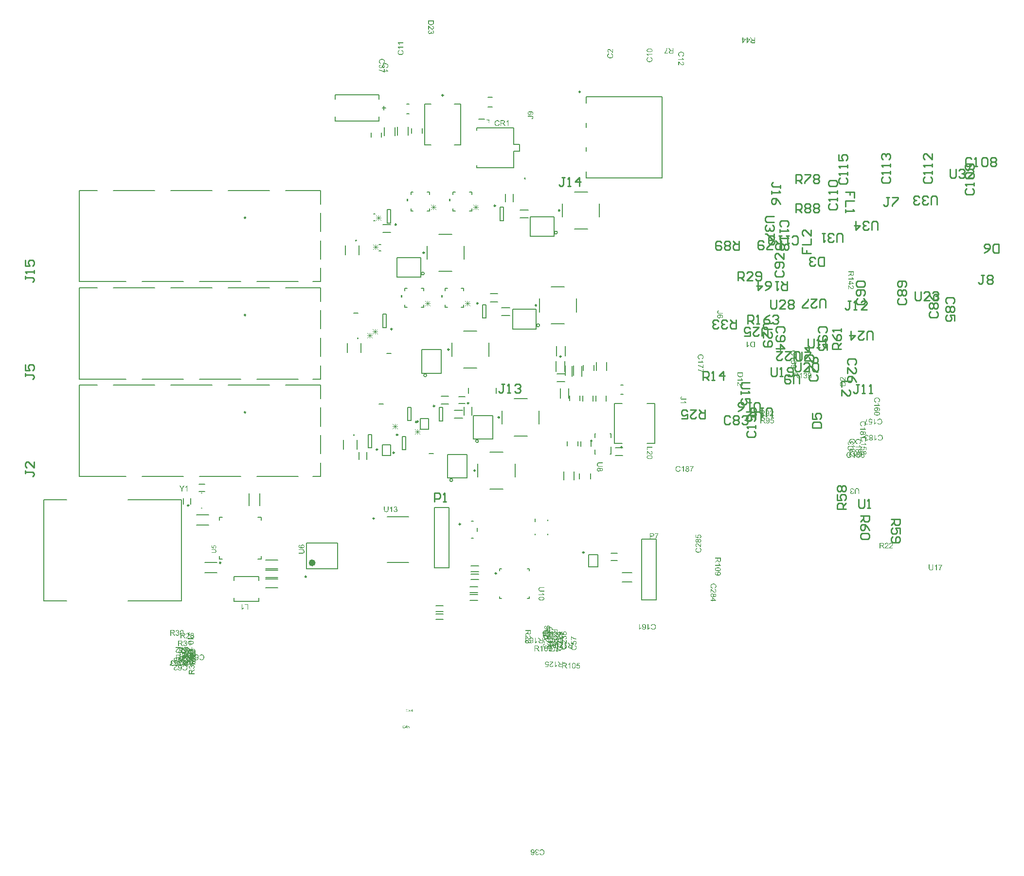
<source format=gbr>
G04*
G04 #@! TF.GenerationSoftware,Altium Limited,Altium Designer,24.2.2 (26)*
G04*
G04 Layer_Color=65535*
%FSLAX25Y25*%
%MOIN*%
G70*
G04*
G04 #@! TF.SameCoordinates,83FD6BF8-7FB9-4712-9294-79CC625926FD*
G04*
G04*
G04 #@! TF.FilePolarity,Positive*
G04*
G01*
G75*
%ADD10C,0.00984*%
%ADD11C,0.00600*%
%ADD12C,0.00787*%
%ADD13C,0.02362*%
%ADD14C,0.01000*%
%ADD15C,0.00300*%
G36*
X219271Y-149804D02*
X218271D01*
Y-148304D01*
X219271D01*
Y-149804D01*
D02*
G37*
G36*
X246702Y-149881D02*
X245702D01*
Y-148381D01*
X246702D01*
Y-149881D01*
D02*
G37*
G36*
X223361Y-83920D02*
X222361D01*
Y-82420D01*
X223361D01*
Y-83920D01*
D02*
G37*
G36*
X252288Y-83880D02*
X251288D01*
Y-82380D01*
X252288D01*
Y-83880D01*
D02*
G37*
G36*
X522893Y-207069D02*
X522888D01*
X522865D01*
X522832D01*
X522788Y-207063D01*
X522738Y-207058D01*
X522682Y-207047D01*
X522627Y-207036D01*
X522566Y-207013D01*
X522560D01*
X522554Y-207008D01*
X522521Y-206997D01*
X522471Y-206975D01*
X522405Y-206941D01*
X522327Y-206897D01*
X522238Y-206841D01*
X522149Y-206780D01*
X522055Y-206703D01*
X522050D01*
X522044Y-206692D01*
X522011Y-206664D01*
X521961Y-206614D01*
X521888Y-206542D01*
X521805Y-206458D01*
X521705Y-206353D01*
X521594Y-206225D01*
X521478Y-206087D01*
X521472Y-206081D01*
X521456Y-206059D01*
X521428Y-206026D01*
X521395Y-205987D01*
X521350Y-205937D01*
X521300Y-205876D01*
X521245Y-205815D01*
X521184Y-205743D01*
X521051Y-205604D01*
X520917Y-205465D01*
X520851Y-205398D01*
X520784Y-205337D01*
X520723Y-205282D01*
X520662Y-205237D01*
X520656D01*
X520651Y-205226D01*
X520634Y-205215D01*
X520612Y-205204D01*
X520551Y-205165D01*
X520479Y-205121D01*
X520390Y-205082D01*
X520296Y-205043D01*
X520190Y-205021D01*
X520090Y-205010D01*
X520085D01*
X520079D01*
X520046Y-205015D01*
X519990Y-205021D01*
X519929Y-205038D01*
X519852Y-205060D01*
X519774Y-205099D01*
X519696Y-205149D01*
X519619Y-205215D01*
X519607Y-205226D01*
X519585Y-205254D01*
X519558Y-205293D01*
X519519Y-205354D01*
X519485Y-205432D01*
X519452Y-205521D01*
X519430Y-205626D01*
X519424Y-205743D01*
Y-205776D01*
X519430Y-205798D01*
X519435Y-205865D01*
X519452Y-205942D01*
X519474Y-206026D01*
X519513Y-206120D01*
X519563Y-206209D01*
X519630Y-206292D01*
X519641Y-206303D01*
X519668Y-206325D01*
X519713Y-206359D01*
X519779Y-206392D01*
X519857Y-206431D01*
X519957Y-206464D01*
X520068Y-206486D01*
X520196Y-206497D01*
X520146Y-206980D01*
X520140D01*
X520124Y-206975D01*
X520096D01*
X520057Y-206969D01*
X520013Y-206958D01*
X519963Y-206947D01*
X519902Y-206930D01*
X519841Y-206913D01*
X519707Y-206869D01*
X519574Y-206803D01*
X519508Y-206764D01*
X519441Y-206714D01*
X519380Y-206664D01*
X519324Y-206608D01*
X519319Y-206603D01*
X519313Y-206592D01*
X519297Y-206575D01*
X519280Y-206547D01*
X519258Y-206514D01*
X519236Y-206475D01*
X519208Y-206431D01*
X519180Y-206375D01*
X519152Y-206314D01*
X519125Y-206247D01*
X519102Y-206175D01*
X519080Y-206098D01*
X519064Y-206014D01*
X519047Y-205926D01*
X519041Y-205831D01*
X519036Y-205731D01*
Y-205676D01*
X519041Y-205637D01*
X519047Y-205593D01*
X519053Y-205537D01*
X519064Y-205476D01*
X519075Y-205415D01*
X519113Y-205271D01*
X519169Y-205126D01*
X519202Y-205054D01*
X519241Y-204982D01*
X519291Y-204915D01*
X519347Y-204854D01*
X519352Y-204849D01*
X519358Y-204838D01*
X519380Y-204827D01*
X519402Y-204804D01*
X519430Y-204777D01*
X519469Y-204749D01*
X519508Y-204721D01*
X519558Y-204688D01*
X519663Y-204632D01*
X519796Y-204577D01*
X519863Y-204555D01*
X519941Y-204544D01*
X520018Y-204533D01*
X520101Y-204527D01*
X520113D01*
X520140D01*
X520185Y-204533D01*
X520246Y-204538D01*
X520312Y-204549D01*
X520390Y-204571D01*
X520473Y-204594D01*
X520556Y-204627D01*
X520568Y-204632D01*
X520595Y-204644D01*
X520640Y-204666D01*
X520701Y-204699D01*
X520767Y-204744D01*
X520851Y-204799D01*
X520934Y-204866D01*
X521028Y-204943D01*
X521039Y-204954D01*
X521073Y-204982D01*
X521100Y-205010D01*
X521128Y-205038D01*
X521162Y-205071D01*
X521206Y-205115D01*
X521250Y-205160D01*
X521300Y-205215D01*
X521356Y-205271D01*
X521417Y-205337D01*
X521478Y-205410D01*
X521550Y-205487D01*
X521622Y-205576D01*
X521700Y-205665D01*
X521705Y-205670D01*
X521716Y-205681D01*
X521733Y-205704D01*
X521755Y-205731D01*
X521789Y-205765D01*
X521822Y-205803D01*
X521894Y-205892D01*
X521977Y-205987D01*
X522061Y-206076D01*
X522133Y-206153D01*
X522160Y-206187D01*
X522188Y-206214D01*
X522194Y-206220D01*
X522210Y-206236D01*
X522233Y-206259D01*
X522266Y-206286D01*
X522305Y-206314D01*
X522344Y-206347D01*
X522438Y-206414D01*
Y-204521D01*
X522893D01*
Y-207069D01*
D02*
G37*
G36*
X521067Y-207513D02*
X521111D01*
X521217Y-207519D01*
X521339Y-207535D01*
X521467Y-207552D01*
X521600Y-207579D01*
X521733Y-207613D01*
X521739D01*
X521750Y-207618D01*
X521766Y-207624D01*
X521789Y-207629D01*
X521850Y-207652D01*
X521927Y-207685D01*
X522016Y-207718D01*
X522105Y-207763D01*
X522199Y-207818D01*
X522288Y-207874D01*
X522299Y-207879D01*
X522327Y-207901D01*
X522366Y-207935D01*
X522416Y-207979D01*
X522471Y-208029D01*
X522527Y-208090D01*
X522588Y-208151D01*
X522638Y-208223D01*
X522643Y-208234D01*
X522660Y-208257D01*
X522682Y-208295D01*
X522710Y-208351D01*
X522743Y-208418D01*
X522771Y-208495D01*
X522804Y-208584D01*
X522832Y-208684D01*
Y-208695D01*
X522838Y-208712D01*
X522843Y-208728D01*
X522849Y-208784D01*
X522860Y-208862D01*
X522871Y-208950D01*
X522882Y-209056D01*
X522888Y-209172D01*
X522893Y-209300D01*
Y-210682D01*
X519053D01*
Y-209206D01*
X519058Y-209106D01*
X519064Y-208995D01*
X519075Y-208884D01*
X519091Y-208773D01*
X519108Y-208678D01*
Y-208673D01*
X519113Y-208662D01*
Y-208645D01*
X519125Y-208623D01*
X519141Y-208562D01*
X519169Y-208484D01*
X519208Y-208395D01*
X519258Y-208301D01*
X519313Y-208207D01*
X519385Y-208118D01*
X519391Y-208112D01*
X519397Y-208107D01*
X519413Y-208090D01*
X519430Y-208068D01*
X519485Y-208012D01*
X519563Y-207946D01*
X519657Y-207874D01*
X519768Y-207796D01*
X519896Y-207724D01*
X520040Y-207663D01*
X520046D01*
X520057Y-207657D01*
X520079Y-207646D01*
X520113Y-207641D01*
X520151Y-207624D01*
X520196Y-207613D01*
X520246Y-207602D01*
X520307Y-207585D01*
X520368Y-207568D01*
X520440Y-207557D01*
X520595Y-207530D01*
X520767Y-207513D01*
X520956Y-207507D01*
X520962D01*
X520973D01*
X521000D01*
X521028D01*
X521067Y-207513D01*
D02*
G37*
G36*
X436201Y-159344D02*
X436196D01*
X436184D01*
X436162D01*
X436129Y-159350D01*
X436096Y-159355D01*
X436057D01*
X435962Y-159372D01*
X435862Y-159389D01*
X435763Y-159422D01*
X435674Y-159455D01*
X435635Y-159477D01*
X435602Y-159505D01*
X435596Y-159511D01*
X435579Y-159533D01*
X435552Y-159566D01*
X435524Y-159611D01*
X435491Y-159672D01*
X435468Y-159738D01*
X435446Y-159822D01*
X435441Y-159910D01*
Y-159944D01*
X435446Y-159977D01*
X435452Y-160027D01*
X435463Y-160077D01*
X435474Y-160132D01*
X435496Y-160188D01*
X435524Y-160243D01*
X435530Y-160249D01*
X435541Y-160266D01*
X435563Y-160288D01*
X435585Y-160321D01*
X435624Y-160349D01*
X435663Y-160382D01*
X435707Y-160410D01*
X435763Y-160432D01*
X435768D01*
X435790Y-160443D01*
X435829Y-160449D01*
X435879Y-160460D01*
X435946Y-160471D01*
X436029Y-160477D01*
X436129Y-160488D01*
X436245D01*
X438893D01*
Y-160998D01*
X436273D01*
X436268D01*
X436251D01*
X436229D01*
X436196D01*
X436151Y-160993D01*
X436107D01*
X436001Y-160982D01*
X435879Y-160970D01*
X435751Y-160948D01*
X435635Y-160915D01*
X435524Y-160876D01*
X435518D01*
X435513Y-160871D01*
X435480Y-160854D01*
X435435Y-160826D01*
X435374Y-160787D01*
X435313Y-160732D01*
X435247Y-160671D01*
X435180Y-160593D01*
X435124Y-160504D01*
X435119Y-160493D01*
X435102Y-160460D01*
X435080Y-160410D01*
X435058Y-160338D01*
X435030Y-160249D01*
X435008Y-160149D01*
X434991Y-160038D01*
X434986Y-159916D01*
Y-159866D01*
X434991Y-159833D01*
X434997Y-159788D01*
X435002Y-159744D01*
X435024Y-159627D01*
X435058Y-159505D01*
X435108Y-159378D01*
X435141Y-159311D01*
X435180Y-159250D01*
X435224Y-159194D01*
X435274Y-159139D01*
X435280Y-159133D01*
X435285Y-159128D01*
X435308Y-159117D01*
X435330Y-159100D01*
X435357Y-159078D01*
X435396Y-159056D01*
X435441Y-159034D01*
X435491Y-159006D01*
X435546Y-158984D01*
X435613Y-158961D01*
X435679Y-158939D01*
X435757Y-158917D01*
X435840Y-158906D01*
X435935Y-158889D01*
X436029Y-158884D01*
X436134D01*
X436201Y-159344D01*
D02*
G37*
G36*
X436950Y-161620D02*
X437028D01*
X437117Y-161625D01*
X437222Y-161636D01*
X437339Y-161647D01*
X437466Y-161664D01*
X437594Y-161686D01*
X437733Y-161714D01*
X437866Y-161747D01*
X437999Y-161786D01*
X438127Y-161836D01*
X438249Y-161892D01*
X438366Y-161953D01*
X438465Y-162025D01*
X438471Y-162030D01*
X438482Y-162042D01*
X438504Y-162064D01*
X438538Y-162092D01*
X438571Y-162125D01*
X438604Y-162169D01*
X438649Y-162225D01*
X438687Y-162280D01*
X438726Y-162347D01*
X438771Y-162419D01*
X438804Y-162502D01*
X438843Y-162585D01*
X438871Y-162680D01*
X438893Y-162780D01*
X438904Y-162885D01*
X438909Y-162996D01*
Y-163041D01*
X438904Y-163074D01*
Y-163113D01*
X438898Y-163157D01*
X438876Y-163263D01*
X438848Y-163379D01*
X438804Y-163501D01*
X438737Y-163623D01*
X438698Y-163684D01*
X438654Y-163740D01*
X438649Y-163745D01*
X438643Y-163751D01*
X438626Y-163768D01*
X438610Y-163784D01*
X438582Y-163812D01*
X438549Y-163834D01*
X438471Y-163895D01*
X438371Y-163956D01*
X438249Y-164012D01*
X438110Y-164062D01*
X437955Y-164095D01*
X437916Y-163623D01*
X437922D01*
X437927Y-163618D01*
X437960Y-163612D01*
X438010Y-163596D01*
X438071Y-163573D01*
X438138Y-163551D01*
X438205Y-163518D01*
X438266Y-163479D01*
X438316Y-163440D01*
X438327Y-163429D01*
X438349Y-163407D01*
X438382Y-163368D01*
X438421Y-163312D01*
X438454Y-163240D01*
X438488Y-163163D01*
X438510Y-163068D01*
X438521Y-162968D01*
Y-162930D01*
X438515Y-162885D01*
X438504Y-162835D01*
X438488Y-162769D01*
X438465Y-162702D01*
X438438Y-162635D01*
X438393Y-162569D01*
X438388Y-162558D01*
X438366Y-162530D01*
X438327Y-162491D01*
X438271Y-162441D01*
X438205Y-162386D01*
X438127Y-162325D01*
X438027Y-162269D01*
X437916Y-162214D01*
X437911D01*
X437899Y-162208D01*
X437883Y-162203D01*
X437860Y-162191D01*
X437827Y-162186D01*
X437788Y-162175D01*
X437744Y-162164D01*
X437688Y-162153D01*
X437627Y-162136D01*
X437561Y-162125D01*
X437489Y-162114D01*
X437411Y-162108D01*
X437322Y-162097D01*
X437233Y-162092D01*
X437133Y-162086D01*
X437034D01*
X437039Y-162092D01*
X437072Y-162114D01*
X437117Y-162153D01*
X437172Y-162203D01*
X437239Y-162258D01*
X437300Y-162330D01*
X437361Y-162408D01*
X437417Y-162497D01*
Y-162502D01*
X437422Y-162508D01*
X437439Y-162541D01*
X437455Y-162591D01*
X437483Y-162658D01*
X437505Y-162735D01*
X437522Y-162824D01*
X437539Y-162918D01*
X437544Y-163018D01*
Y-163063D01*
X437539Y-163096D01*
X437533Y-163140D01*
X437528Y-163185D01*
X437516Y-163240D01*
X437500Y-163296D01*
X437461Y-163424D01*
X437433Y-163490D01*
X437394Y-163557D01*
X437356Y-163623D01*
X437311Y-163696D01*
X437256Y-163762D01*
X437194Y-163823D01*
X437189Y-163829D01*
X437178Y-163840D01*
X437161Y-163856D01*
X437133Y-163873D01*
X437095Y-163901D01*
X437056Y-163929D01*
X437006Y-163956D01*
X436950Y-163990D01*
X436889Y-164023D01*
X436823Y-164051D01*
X436745Y-164078D01*
X436667Y-164106D01*
X436584Y-164123D01*
X436490Y-164139D01*
X436395Y-164151D01*
X436295Y-164156D01*
X436290D01*
X436279D01*
X436262D01*
X436234D01*
X436201Y-164151D01*
X436168D01*
X436079Y-164134D01*
X435974Y-164117D01*
X435862Y-164090D01*
X435740Y-164051D01*
X435624Y-163995D01*
X435618D01*
X435613Y-163990D01*
X435596Y-163979D01*
X435574Y-163967D01*
X435518Y-163934D01*
X435446Y-163884D01*
X435368Y-163823D01*
X435291Y-163751D01*
X435213Y-163662D01*
X435147Y-163568D01*
Y-163562D01*
X435141Y-163557D01*
X435130Y-163540D01*
X435124Y-163518D01*
X435097Y-163462D01*
X435069Y-163390D01*
X435036Y-163296D01*
X435013Y-163190D01*
X434991Y-163074D01*
X434986Y-162946D01*
Y-162918D01*
X434991Y-162891D01*
Y-162846D01*
X434997Y-162796D01*
X435008Y-162741D01*
X435024Y-162674D01*
X435041Y-162608D01*
X435063Y-162530D01*
X435091Y-162452D01*
X435124Y-162375D01*
X435169Y-162291D01*
X435219Y-162214D01*
X435274Y-162136D01*
X435341Y-162058D01*
X435419Y-161986D01*
X435424Y-161980D01*
X435441Y-161969D01*
X435463Y-161953D01*
X435502Y-161931D01*
X435552Y-161897D01*
X435607Y-161870D01*
X435679Y-161836D01*
X435757Y-161803D01*
X435851Y-161764D01*
X435957Y-161731D01*
X436073Y-161703D01*
X436201Y-161675D01*
X436345Y-161647D01*
X436501Y-161631D01*
X436667Y-161620D01*
X436845Y-161614D01*
X436850D01*
X436856D01*
X436873D01*
X436895D01*
X436950Y-161620D01*
D02*
G37*
G36*
X214676Y-293184D02*
X214748Y-293195D01*
X214837Y-293212D01*
X214937Y-293239D01*
X215037Y-293273D01*
X215137Y-293317D01*
X215142D01*
X215148Y-293322D01*
X215181Y-293339D01*
X215231Y-293373D01*
X215286Y-293411D01*
X215353Y-293467D01*
X215420Y-293528D01*
X215486Y-293600D01*
X215542Y-293683D01*
X215547Y-293694D01*
X215564Y-293722D01*
X215586Y-293772D01*
X215614Y-293833D01*
X215642Y-293905D01*
X215664Y-293988D01*
X215681Y-294083D01*
X215686Y-294177D01*
Y-294188D01*
Y-294222D01*
X215681Y-294266D01*
X215669Y-294327D01*
X215653Y-294399D01*
X215625Y-294477D01*
X215592Y-294555D01*
X215547Y-294632D01*
X215542Y-294643D01*
X215525Y-294666D01*
X215492Y-294705D01*
X215447Y-294749D01*
X215392Y-294799D01*
X215325Y-294854D01*
X215248Y-294904D01*
X215153Y-294954D01*
X215159D01*
X215170Y-294960D01*
X215187Y-294965D01*
X215209Y-294971D01*
X215270Y-294993D01*
X215348Y-295026D01*
X215436Y-295071D01*
X215525Y-295126D01*
X215608Y-295198D01*
X215686Y-295282D01*
X215692Y-295293D01*
X215714Y-295326D01*
X215747Y-295382D01*
X215780Y-295454D01*
X215814Y-295543D01*
X215847Y-295648D01*
X215869Y-295770D01*
X215875Y-295903D01*
Y-295909D01*
Y-295925D01*
Y-295953D01*
X215869Y-295987D01*
X215864Y-296031D01*
X215853Y-296081D01*
X215842Y-296136D01*
X215830Y-296197D01*
X215786Y-296331D01*
X215753Y-296403D01*
X215720Y-296469D01*
X215675Y-296542D01*
X215625Y-296614D01*
X215570Y-296686D01*
X215503Y-296752D01*
X215497Y-296758D01*
X215486Y-296769D01*
X215464Y-296786D01*
X215436Y-296808D01*
X215403Y-296836D01*
X215359Y-296863D01*
X215309Y-296897D01*
X215248Y-296924D01*
X215187Y-296958D01*
X215114Y-296991D01*
X215042Y-297019D01*
X214959Y-297047D01*
X214870Y-297069D01*
X214776Y-297085D01*
X214682Y-297096D01*
X214576Y-297102D01*
X214526D01*
X214493Y-297096D01*
X214448Y-297091D01*
X214399Y-297085D01*
X214343Y-297074D01*
X214282Y-297063D01*
X214149Y-297030D01*
X214010Y-296974D01*
X213938Y-296941D01*
X213871Y-296902D01*
X213805Y-296852D01*
X213738Y-296802D01*
X213733Y-296797D01*
X213721Y-296786D01*
X213705Y-296769D01*
X213688Y-296747D01*
X213660Y-296719D01*
X213633Y-296680D01*
X213599Y-296641D01*
X213566Y-296591D01*
X213533Y-296536D01*
X213499Y-296480D01*
X213438Y-296347D01*
X213388Y-296192D01*
X213372Y-296109D01*
X213361Y-296020D01*
X213832Y-295959D01*
Y-295964D01*
X213838Y-295975D01*
X213844Y-295998D01*
X213849Y-296025D01*
X213855Y-296059D01*
X213866Y-296097D01*
X213894Y-296181D01*
X213932Y-296281D01*
X213982Y-296375D01*
X214038Y-296464D01*
X214104Y-296542D01*
X214116Y-296547D01*
X214138Y-296569D01*
X214182Y-296597D01*
X214238Y-296625D01*
X214304Y-296658D01*
X214387Y-296686D01*
X214482Y-296708D01*
X214582Y-296714D01*
X214615D01*
X214637Y-296708D01*
X214698Y-296703D01*
X214776Y-296686D01*
X214865Y-296658D01*
X214959Y-296619D01*
X215054Y-296564D01*
X215142Y-296486D01*
X215153Y-296475D01*
X215181Y-296442D01*
X215214Y-296392D01*
X215259Y-296325D01*
X215303Y-296242D01*
X215336Y-296147D01*
X215364Y-296037D01*
X215375Y-295914D01*
Y-295909D01*
Y-295898D01*
Y-295881D01*
X215370Y-295859D01*
X215364Y-295798D01*
X215348Y-295726D01*
X215325Y-295637D01*
X215286Y-295548D01*
X215231Y-295459D01*
X215159Y-295376D01*
X215148Y-295365D01*
X215120Y-295343D01*
X215076Y-295309D01*
X215015Y-295271D01*
X214937Y-295232D01*
X214843Y-295198D01*
X214737Y-295176D01*
X214621Y-295165D01*
X214571D01*
X214532Y-295171D01*
X214482Y-295176D01*
X214426Y-295187D01*
X214360Y-295198D01*
X214288Y-295215D01*
X214343Y-294799D01*
X214371D01*
X214393Y-294804D01*
X214465D01*
X214526Y-294793D01*
X214598Y-294782D01*
X214682Y-294765D01*
X214776Y-294738D01*
X214865Y-294699D01*
X214959Y-294649D01*
X214965D01*
X214970Y-294643D01*
X214998Y-294621D01*
X215037Y-294582D01*
X215081Y-294532D01*
X215126Y-294460D01*
X215164Y-294377D01*
X215192Y-294283D01*
X215203Y-294227D01*
Y-294166D01*
Y-294161D01*
Y-294155D01*
Y-294122D01*
X215192Y-294077D01*
X215181Y-294016D01*
X215159Y-293950D01*
X215131Y-293878D01*
X215087Y-293805D01*
X215026Y-293739D01*
X215020Y-293733D01*
X214992Y-293711D01*
X214953Y-293683D01*
X214904Y-293650D01*
X214837Y-293622D01*
X214759Y-293595D01*
X214670Y-293572D01*
X214571Y-293567D01*
X214526D01*
X214476Y-293578D01*
X214410Y-293589D01*
X214337Y-293611D01*
X214265Y-293639D01*
X214188Y-293683D01*
X214116Y-293739D01*
X214110Y-293744D01*
X214088Y-293772D01*
X214054Y-293811D01*
X214016Y-293866D01*
X213977Y-293939D01*
X213938Y-294027D01*
X213905Y-294133D01*
X213882Y-294255D01*
X213411Y-294172D01*
Y-294166D01*
X213416Y-294149D01*
X213422Y-294127D01*
X213427Y-294094D01*
X213438Y-294055D01*
X213455Y-294011D01*
X213488Y-293905D01*
X213544Y-293783D01*
X213610Y-293661D01*
X213694Y-293545D01*
X213799Y-293439D01*
X213805Y-293433D01*
X213816Y-293428D01*
X213832Y-293417D01*
X213855Y-293400D01*
X213882Y-293378D01*
X213921Y-293356D01*
X213960Y-293334D01*
X214010Y-293306D01*
X214121Y-293262D01*
X214249Y-293217D01*
X214399Y-293189D01*
X214476Y-293178D01*
X214615D01*
X214676Y-293184D01*
D02*
G37*
G36*
X209714Y-295415D02*
Y-295420D01*
Y-295443D01*
Y-295470D01*
Y-295509D01*
X209709Y-295559D01*
Y-295615D01*
X209703Y-295681D01*
X209698Y-295748D01*
X209681Y-295898D01*
X209659Y-296053D01*
X209626Y-296203D01*
X209603Y-296275D01*
X209581Y-296342D01*
Y-296347D01*
X209576Y-296358D01*
X209564Y-296375D01*
X209553Y-296397D01*
X209520Y-296458D01*
X209470Y-296536D01*
X209403Y-296625D01*
X209326Y-296714D01*
X209226Y-296808D01*
X209104Y-296891D01*
X209098D01*
X209087Y-296902D01*
X209071Y-296908D01*
X209043Y-296924D01*
X209010Y-296941D01*
X208965Y-296958D01*
X208921Y-296974D01*
X208865Y-296997D01*
X208804Y-297019D01*
X208738Y-297036D01*
X208665Y-297052D01*
X208582Y-297069D01*
X208499Y-297080D01*
X208410Y-297091D01*
X208210Y-297102D01*
X208160D01*
X208121Y-297096D01*
X208077D01*
X208022Y-297091D01*
X207961Y-297085D01*
X207899Y-297080D01*
X207761Y-297058D01*
X207611Y-297024D01*
X207467Y-296980D01*
X207328Y-296919D01*
X207322D01*
X207311Y-296908D01*
X207295Y-296897D01*
X207272Y-296886D01*
X207211Y-296841D01*
X207139Y-296780D01*
X207056Y-296703D01*
X206978Y-296614D01*
X206901Y-296503D01*
X206839Y-296381D01*
Y-296375D01*
X206834Y-296364D01*
X206828Y-296342D01*
X206817Y-296314D01*
X206806Y-296281D01*
X206795Y-296236D01*
X206778Y-296186D01*
X206767Y-296125D01*
X206756Y-296059D01*
X206740Y-295987D01*
X206729Y-295909D01*
X206717Y-295826D01*
X206706Y-295731D01*
X206701Y-295631D01*
X206695Y-295526D01*
Y-295415D01*
Y-293195D01*
X207206D01*
Y-295415D01*
Y-295420D01*
Y-295437D01*
Y-295465D01*
Y-295498D01*
X207211Y-295537D01*
Y-295587D01*
X207217Y-295692D01*
X207228Y-295814D01*
X207245Y-295937D01*
X207267Y-296053D01*
X207278Y-296103D01*
X207295Y-296153D01*
X207300Y-296164D01*
X207311Y-296192D01*
X207339Y-296231D01*
X207372Y-296286D01*
X207411Y-296342D01*
X207467Y-296403D01*
X207533Y-296464D01*
X207611Y-296514D01*
X207622Y-296519D01*
X207650Y-296536D01*
X207700Y-296553D01*
X207766Y-296575D01*
X207844Y-296603D01*
X207944Y-296619D01*
X208049Y-296636D01*
X208166Y-296641D01*
X208221D01*
X208255Y-296636D01*
X208305D01*
X208355Y-296630D01*
X208477Y-296608D01*
X208610Y-296580D01*
X208738Y-296536D01*
X208860Y-296475D01*
X208915Y-296436D01*
X208965Y-296392D01*
X208971Y-296386D01*
X208976Y-296381D01*
X208987Y-296364D01*
X209004Y-296342D01*
X209021Y-296308D01*
X209043Y-296275D01*
X209065Y-296225D01*
X209087Y-296175D01*
X209109Y-296114D01*
X209126Y-296042D01*
X209148Y-295959D01*
X209165Y-295870D01*
X209182Y-295770D01*
X209193Y-295665D01*
X209204Y-295543D01*
Y-295415D01*
Y-293195D01*
X209714D01*
Y-295415D01*
D02*
G37*
G36*
X212145Y-297036D02*
X211673D01*
Y-294033D01*
X211668Y-294039D01*
X211640Y-294061D01*
X211607Y-294094D01*
X211551Y-294133D01*
X211490Y-294183D01*
X211413Y-294238D01*
X211324Y-294299D01*
X211224Y-294360D01*
X211218D01*
X211213Y-294366D01*
X211180Y-294388D01*
X211124Y-294416D01*
X211057Y-294449D01*
X210980Y-294488D01*
X210896Y-294527D01*
X210813Y-294566D01*
X210730Y-294599D01*
Y-294144D01*
X210736D01*
X210747Y-294133D01*
X210769Y-294127D01*
X210797Y-294111D01*
X210830Y-294094D01*
X210869Y-294072D01*
X210963Y-294016D01*
X211074Y-293955D01*
X211185Y-293878D01*
X211302Y-293789D01*
X211418Y-293694D01*
X211424Y-293689D01*
X211429Y-293683D01*
X211446Y-293667D01*
X211468Y-293650D01*
X211518Y-293595D01*
X211585Y-293528D01*
X211651Y-293450D01*
X211723Y-293361D01*
X211785Y-293273D01*
X211840Y-293178D01*
X212145D01*
Y-297036D01*
D02*
G37*
G36*
X544633Y-218510D02*
X544689D01*
X544744Y-218516D01*
X544816Y-218521D01*
X544888Y-218532D01*
X545049Y-218560D01*
X545227Y-218599D01*
X545404Y-218654D01*
X545577Y-218732D01*
X545582Y-218738D01*
X545599Y-218743D01*
X545621Y-218754D01*
X545649Y-218776D01*
X545688Y-218799D01*
X545732Y-218827D01*
X545832Y-218899D01*
X545943Y-218993D01*
X546054Y-219104D01*
X546165Y-219232D01*
X546259Y-219381D01*
X546265Y-219387D01*
X546270Y-219404D01*
X546281Y-219426D01*
X546298Y-219454D01*
X546315Y-219498D01*
X546331Y-219543D01*
X546354Y-219598D01*
X546376Y-219659D01*
X546398Y-219726D01*
X546420Y-219798D01*
X546454Y-219953D01*
X546481Y-220131D01*
X546492Y-220314D01*
Y-220369D01*
X546487Y-220408D01*
X546481Y-220458D01*
X546476Y-220519D01*
X546470Y-220580D01*
X546454Y-220652D01*
X546420Y-220802D01*
X546370Y-220969D01*
X546337Y-221052D01*
X546298Y-221130D01*
X546248Y-221207D01*
X546198Y-221285D01*
X546193Y-221291D01*
X546187Y-221302D01*
X546170Y-221324D01*
X546143Y-221352D01*
X546115Y-221379D01*
X546076Y-221418D01*
X546032Y-221457D01*
X545987Y-221502D01*
X545932Y-221546D01*
X545865Y-221590D01*
X545799Y-221640D01*
X545726Y-221685D01*
X545643Y-221724D01*
X545560Y-221768D01*
X545471Y-221801D01*
X545371Y-221835D01*
X545255Y-221335D01*
X545260D01*
X545271Y-221330D01*
X545294Y-221318D01*
X545321Y-221307D01*
X545355Y-221296D01*
X545399Y-221280D01*
X545488Y-221235D01*
X545588Y-221180D01*
X545688Y-221113D01*
X545782Y-221030D01*
X545865Y-220941D01*
X545876Y-220930D01*
X545898Y-220897D01*
X545926Y-220841D01*
X545965Y-220769D01*
X545998Y-220675D01*
X546032Y-220569D01*
X546054Y-220442D01*
X546059Y-220303D01*
Y-220258D01*
X546054Y-220231D01*
Y-220192D01*
X546048Y-220147D01*
X546032Y-220042D01*
X546009Y-219925D01*
X545971Y-219803D01*
X545915Y-219676D01*
X545843Y-219559D01*
Y-219553D01*
X545832Y-219548D01*
X545804Y-219509D01*
X545760Y-219459D01*
X545693Y-219398D01*
X545610Y-219326D01*
X545515Y-219259D01*
X545399Y-219198D01*
X545271Y-219143D01*
X545266D01*
X545255Y-219137D01*
X545238Y-219132D01*
X545210Y-219126D01*
X545177Y-219115D01*
X545138Y-219104D01*
X545044Y-219087D01*
X544933Y-219065D01*
X544811Y-219043D01*
X544677Y-219032D01*
X544533Y-219026D01*
X544528D01*
X544511D01*
X544483D01*
X544450D01*
X544411Y-219032D01*
X544361D01*
X544306Y-219037D01*
X544245Y-219043D01*
X544111Y-219060D01*
X543967Y-219087D01*
X543823Y-219121D01*
X543679Y-219165D01*
X543673D01*
X543662Y-219171D01*
X543645Y-219182D01*
X543617Y-219193D01*
X543551Y-219226D01*
X543473Y-219276D01*
X543384Y-219337D01*
X543290Y-219415D01*
X543207Y-219504D01*
X543129Y-219609D01*
Y-219615D01*
X543123Y-219626D01*
X543112Y-219642D01*
X543101Y-219665D01*
X543090Y-219692D01*
X543074Y-219726D01*
X543040Y-219803D01*
X543007Y-219903D01*
X542979Y-220014D01*
X542957Y-220136D01*
X542951Y-220264D01*
Y-220303D01*
X542957Y-220336D01*
Y-220375D01*
X542963Y-220414D01*
X542985Y-220514D01*
X543013Y-220630D01*
X543057Y-220747D01*
X543118Y-220869D01*
X543151Y-220930D01*
X543196Y-220985D01*
X543201Y-220991D01*
X543207Y-220996D01*
X543223Y-221013D01*
X543240Y-221035D01*
X543268Y-221058D01*
X543301Y-221085D01*
X543334Y-221119D01*
X543379Y-221146D01*
X543429Y-221180D01*
X543484Y-221219D01*
X543540Y-221252D01*
X543606Y-221285D01*
X543679Y-221313D01*
X543756Y-221341D01*
X543839Y-221368D01*
X543928Y-221391D01*
X543801Y-221901D01*
X543795D01*
X543773Y-221896D01*
X543740Y-221884D01*
X543695Y-221868D01*
X543645Y-221851D01*
X543584Y-221829D01*
X543517Y-221801D01*
X543445Y-221768D01*
X543290Y-221690D01*
X543135Y-221590D01*
X543057Y-221529D01*
X542979Y-221468D01*
X542913Y-221402D01*
X542846Y-221324D01*
X542840Y-221318D01*
X542829Y-221307D01*
X542818Y-221280D01*
X542796Y-221252D01*
X542768Y-221207D01*
X542740Y-221163D01*
X542713Y-221102D01*
X542685Y-221041D01*
X542652Y-220969D01*
X542624Y-220891D01*
X542596Y-220808D01*
X542568Y-220719D01*
X542546Y-220625D01*
X542535Y-220525D01*
X542524Y-220419D01*
X542519Y-220308D01*
Y-220247D01*
X542524Y-220203D01*
Y-220153D01*
X542530Y-220092D01*
X542541Y-220025D01*
X542552Y-219948D01*
X542580Y-219787D01*
X542624Y-219620D01*
X542685Y-219454D01*
X542724Y-219376D01*
X542768Y-219298D01*
X542774Y-219293D01*
X542779Y-219282D01*
X542796Y-219259D01*
X542818Y-219237D01*
X542840Y-219204D01*
X542874Y-219165D01*
X542913Y-219121D01*
X542957Y-219076D01*
X543007Y-219032D01*
X543057Y-218982D01*
X543185Y-218882D01*
X543334Y-218788D01*
X543501Y-218704D01*
X543506D01*
X543523Y-218693D01*
X543551Y-218688D01*
X543584Y-218671D01*
X543629Y-218660D01*
X543684Y-218643D01*
X543745Y-218621D01*
X543812Y-218604D01*
X543884Y-218588D01*
X543967Y-218566D01*
X544139Y-218538D01*
X544333Y-218516D01*
X544533Y-218505D01*
X544539D01*
X544561D01*
X544594D01*
X544633Y-218510D01*
D02*
G37*
G36*
X545477Y-222700D02*
X545488Y-222711D01*
X545493Y-222734D01*
X545510Y-222762D01*
X545527Y-222795D01*
X545549Y-222834D01*
X545604Y-222928D01*
X545665Y-223039D01*
X545743Y-223150D01*
X545832Y-223267D01*
X545926Y-223383D01*
X545932Y-223389D01*
X545937Y-223394D01*
X545954Y-223411D01*
X545971Y-223433D01*
X546026Y-223483D01*
X546093Y-223550D01*
X546170Y-223616D01*
X546259Y-223688D01*
X546348Y-223749D01*
X546442Y-223805D01*
Y-224110D01*
X542585D01*
Y-223638D01*
X545588D01*
X545582Y-223633D01*
X545560Y-223605D01*
X545527Y-223572D01*
X545488Y-223516D01*
X545438Y-223455D01*
X545382Y-223377D01*
X545321Y-223289D01*
X545260Y-223189D01*
Y-223183D01*
X545255Y-223178D01*
X545232Y-223144D01*
X545205Y-223089D01*
X545171Y-223022D01*
X545133Y-222945D01*
X545094Y-222861D01*
X545055Y-222778D01*
X545022Y-222695D01*
X545477D01*
Y-222700D01*
D02*
G37*
G36*
X544483Y-225303D02*
X544561D01*
X544650Y-225309D01*
X544755Y-225320D01*
X544872Y-225331D01*
X544999Y-225348D01*
X545127Y-225370D01*
X545266Y-225398D01*
X545399Y-225431D01*
X545532Y-225470D01*
X545660Y-225520D01*
X545782Y-225575D01*
X545898Y-225636D01*
X545998Y-225709D01*
X546004Y-225714D01*
X546015Y-225725D01*
X546037Y-225747D01*
X546070Y-225775D01*
X546104Y-225808D01*
X546137Y-225853D01*
X546181Y-225908D01*
X546220Y-225964D01*
X546259Y-226030D01*
X546304Y-226103D01*
X546337Y-226186D01*
X546376Y-226269D01*
X546404Y-226363D01*
X546426Y-226463D01*
X546437Y-226569D01*
X546442Y-226680D01*
Y-226724D01*
X546437Y-226758D01*
Y-226796D01*
X546431Y-226841D01*
X546409Y-226946D01*
X546381Y-227063D01*
X546337Y-227185D01*
X546270Y-227307D01*
X546232Y-227368D01*
X546187Y-227424D01*
X546181Y-227429D01*
X546176Y-227434D01*
X546159Y-227451D01*
X546143Y-227468D01*
X546115Y-227496D01*
X546082Y-227518D01*
X546004Y-227579D01*
X545904Y-227640D01*
X545782Y-227695D01*
X545643Y-227745D01*
X545488Y-227779D01*
X545449Y-227307D01*
X545455D01*
X545460Y-227301D01*
X545493Y-227296D01*
X545543Y-227279D01*
X545604Y-227257D01*
X545671Y-227235D01*
X545738Y-227202D01*
X545799Y-227163D01*
X545849Y-227124D01*
X545860Y-227113D01*
X545882Y-227091D01*
X545915Y-227052D01*
X545954Y-226996D01*
X545987Y-226924D01*
X546021Y-226846D01*
X546043Y-226752D01*
X546054Y-226652D01*
Y-226613D01*
X546048Y-226569D01*
X546037Y-226519D01*
X546021Y-226452D01*
X545998Y-226386D01*
X545971Y-226319D01*
X545926Y-226252D01*
X545921Y-226241D01*
X545898Y-226214D01*
X545860Y-226175D01*
X545804Y-226125D01*
X545738Y-226069D01*
X545660Y-226008D01*
X545560Y-225953D01*
X545449Y-225897D01*
X545443D01*
X545432Y-225892D01*
X545416Y-225886D01*
X545393Y-225875D01*
X545360Y-225869D01*
X545321Y-225858D01*
X545277Y-225847D01*
X545221Y-225836D01*
X545160Y-225819D01*
X545094Y-225808D01*
X545022Y-225797D01*
X544944Y-225792D01*
X544855Y-225781D01*
X544766Y-225775D01*
X544666Y-225769D01*
X544566D01*
X544572Y-225775D01*
X544605Y-225797D01*
X544650Y-225836D01*
X544705Y-225886D01*
X544772Y-225942D01*
X544833Y-226014D01*
X544894Y-226091D01*
X544949Y-226180D01*
Y-226186D01*
X544955Y-226191D01*
X544972Y-226225D01*
X544988Y-226275D01*
X545016Y-226341D01*
X545038Y-226419D01*
X545055Y-226508D01*
X545072Y-226602D01*
X545077Y-226702D01*
Y-226746D01*
X545072Y-226780D01*
X545066Y-226824D01*
X545060Y-226868D01*
X545049Y-226924D01*
X545033Y-226979D01*
X544994Y-227107D01*
X544966Y-227174D01*
X544927Y-227240D01*
X544888Y-227307D01*
X544844Y-227379D01*
X544789Y-227446D01*
X544727Y-227507D01*
X544722Y-227512D01*
X544711Y-227523D01*
X544694Y-227540D01*
X544666Y-227557D01*
X544628Y-227584D01*
X544589Y-227612D01*
X544539Y-227640D01*
X544483Y-227673D01*
X544422Y-227707D01*
X544356Y-227734D01*
X544278Y-227762D01*
X544200Y-227790D01*
X544117Y-227806D01*
X544023Y-227823D01*
X543928Y-227834D01*
X543828Y-227840D01*
X543823D01*
X543812D01*
X543795D01*
X543767D01*
X543734Y-227834D01*
X543701D01*
X543612Y-227818D01*
X543506Y-227801D01*
X543395Y-227773D01*
X543273Y-227734D01*
X543157Y-227679D01*
X543151D01*
X543146Y-227673D01*
X543129Y-227662D01*
X543107Y-227651D01*
X543051Y-227618D01*
X542979Y-227568D01*
X542902Y-227507D01*
X542824Y-227434D01*
X542746Y-227346D01*
X542680Y-227251D01*
Y-227246D01*
X542674Y-227240D01*
X542663Y-227224D01*
X542657Y-227202D01*
X542629Y-227146D01*
X542602Y-227074D01*
X542568Y-226979D01*
X542546Y-226874D01*
X542524Y-226758D01*
X542519Y-226630D01*
Y-226602D01*
X542524Y-226574D01*
Y-226530D01*
X542530Y-226480D01*
X542541Y-226424D01*
X542557Y-226358D01*
X542574Y-226291D01*
X542596Y-226214D01*
X542624Y-226136D01*
X542657Y-226058D01*
X542702Y-225975D01*
X542752Y-225897D01*
X542807Y-225819D01*
X542874Y-225742D01*
X542951Y-225670D01*
X542957Y-225664D01*
X542974Y-225653D01*
X542996Y-225636D01*
X543035Y-225614D01*
X543085Y-225581D01*
X543140Y-225553D01*
X543212Y-225520D01*
X543290Y-225486D01*
X543384Y-225448D01*
X543490Y-225414D01*
X543606Y-225387D01*
X543734Y-225359D01*
X543878Y-225331D01*
X544034Y-225314D01*
X544200Y-225303D01*
X544378Y-225298D01*
X544383D01*
X544389D01*
X544406D01*
X544428D01*
X544483Y-225303D01*
D02*
G37*
G36*
X544650Y-228311D02*
X544716D01*
X544789Y-228317D01*
X544872Y-228323D01*
X545044Y-228339D01*
X545227Y-228367D01*
X545410Y-228400D01*
X545493Y-228422D01*
X545577Y-228445D01*
X545582D01*
X545593Y-228450D01*
X545615Y-228461D01*
X545643Y-228472D01*
X545682Y-228484D01*
X545721Y-228506D01*
X545815Y-228550D01*
X545915Y-228606D01*
X546021Y-228678D01*
X546126Y-228761D01*
X546215Y-228861D01*
Y-228866D01*
X546226Y-228872D01*
X546237Y-228889D01*
X546248Y-228911D01*
X546270Y-228939D01*
X546287Y-228972D01*
X546331Y-229055D01*
X546370Y-229155D01*
X546409Y-229272D01*
X546431Y-229410D01*
X546442Y-229560D01*
Y-229610D01*
X546437Y-229671D01*
X546426Y-229743D01*
X546409Y-229827D01*
X546387Y-229915D01*
X546359Y-230010D01*
X546315Y-230099D01*
Y-230104D01*
X546309Y-230110D01*
X546292Y-230137D01*
X546265Y-230182D01*
X546226Y-230237D01*
X546170Y-230298D01*
X546109Y-230365D01*
X546037Y-230426D01*
X545954Y-230487D01*
X545943Y-230493D01*
X545915Y-230515D01*
X545865Y-230537D01*
X545793Y-230576D01*
X545710Y-230609D01*
X545615Y-230654D01*
X545504Y-230692D01*
X545382Y-230726D01*
X545377D01*
X545366Y-230731D01*
X545349Y-230737D01*
X545321Y-230742D01*
X545288Y-230748D01*
X545249Y-230753D01*
X545199Y-230765D01*
X545144Y-230770D01*
X545083Y-230781D01*
X545016Y-230787D01*
X544938Y-230792D01*
X544861Y-230803D01*
X544772Y-230809D01*
X544683D01*
X544583Y-230815D01*
X544478D01*
X544472D01*
X544450D01*
X544411D01*
X544367D01*
X544306Y-230809D01*
X544239D01*
X544167Y-230803D01*
X544089Y-230798D01*
X543912Y-230781D01*
X543728Y-230753D01*
X543551Y-230720D01*
X543468Y-230698D01*
X543384Y-230670D01*
X543379D01*
X543368Y-230665D01*
X543345Y-230654D01*
X543318Y-230643D01*
X543279Y-230631D01*
X543240Y-230609D01*
X543146Y-230565D01*
X543046Y-230509D01*
X542935Y-230437D01*
X542835Y-230354D01*
X542740Y-230254D01*
Y-230248D01*
X542729Y-230243D01*
X542718Y-230226D01*
X542707Y-230204D01*
X542691Y-230176D01*
X542668Y-230149D01*
X542629Y-230065D01*
X542591Y-229965D01*
X542552Y-229849D01*
X542530Y-229710D01*
X542519Y-229560D01*
Y-229505D01*
X542524Y-229466D01*
X542530Y-229421D01*
X542541Y-229366D01*
X542552Y-229305D01*
X542568Y-229238D01*
X542591Y-229172D01*
X542613Y-229099D01*
X542646Y-229027D01*
X542685Y-228955D01*
X542729Y-228883D01*
X542785Y-228811D01*
X542846Y-228744D01*
X542913Y-228683D01*
X542918Y-228678D01*
X542935Y-228667D01*
X542963Y-228650D01*
X543007Y-228622D01*
X543057Y-228594D01*
X543123Y-228567D01*
X543201Y-228528D01*
X543290Y-228495D01*
X543390Y-228461D01*
X543506Y-228428D01*
X543634Y-228395D01*
X543778Y-228367D01*
X543934Y-228339D01*
X544100Y-228323D01*
X544283Y-228311D01*
X544478Y-228306D01*
X544483D01*
X544505D01*
X544544D01*
X544589D01*
X544650Y-228311D01*
D02*
G37*
G36*
X540106Y-233037D02*
X540151Y-233042D01*
X540201Y-233048D01*
X540262Y-233053D01*
X540323Y-233070D01*
X540462Y-233103D01*
X540600Y-233153D01*
X540672Y-233187D01*
X540745Y-233225D01*
X540811Y-233270D01*
X540878Y-233320D01*
X540883Y-233325D01*
X540895Y-233331D01*
X540906Y-233353D01*
X540928Y-233375D01*
X540956Y-233403D01*
X540983Y-233436D01*
X541017Y-233481D01*
X541044Y-233531D01*
X541078Y-233581D01*
X541111Y-233642D01*
X541172Y-233775D01*
X541222Y-233930D01*
X541239Y-234014D01*
X541250Y-234102D01*
X540756Y-234141D01*
Y-234136D01*
Y-234125D01*
X540750Y-234108D01*
X540745Y-234080D01*
X540728Y-234019D01*
X540706Y-233936D01*
X540672Y-233853D01*
X540628Y-233758D01*
X540573Y-233675D01*
X540506Y-233597D01*
X540495Y-233592D01*
X540473Y-233570D01*
X540428Y-233542D01*
X540367Y-233509D01*
X540301Y-233475D01*
X540217Y-233448D01*
X540123Y-233425D01*
X540018Y-233420D01*
X539984D01*
X539962Y-233425D01*
X539896Y-233431D01*
X539818Y-233453D01*
X539723Y-233481D01*
X539629Y-233525D01*
X539529Y-233592D01*
X539485Y-233631D01*
X539440Y-233675D01*
X539435Y-233681D01*
X539429Y-233686D01*
X539418Y-233703D01*
X539402Y-233719D01*
X539363Y-233781D01*
X539318Y-233858D01*
X539280Y-233953D01*
X539241Y-234069D01*
X539213Y-234208D01*
X539202Y-234280D01*
Y-234358D01*
Y-234363D01*
Y-234374D01*
Y-234397D01*
X539207Y-234424D01*
Y-234458D01*
X539213Y-234496D01*
X539230Y-234585D01*
X539257Y-234691D01*
X539296Y-234796D01*
X539352Y-234896D01*
X539429Y-234990D01*
Y-234996D01*
X539440Y-235001D01*
X539468Y-235029D01*
X539518Y-235068D01*
X539585Y-235113D01*
X539674Y-235151D01*
X539773Y-235190D01*
X539890Y-235218D01*
X539957Y-235229D01*
X540062D01*
X540106Y-235224D01*
X540162Y-235218D01*
X540229Y-235201D01*
X540295Y-235185D01*
X540367Y-235157D01*
X540440Y-235124D01*
X540445Y-235118D01*
X540467Y-235107D01*
X540500Y-235079D01*
X540545Y-235051D01*
X540589Y-235013D01*
X540634Y-234963D01*
X540684Y-234913D01*
X540723Y-234852D01*
X541166Y-234913D01*
X540795Y-236889D01*
X538885D01*
Y-236439D01*
X540423D01*
X540628Y-235401D01*
X540623Y-235407D01*
X540612Y-235412D01*
X540595Y-235423D01*
X540567Y-235440D01*
X540534Y-235457D01*
X540495Y-235479D01*
X540406Y-235523D01*
X540295Y-235568D01*
X540173Y-235607D01*
X540040Y-235634D01*
X539973Y-235645D01*
X539851D01*
X539818Y-235640D01*
X539773Y-235634D01*
X539723Y-235629D01*
X539668Y-235618D01*
X539607Y-235601D01*
X539474Y-235562D01*
X539402Y-235534D01*
X539329Y-235495D01*
X539257Y-235457D01*
X539185Y-235412D01*
X539118Y-235357D01*
X539052Y-235296D01*
X539046Y-235290D01*
X539035Y-235279D01*
X539019Y-235262D01*
X538997Y-235235D01*
X538969Y-235196D01*
X538941Y-235157D01*
X538908Y-235107D01*
X538874Y-235051D01*
X538847Y-234990D01*
X538813Y-234924D01*
X538786Y-234846D01*
X538758Y-234768D01*
X538736Y-234685D01*
X538719Y-234591D01*
X538708Y-234496D01*
X538702Y-234397D01*
Y-234391D01*
Y-234374D01*
Y-234347D01*
X538708Y-234308D01*
X538713Y-234263D01*
X538719Y-234213D01*
X538730Y-234152D01*
X538741Y-234091D01*
X538774Y-233947D01*
X538830Y-233797D01*
X538863Y-233719D01*
X538908Y-233647D01*
X538952Y-233570D01*
X539008Y-233498D01*
X539013Y-233492D01*
X539024Y-233475D01*
X539046Y-233453D01*
X539074Y-233425D01*
X539113Y-233392D01*
X539157Y-233348D01*
X539213Y-233309D01*
X539274Y-233264D01*
X539340Y-233220D01*
X539418Y-233181D01*
X539501Y-233142D01*
X539590Y-233103D01*
X539685Y-233076D01*
X539790Y-233053D01*
X539901Y-233037D01*
X540018Y-233031D01*
X540068D01*
X540106Y-233037D01*
D02*
G37*
G36*
X537692Y-233103D02*
Y-233120D01*
Y-233142D01*
X537687Y-233176D01*
Y-233220D01*
X537681Y-233276D01*
X537676Y-233336D01*
X537670Y-233403D01*
X537659Y-233481D01*
X537648Y-233559D01*
X537631Y-233653D01*
X537614Y-233747D01*
X537598Y-233847D01*
X537576Y-233958D01*
X537520Y-234186D01*
Y-234191D01*
X537515Y-234213D01*
X537503Y-234247D01*
X537487Y-234297D01*
X537470Y-234352D01*
X537448Y-234419D01*
X537426Y-234496D01*
X537393Y-234580D01*
X537359Y-234674D01*
X537326Y-234768D01*
X537243Y-234979D01*
X537143Y-235201D01*
X537032Y-235423D01*
X537026Y-235429D01*
X537015Y-235451D01*
X536998Y-235479D01*
X536976Y-235523D01*
X536948Y-235573D01*
X536910Y-235634D01*
X536871Y-235701D01*
X536826Y-235773D01*
X536721Y-235934D01*
X536710Y-235950D01*
X536723Y-235985D01*
X536745Y-236051D01*
X536767Y-236123D01*
X536800Y-236279D01*
X536824Y-236433D01*
X538231D01*
Y-236889D01*
X536819D01*
X536817Y-236906D01*
X536800Y-236978D01*
X536767Y-237128D01*
X536717Y-237294D01*
X536684Y-237378D01*
X536645Y-237455D01*
X536595Y-237533D01*
X536545Y-237611D01*
X536539Y-237616D01*
X536534Y-237627D01*
X536517Y-237650D01*
X536489Y-237677D01*
X536462Y-237705D01*
X536423Y-237744D01*
X536378Y-237783D01*
X536334Y-237827D01*
X536279Y-237872D01*
X536212Y-237916D01*
X536145Y-237966D01*
X536073Y-238010D01*
X535990Y-238049D01*
X535907Y-238094D01*
X535818Y-238127D01*
X535718Y-238160D01*
X535602Y-237661D01*
X535607D01*
X535618Y-237655D01*
X535640Y-237644D01*
X535668Y-237633D01*
X535701Y-237622D01*
X535746Y-237605D01*
X535835Y-237561D01*
X535934Y-237505D01*
X536034Y-237439D01*
X536129Y-237355D01*
X536212Y-237267D01*
X536223Y-237256D01*
X536245Y-237222D01*
X536273Y-237167D01*
X536312Y-237095D01*
X536345Y-237000D01*
X536378Y-236895D01*
X536380Y-236889D01*
X535744D01*
Y-236517D01*
X535750Y-236511D01*
X535761Y-236500D01*
X535783Y-236478D01*
X535805Y-236444D01*
X535839Y-236406D01*
X535883Y-236361D01*
X535927Y-236306D01*
X535977Y-236239D01*
X536027Y-236173D01*
X536088Y-236095D01*
X536149Y-236006D01*
X536210Y-235918D01*
X536190Y-235885D01*
Y-235879D01*
X536179Y-235874D01*
X536151Y-235835D01*
X536106Y-235785D01*
X536040Y-235724D01*
X535957Y-235652D01*
X535862Y-235585D01*
X535746Y-235524D01*
X535618Y-235468D01*
X535613D01*
X535602Y-235463D01*
X535585Y-235457D01*
X535557Y-235452D01*
X535524Y-235441D01*
X535485Y-235430D01*
X535391Y-235413D01*
X535280Y-235391D01*
X535157Y-235368D01*
X535024Y-235357D01*
X534880Y-235352D01*
X534874D01*
X534858D01*
X534830D01*
X534797D01*
X534758Y-235357D01*
X534708D01*
X534652Y-235363D01*
X534591Y-235368D01*
X534458Y-235385D01*
X534314Y-235413D01*
X534170Y-235446D01*
X534025Y-235491D01*
X534020D01*
X534009Y-235496D01*
X533992Y-235507D01*
X533964Y-235518D01*
X533898Y-235552D01*
X533820Y-235602D01*
X533731Y-235663D01*
X533637Y-235740D01*
X533554Y-235829D01*
X533476Y-235935D01*
Y-235940D01*
X533470Y-235951D01*
X533459Y-235968D01*
X533448Y-235990D01*
X533437Y-236018D01*
X533420Y-236051D01*
X533387Y-236129D01*
X533354Y-236229D01*
X533326Y-236340D01*
X533304Y-236462D01*
X533298Y-236590D01*
Y-236628D01*
X533304Y-236662D01*
Y-236701D01*
X533309Y-236739D01*
X533331Y-236839D01*
X533359Y-236956D01*
X533404Y-237072D01*
X533465Y-237194D01*
X533498Y-237256D01*
X533542Y-237311D01*
X533548Y-237317D01*
X533554Y-237322D01*
X533570Y-237339D01*
X533587Y-237361D01*
X533615Y-237383D01*
X533648Y-237411D01*
X533681Y-237444D01*
X533726Y-237472D01*
X533776Y-237505D01*
X533831Y-237544D01*
X533886Y-237577D01*
X533953Y-237611D01*
X534025Y-237638D01*
X534103Y-237666D01*
X534186Y-237694D01*
X534275Y-237716D01*
X534147Y-238227D01*
X534142D01*
X534120Y-238221D01*
X534086Y-238210D01*
X534042Y-238193D01*
X533992Y-238177D01*
X533931Y-238155D01*
X533864Y-238127D01*
X533792Y-238094D01*
X533637Y-238016D01*
X533481Y-237916D01*
X533404Y-237855D01*
X533326Y-237794D01*
X533259Y-237727D01*
X533193Y-237650D01*
X533187Y-237644D01*
X533176Y-237633D01*
X533165Y-237605D01*
X533143Y-237577D01*
X533115Y-237533D01*
X533087Y-237489D01*
X533060Y-237428D01*
X533032Y-237367D01*
X532999Y-237294D01*
X532971Y-237217D01*
X532943Y-237133D01*
X532915Y-237045D01*
X532893Y-236950D01*
X532882Y-236850D01*
X532871Y-236745D01*
X532865Y-236634D01*
Y-236573D01*
X532871Y-236528D01*
Y-236478D01*
X532876Y-236418D01*
X532888Y-236351D01*
X532899Y-236273D01*
X532926Y-236112D01*
X532971Y-235946D01*
X533032Y-235779D01*
X533071Y-235701D01*
X533115Y-235624D01*
X533121Y-235618D01*
X533126Y-235607D01*
X533143Y-235585D01*
X533165Y-235563D01*
X533187Y-235529D01*
X533220Y-235491D01*
X533259Y-235446D01*
X533304Y-235402D01*
X533354Y-235357D01*
X533404Y-235308D01*
X533531Y-235208D01*
X533681Y-235113D01*
X533848Y-235030D01*
X533853D01*
X533870Y-235019D01*
X533898Y-235013D01*
X533931Y-234997D01*
X533975Y-234986D01*
X534031Y-234969D01*
X534092Y-234947D01*
X534159Y-234930D01*
X534231Y-234913D01*
X534314Y-234891D01*
X534486Y-234863D01*
X534680Y-234841D01*
X534880Y-234830D01*
X534886D01*
X534908D01*
X534941D01*
X534980Y-234836D01*
X535035D01*
X535091Y-234841D01*
X535163Y-234847D01*
X535235Y-234858D01*
X535396Y-234886D01*
X535574Y-234925D01*
X535751Y-234980D01*
X535923Y-235058D01*
X535929Y-235063D01*
X535946Y-235069D01*
X535968Y-235080D01*
X535995Y-235102D01*
X536034Y-235124D01*
X536079Y-235152D01*
X536179Y-235224D01*
X536290Y-235319D01*
X536401Y-235430D01*
X536464Y-235502D01*
X536477Y-235479D01*
X536482Y-235473D01*
X536493Y-235451D01*
X536510Y-235418D01*
X536538Y-235368D01*
X536565Y-235307D01*
X536599Y-235240D01*
X536638Y-235162D01*
X536677Y-235074D01*
X536721Y-234974D01*
X536771Y-234874D01*
X536815Y-234763D01*
X536860Y-234646D01*
X536948Y-234408D01*
X537032Y-234152D01*
Y-234147D01*
X537037Y-234130D01*
X537043Y-234102D01*
X537054Y-234069D01*
X537065Y-234025D01*
X537076Y-233969D01*
X537093Y-233908D01*
X537104Y-233842D01*
X537121Y-233764D01*
X537137Y-233681D01*
X537165Y-233503D01*
X537193Y-233309D01*
X537209Y-233098D01*
X537692D01*
Y-233103D01*
D02*
G37*
G36*
X546367Y-233037D02*
X546417D01*
X546478Y-233042D01*
X546544Y-233053D01*
X546622Y-233065D01*
X546783Y-233092D01*
X546950Y-233137D01*
X547116Y-233198D01*
X547194Y-233237D01*
X547271Y-233281D01*
X547277Y-233287D01*
X547288Y-233292D01*
X547310Y-233309D01*
X547332Y-233331D01*
X547366Y-233353D01*
X547405Y-233386D01*
X547449Y-233425D01*
X547494Y-233470D01*
X547538Y-233520D01*
X547588Y-233570D01*
X547688Y-233697D01*
X547782Y-233847D01*
X547865Y-234014D01*
Y-234019D01*
X547877Y-234036D01*
X547882Y-234064D01*
X547899Y-234097D01*
X547910Y-234141D01*
X547926Y-234197D01*
X547949Y-234258D01*
X547965Y-234324D01*
X547982Y-234397D01*
X548004Y-234480D01*
X548032Y-234652D01*
X548054Y-234846D01*
X548065Y-235046D01*
Y-235051D01*
Y-235074D01*
Y-235107D01*
X548060Y-235146D01*
Y-235201D01*
X548054Y-235257D01*
X548048Y-235329D01*
X548037Y-235401D01*
X548010Y-235562D01*
X547971Y-235740D01*
X547915Y-235917D01*
X547838Y-236089D01*
X547832Y-236095D01*
X547826Y-236111D01*
X547815Y-236134D01*
X547793Y-236161D01*
X547771Y-236200D01*
X547743Y-236245D01*
X547671Y-236345D01*
X547577Y-236456D01*
X547466Y-236567D01*
X547338Y-236678D01*
X547188Y-236772D01*
X547183Y-236777D01*
X547166Y-236783D01*
X547144Y-236794D01*
X547116Y-236811D01*
X547072Y-236827D01*
X547027Y-236844D01*
X546972Y-236866D01*
X546911Y-236889D01*
X546844Y-236911D01*
X546772Y-236933D01*
X546617Y-236966D01*
X546439Y-236994D01*
X546256Y-237005D01*
X546200D01*
X546162Y-237000D01*
X546111Y-236994D01*
X546051Y-236988D01*
X545990Y-236983D01*
X545917Y-236966D01*
X545767Y-236933D01*
X545601Y-236883D01*
X545518Y-236850D01*
X545440Y-236811D01*
X545362Y-236761D01*
X545285Y-236711D01*
X545279Y-236705D01*
X545268Y-236700D01*
X545246Y-236683D01*
X545218Y-236655D01*
X545190Y-236628D01*
X545151Y-236589D01*
X545113Y-236544D01*
X545068Y-236500D01*
X545024Y-236444D01*
X544979Y-236378D01*
X544929Y-236311D01*
X544885Y-236239D01*
X544846Y-236156D01*
X544802Y-236073D01*
X544768Y-235984D01*
X544735Y-235884D01*
X545235Y-235767D01*
Y-235773D01*
X545240Y-235784D01*
X545251Y-235806D01*
X545262Y-235834D01*
X545273Y-235867D01*
X545290Y-235912D01*
X545335Y-236000D01*
X545390Y-236100D01*
X545457Y-236200D01*
X545540Y-236295D01*
X545629Y-236378D01*
X545640Y-236389D01*
X545673Y-236411D01*
X545729Y-236439D01*
X545801Y-236478D01*
X545895Y-236511D01*
X546001Y-236544D01*
X546128Y-236567D01*
X546267Y-236572D01*
X546311D01*
X546339Y-236567D01*
X546378D01*
X546422Y-236561D01*
X546528Y-236544D01*
X546644Y-236522D01*
X546766Y-236483D01*
X546894Y-236428D01*
X547011Y-236356D01*
X547016D01*
X547022Y-236345D01*
X547061Y-236317D01*
X547111Y-236273D01*
X547172Y-236206D01*
X547244Y-236123D01*
X547310Y-236028D01*
X547371Y-235912D01*
X547427Y-235784D01*
Y-235778D01*
X547432Y-235767D01*
X547438Y-235751D01*
X547443Y-235723D01*
X547455Y-235690D01*
X547466Y-235651D01*
X547482Y-235557D01*
X547505Y-235445D01*
X547527Y-235323D01*
X547538Y-235190D01*
X547543Y-235046D01*
Y-235040D01*
Y-235024D01*
Y-234996D01*
Y-234963D01*
X547538Y-234924D01*
Y-234874D01*
X547532Y-234818D01*
X547527Y-234757D01*
X547510Y-234624D01*
X547482Y-234480D01*
X547449Y-234335D01*
X547405Y-234191D01*
Y-234186D01*
X547399Y-234175D01*
X547388Y-234158D01*
X547377Y-234130D01*
X547344Y-234064D01*
X547294Y-233986D01*
X547233Y-233897D01*
X547155Y-233803D01*
X547066Y-233719D01*
X546961Y-233642D01*
X546955D01*
X546944Y-233636D01*
X546927Y-233625D01*
X546905Y-233614D01*
X546877Y-233603D01*
X546844Y-233586D01*
X546766Y-233553D01*
X546667Y-233520D01*
X546556Y-233492D01*
X546433Y-233470D01*
X546306Y-233464D01*
X546267D01*
X546234Y-233470D01*
X546195D01*
X546156Y-233475D01*
X546056Y-233498D01*
X545939Y-233525D01*
X545823Y-233570D01*
X545701Y-233631D01*
X545640Y-233664D01*
X545584Y-233708D01*
X545579Y-233714D01*
X545573Y-233719D01*
X545556Y-233736D01*
X545534Y-233753D01*
X545512Y-233781D01*
X545484Y-233814D01*
X545451Y-233847D01*
X545423Y-233892D01*
X545390Y-233942D01*
X545351Y-233997D01*
X545318Y-234052D01*
X545285Y-234119D01*
X545257Y-234191D01*
X545229Y-234269D01*
X545201Y-234352D01*
X545179Y-234441D01*
X544668Y-234313D01*
Y-234308D01*
X544674Y-234286D01*
X544685Y-234252D01*
X544702Y-234208D01*
X544719Y-234158D01*
X544741Y-234097D01*
X544768Y-234030D01*
X544802Y-233958D01*
X544879Y-233803D01*
X544979Y-233647D01*
X545040Y-233570D01*
X545101Y-233492D01*
X545168Y-233425D01*
X545246Y-233359D01*
X545251Y-233353D01*
X545262Y-233342D01*
X545290Y-233331D01*
X545318Y-233309D01*
X545362Y-233281D01*
X545407Y-233253D01*
X545468Y-233225D01*
X545529Y-233198D01*
X545601Y-233165D01*
X545679Y-233137D01*
X545762Y-233109D01*
X545851Y-233081D01*
X545945Y-233059D01*
X546045Y-233048D01*
X546150Y-233037D01*
X546261Y-233031D01*
X546322D01*
X546367Y-233037D01*
D02*
G37*
G36*
X542931Y-236100D02*
X542937Y-236095D01*
X542965Y-236073D01*
X542998Y-236039D01*
X543053Y-236000D01*
X543115Y-235951D01*
X543192Y-235895D01*
X543281Y-235834D01*
X543381Y-235773D01*
X543387D01*
X543392Y-235767D01*
X543425Y-235745D01*
X543481Y-235718D01*
X543547Y-235684D01*
X543625Y-235645D01*
X543708Y-235607D01*
X543792Y-235568D01*
X543875Y-235534D01*
Y-235989D01*
X543869D01*
X543858Y-236000D01*
X543836Y-236006D01*
X543808Y-236023D01*
X543775Y-236039D01*
X543736Y-236062D01*
X543642Y-236117D01*
X543531Y-236178D01*
X543420Y-236256D01*
X543303Y-236345D01*
X543187Y-236439D01*
X543181Y-236444D01*
X543176Y-236450D01*
X543159Y-236467D01*
X543137Y-236483D01*
X543087Y-236539D01*
X543020Y-236606D01*
X542954Y-236683D01*
X542881Y-236772D01*
X542820Y-236861D01*
X542765Y-236955D01*
X542460D01*
Y-233098D01*
X542931D01*
Y-236100D01*
D02*
G37*
G36*
X535823Y-239026D02*
X535835Y-239037D01*
X535840Y-239059D01*
X535857Y-239087D01*
X535873Y-239120D01*
X535896Y-239159D01*
X535951Y-239253D01*
X536012Y-239365D01*
X536090Y-239475D01*
X536179Y-239592D01*
X536273Y-239709D01*
X536279Y-239714D01*
X536284Y-239720D01*
X536301Y-239736D01*
X536317Y-239759D01*
X536373Y-239809D01*
X536440Y-239875D01*
X536517Y-239942D01*
X536606Y-240014D01*
X536695Y-240075D01*
X536789Y-240130D01*
Y-240436D01*
X532932D01*
Y-239964D01*
X535934D01*
X535929Y-239958D01*
X535907Y-239931D01*
X535873Y-239897D01*
X535835Y-239842D01*
X535785Y-239781D01*
X535729Y-239703D01*
X535668Y-239614D01*
X535607Y-239514D01*
Y-239509D01*
X535602Y-239503D01*
X535579Y-239470D01*
X535552Y-239415D01*
X535518Y-239348D01*
X535479Y-239270D01*
X535440Y-239187D01*
X535402Y-239104D01*
X535368Y-239020D01*
X535823D01*
Y-239026D01*
D02*
G37*
G36*
X534097Y-241646D02*
X534131D01*
X534170Y-241651D01*
X534258Y-241662D01*
X534358Y-241684D01*
X534458Y-241718D01*
X534564Y-241768D01*
X534663Y-241829D01*
X534669D01*
X534675Y-241840D01*
X534702Y-241862D01*
X534747Y-241906D01*
X534802Y-241968D01*
X534858Y-242045D01*
X534919Y-242140D01*
X534969Y-242245D01*
X535008Y-242373D01*
Y-242367D01*
X535013Y-242361D01*
X535019Y-242345D01*
X535030Y-242323D01*
X535052Y-242273D01*
X535085Y-242206D01*
X535130Y-242134D01*
X535185Y-242062D01*
X535246Y-241995D01*
X535313Y-241934D01*
X535324Y-241929D01*
X535346Y-241912D01*
X535391Y-241890D01*
X535446Y-241868D01*
X535518Y-241840D01*
X535602Y-241818D01*
X535696Y-241801D01*
X535796Y-241795D01*
X535801D01*
X535812D01*
X535835D01*
X535868Y-241801D01*
X535901Y-241807D01*
X535946Y-241812D01*
X536040Y-241834D01*
X536151Y-241868D01*
X536268Y-241923D01*
X536329Y-241956D01*
X536390Y-241995D01*
X536445Y-242045D01*
X536501Y-242095D01*
X536506Y-242101D01*
X536512Y-242112D01*
X536528Y-242128D01*
X536545Y-242151D01*
X536567Y-242178D01*
X536589Y-242217D01*
X536617Y-242262D01*
X536645Y-242306D01*
X536673Y-242361D01*
X536700Y-242423D01*
X536723Y-242489D01*
X536745Y-242561D01*
X536778Y-242717D01*
X536784Y-242806D01*
X536789Y-242894D01*
Y-242944D01*
X536784Y-242978D01*
X536778Y-243022D01*
X536772Y-243072D01*
X536767Y-243127D01*
X536750Y-243183D01*
X536717Y-243316D01*
X536667Y-243449D01*
X536634Y-243516D01*
X536595Y-243583D01*
X536545Y-243644D01*
X536495Y-243705D01*
X536489Y-243710D01*
X536484Y-243716D01*
X536467Y-243732D01*
X536445Y-243755D01*
X536412Y-243777D01*
X536378Y-243805D01*
X536295Y-243860D01*
X536190Y-243916D01*
X536068Y-243966D01*
X535929Y-244004D01*
X535857Y-244010D01*
X535779Y-244015D01*
X535774D01*
X535768D01*
X535735D01*
X535685Y-244010D01*
X535624Y-243999D01*
X535546Y-243982D01*
X535468Y-243954D01*
X535391Y-243921D01*
X535313Y-243871D01*
X535302Y-243866D01*
X535280Y-243843D01*
X535246Y-243810D01*
X535202Y-243766D01*
X535152Y-243705D01*
X535102Y-243633D01*
X535052Y-243549D01*
X535008Y-243449D01*
Y-243455D01*
X535002Y-243466D01*
X534997Y-243483D01*
X534985Y-243505D01*
X534958Y-243571D01*
X534919Y-243649D01*
X534863Y-243732D01*
X534802Y-243821D01*
X534725Y-243904D01*
X534636Y-243982D01*
X534630D01*
X534625Y-243988D01*
X534591Y-244010D01*
X534536Y-244043D01*
X534464Y-244076D01*
X534375Y-244110D01*
X534270Y-244143D01*
X534153Y-244165D01*
X534025Y-244171D01*
X534020D01*
X534003D01*
X533975D01*
X533942Y-244165D01*
X533903Y-244160D01*
X533853Y-244154D01*
X533798Y-244143D01*
X533737Y-244126D01*
X533609Y-244088D01*
X533537Y-244060D01*
X533470Y-244021D01*
X533398Y-243982D01*
X533331Y-243938D01*
X533265Y-243882D01*
X533198Y-243821D01*
X533193Y-243816D01*
X533182Y-243805D01*
X533165Y-243788D01*
X533148Y-243760D01*
X533121Y-243721D01*
X533093Y-243682D01*
X533065Y-243633D01*
X533032Y-243577D01*
X532999Y-243516D01*
X532971Y-243444D01*
X532943Y-243366D01*
X532915Y-243288D01*
X532899Y-243200D01*
X532882Y-243105D01*
X532871Y-243011D01*
X532865Y-242905D01*
Y-242850D01*
X532871Y-242811D01*
X532876Y-242761D01*
X532882Y-242706D01*
X532893Y-242645D01*
X532910Y-242578D01*
X532949Y-242428D01*
X532976Y-242350D01*
X533004Y-242278D01*
X533043Y-242201D01*
X533087Y-242123D01*
X533137Y-242051D01*
X533198Y-241984D01*
X533204Y-241979D01*
X533215Y-241968D01*
X533232Y-241951D01*
X533259Y-241929D01*
X533293Y-241906D01*
X533331Y-241873D01*
X533376Y-241845D01*
X533431Y-241812D01*
X533487Y-241779D01*
X533554Y-241751D01*
X533692Y-241695D01*
X533776Y-241673D01*
X533859Y-241657D01*
X533948Y-241646D01*
X534036Y-241640D01*
X534042D01*
X534053D01*
X534075D01*
X534097Y-241646D01*
D02*
G37*
G36*
X537486Y-244071D02*
X537530Y-244076D01*
X537580Y-244082D01*
X537635Y-244093D01*
X537697Y-244104D01*
X537830Y-244137D01*
X537968Y-244193D01*
X538041Y-244226D01*
X538107Y-244265D01*
X538174Y-244315D01*
X538240Y-244365D01*
X538246Y-244370D01*
X538257Y-244381D01*
X538274Y-244398D01*
X538290Y-244420D01*
X538318Y-244448D01*
X538346Y-244487D01*
X538379Y-244526D01*
X538412Y-244576D01*
X538446Y-244631D01*
X538479Y-244687D01*
X538540Y-244820D01*
X538590Y-244975D01*
X538607Y-245058D01*
X538618Y-245147D01*
X538146Y-245208D01*
Y-245203D01*
X538140Y-245192D01*
X538135Y-245169D01*
X538129Y-245142D01*
X538124Y-245108D01*
X538113Y-245070D01*
X538085Y-244986D01*
X538046Y-244886D01*
X537996Y-244792D01*
X537941Y-244703D01*
X537874Y-244625D01*
X537863Y-244620D01*
X537841Y-244598D01*
X537796Y-244570D01*
X537741Y-244542D01*
X537674Y-244509D01*
X537591Y-244481D01*
X537497Y-244459D01*
X537397Y-244454D01*
X537363D01*
X537341Y-244459D01*
X537280Y-244465D01*
X537203Y-244481D01*
X537114Y-244509D01*
X537019Y-244548D01*
X536925Y-244603D01*
X536836Y-244681D01*
X536825Y-244692D01*
X536797Y-244725D01*
X536764Y-244775D01*
X536720Y-244842D01*
X536675Y-244925D01*
X536642Y-245020D01*
X536614Y-245131D01*
X536603Y-245253D01*
Y-245258D01*
Y-245269D01*
Y-245286D01*
X536609Y-245308D01*
X536614Y-245369D01*
X536631Y-245441D01*
X536653Y-245530D01*
X536692Y-245619D01*
X536747Y-245708D01*
X536820Y-245791D01*
X536831Y-245802D01*
X536858Y-245824D01*
X536903Y-245858D01*
X536964Y-245897D01*
X537042Y-245935D01*
X537136Y-245969D01*
X537241Y-245991D01*
X537358Y-246002D01*
X537408D01*
X537447Y-245996D01*
X537497Y-245991D01*
X537552Y-245980D01*
X537619Y-245969D01*
X537691Y-245952D01*
X537635Y-246368D01*
X537608D01*
X537585Y-246363D01*
X537513D01*
X537452Y-246374D01*
X537380Y-246385D01*
X537297Y-246402D01*
X537203Y-246429D01*
X537147Y-246454D01*
X537165Y-246503D01*
X537187Y-246569D01*
X537209Y-246641D01*
X537243Y-246797D01*
X537270Y-246974D01*
X537281Y-247158D01*
Y-247213D01*
X537276Y-247252D01*
X537270Y-247302D01*
X537265Y-247363D01*
X537259Y-247424D01*
X537243Y-247496D01*
X537225Y-247574D01*
X537308Y-247595D01*
X537408Y-247600D01*
X537452D01*
X537502Y-247589D01*
X537569Y-247578D01*
X537641Y-247556D01*
X537713Y-247528D01*
X537791Y-247484D01*
X537863Y-247428D01*
X537868Y-247423D01*
X537891Y-247395D01*
X537924Y-247356D01*
X537963Y-247301D01*
X538002Y-247229D01*
X538041Y-247140D01*
X538074Y-247034D01*
X538096Y-246912D01*
X538568Y-246995D01*
Y-247001D01*
X538562Y-247018D01*
X538557Y-247040D01*
X538551Y-247073D01*
X538540Y-247112D01*
X538523Y-247156D01*
X538490Y-247262D01*
X538435Y-247384D01*
X538368Y-247506D01*
X538285Y-247622D01*
X538179Y-247728D01*
X538174Y-247733D01*
X538163Y-247739D01*
X538146Y-247750D01*
X538124Y-247767D01*
X538096Y-247789D01*
X538057Y-247811D01*
X538018Y-247833D01*
X537968Y-247861D01*
X537857Y-247906D01*
X537730Y-247950D01*
X537580Y-247978D01*
X537502Y-247989D01*
X537363D01*
X537302Y-247983D01*
X537230Y-247972D01*
X537142Y-247955D01*
X537102Y-247944D01*
X537087Y-247973D01*
X537037Y-248051D01*
X536987Y-248129D01*
X536982Y-248134D01*
X536976Y-248146D01*
X536959Y-248168D01*
X536932Y-248196D01*
X536904Y-248223D01*
X536865Y-248262D01*
X536821Y-248301D01*
X536776Y-248345D01*
X536721Y-248390D01*
X536654Y-248434D01*
X536588Y-248484D01*
X536515Y-248529D01*
X536432Y-248567D01*
X536349Y-248612D01*
X536260Y-248645D01*
X536160Y-248678D01*
X536044Y-248179D01*
X536049D01*
X536060Y-248173D01*
X536083Y-248162D01*
X536110Y-248151D01*
X536144Y-248140D01*
X536188Y-248123D01*
X536277Y-248079D01*
X536377Y-248024D01*
X536477Y-247957D01*
X536571Y-247874D01*
X536654Y-247785D01*
X536665Y-247774D01*
X536683Y-247748D01*
X536625Y-247700D01*
X536559Y-247639D01*
X536492Y-247567D01*
X536437Y-247484D01*
X536431Y-247473D01*
X536414Y-247445D01*
X536392Y-247395D01*
X536365Y-247334D01*
X536337Y-247262D01*
X536314Y-247179D01*
X536298Y-247084D01*
X536292Y-246990D01*
Y-246979D01*
Y-246945D01*
X536298Y-246901D01*
X536309Y-246840D01*
X536326Y-246768D01*
X536353Y-246690D01*
X536387Y-246612D01*
X536431Y-246535D01*
X536437Y-246524D01*
X536453Y-246501D01*
X536487Y-246463D01*
X536531Y-246418D01*
X536543Y-246408D01*
X533951D01*
X533918Y-246453D01*
Y-246458D01*
X533913Y-246469D01*
X533901Y-246486D01*
X533890Y-246508D01*
X533879Y-246536D01*
X533862Y-246569D01*
X533829Y-246647D01*
X533796Y-246747D01*
X533768Y-246858D01*
X533746Y-246980D01*
X533740Y-247108D01*
Y-247147D01*
X533746Y-247180D01*
Y-247219D01*
X533751Y-247258D01*
X533774Y-247358D01*
X533802Y-247474D01*
X533846Y-247591D01*
X533907Y-247713D01*
X533940Y-247774D01*
X533985Y-247829D01*
X533990Y-247835D01*
X533996Y-247840D01*
X534012Y-247857D01*
X534029Y-247879D01*
X534057Y-247901D01*
X534090Y-247929D01*
X534123Y-247962D01*
X534168Y-247990D01*
X534218Y-248024D01*
X534273Y-248062D01*
X534329Y-248096D01*
X534395Y-248129D01*
X534468Y-248157D01*
X534545Y-248184D01*
X534628Y-248212D01*
X534717Y-248234D01*
X534590Y-248745D01*
X534584D01*
X534562Y-248739D01*
X534528Y-248728D01*
X534484Y-248712D01*
X534434Y-248695D01*
X534373Y-248673D01*
X534306Y-248645D01*
X534234Y-248612D01*
X534079Y-248534D01*
X533924Y-248434D01*
X533846Y-248373D01*
X533768Y-248312D01*
X533702Y-248246D01*
X533635Y-248168D01*
X533629Y-248162D01*
X533618Y-248151D01*
X533607Y-248123D01*
X533585Y-248096D01*
X533557Y-248051D01*
X533530Y-248007D01*
X533502Y-247946D01*
X533474Y-247885D01*
X533441Y-247813D01*
X533413Y-247735D01*
X533385Y-247652D01*
X533357Y-247563D01*
X533335Y-247468D01*
X533324Y-247369D01*
X533313Y-247263D01*
X533308Y-247152D01*
Y-247091D01*
X533313Y-247047D01*
Y-246997D01*
X533319Y-246936D01*
X533330Y-246869D01*
X533341Y-246791D01*
X533369Y-246630D01*
X533413Y-246464D01*
X533434Y-246408D01*
X532932D01*
Y-245936D01*
X533730D01*
X533746Y-245920D01*
X533796Y-245876D01*
X533846Y-245826D01*
X533974Y-245726D01*
X534123Y-245631D01*
X534290Y-245548D01*
X534295D01*
X534312Y-245537D01*
X534340Y-245532D01*
X534373Y-245515D01*
X534417Y-245504D01*
X534473Y-245487D01*
X534534Y-245465D01*
X534601Y-245448D01*
X534673Y-245432D01*
X534756Y-245409D01*
X534928Y-245382D01*
X535122Y-245359D01*
X535322Y-245348D01*
X535328D01*
X535350D01*
X535383D01*
X535422Y-245354D01*
X535478D01*
X535533Y-245359D01*
X535538Y-245360D01*
X535518Y-245320D01*
X535479Y-245242D01*
X535440Y-245159D01*
X535402Y-245075D01*
X535368Y-244992D01*
X535823D01*
Y-244998D01*
X535835Y-245009D01*
X535840Y-245031D01*
X535857Y-245059D01*
X535873Y-245092D01*
X535896Y-245131D01*
X535951Y-245225D01*
X536012Y-245336D01*
X536090Y-245447D01*
X536108Y-245472D01*
X536124Y-245476D01*
X536109Y-245397D01*
X536104Y-245264D01*
Y-245258D01*
Y-245242D01*
Y-245214D01*
X536109Y-245181D01*
X536115Y-245136D01*
X536126Y-245086D01*
X536137Y-245031D01*
X536148Y-244970D01*
X536192Y-244836D01*
X536226Y-244764D01*
X536259Y-244698D01*
X536303Y-244625D01*
X536353Y-244553D01*
X536409Y-244481D01*
X536476Y-244415D01*
X536481Y-244409D01*
X536492Y-244398D01*
X536514Y-244381D01*
X536542Y-244359D01*
X536575Y-244331D01*
X536620Y-244304D01*
X536670Y-244270D01*
X536731Y-244243D01*
X536792Y-244209D01*
X536864Y-244176D01*
X536936Y-244148D01*
X537019Y-244121D01*
X537108Y-244098D01*
X537203Y-244082D01*
X537297Y-244071D01*
X537402Y-244065D01*
X537452D01*
X537486Y-244071D01*
D02*
G37*
G36*
X546726D02*
X546776D01*
X546837Y-244076D01*
X546904Y-244087D01*
X546982Y-244098D01*
X547143Y-244126D01*
X547309Y-244170D01*
X547476Y-244232D01*
X547553Y-244270D01*
X547631Y-244315D01*
X547637Y-244320D01*
X547648Y-244326D01*
X547670Y-244342D01*
X547692Y-244365D01*
X547725Y-244387D01*
X547764Y-244420D01*
X547809Y-244459D01*
X547853Y-244503D01*
X547897Y-244553D01*
X547947Y-244603D01*
X548047Y-244731D01*
X548142Y-244881D01*
X548225Y-245047D01*
Y-245053D01*
X548236Y-245070D01*
X548242Y-245097D01*
X548258Y-245131D01*
X548269Y-245175D01*
X548286Y-245231D01*
X548308Y-245291D01*
X548325Y-245358D01*
X548341Y-245430D01*
X548364Y-245514D01*
X548391Y-245686D01*
X548414Y-245880D01*
X548425Y-246080D01*
Y-246085D01*
Y-246107D01*
Y-246141D01*
X548419Y-246180D01*
Y-246235D01*
X548414Y-246290D01*
X548408Y-246363D01*
X548397Y-246435D01*
X548369Y-246596D01*
X548330Y-246773D01*
X548275Y-246951D01*
X548197Y-247123D01*
X548191Y-247129D01*
X548186Y-247145D01*
X548175Y-247167D01*
X548153Y-247195D01*
X548131Y-247234D01*
X548103Y-247278D01*
X548031Y-247378D01*
X547936Y-247489D01*
X547825Y-247600D01*
X547698Y-247711D01*
X547548Y-247806D01*
X547542Y-247811D01*
X547526Y-247817D01*
X547503Y-247828D01*
X547476Y-247845D01*
X547431Y-247861D01*
X547387Y-247878D01*
X547331Y-247900D01*
X547270Y-247922D01*
X547204Y-247944D01*
X547131Y-247967D01*
X546976Y-248000D01*
X546799Y-248028D01*
X546615Y-248039D01*
X546560D01*
X546521Y-248033D01*
X546471Y-248028D01*
X546410Y-248022D01*
X546349Y-248017D01*
X546277Y-248000D01*
X546127Y-247967D01*
X545960Y-247917D01*
X545877Y-247883D01*
X545799Y-247845D01*
X545722Y-247795D01*
X545644Y-247745D01*
X545639Y-247739D01*
X545627Y-247733D01*
X545605Y-247717D01*
X545577Y-247689D01*
X545550Y-247661D01*
X545511Y-247622D01*
X545472Y-247578D01*
X545428Y-247534D01*
X545383Y-247478D01*
X545339Y-247412D01*
X545289Y-247345D01*
X545245Y-247273D01*
X545206Y-247190D01*
X545161Y-247106D01*
X545128Y-247018D01*
X545095Y-246918D01*
X545594Y-246801D01*
Y-246807D01*
X545600Y-246818D01*
X545611Y-246840D01*
X545622Y-246868D01*
X545633Y-246901D01*
X545650Y-246945D01*
X545694Y-247034D01*
X545750Y-247134D01*
X545816Y-247234D01*
X545899Y-247328D01*
X545988Y-247412D01*
X545999Y-247423D01*
X546033Y-247445D01*
X546088Y-247473D01*
X546160Y-247512D01*
X546255Y-247545D01*
X546360Y-247578D01*
X546488Y-247600D01*
X546626Y-247606D01*
X546671D01*
X546699Y-247600D01*
X546737D01*
X546782Y-247595D01*
X546887Y-247578D01*
X547004Y-247556D01*
X547126Y-247517D01*
X547254Y-247462D01*
X547370Y-247389D01*
X547376D01*
X547381Y-247378D01*
X547420Y-247351D01*
X547470Y-247306D01*
X547531Y-247240D01*
X547603Y-247156D01*
X547670Y-247062D01*
X547731Y-246945D01*
X547786Y-246818D01*
Y-246812D01*
X547792Y-246801D01*
X547797Y-246784D01*
X547803Y-246757D01*
X547814Y-246723D01*
X547825Y-246685D01*
X547842Y-246590D01*
X547864Y-246479D01*
X547886Y-246357D01*
X547897Y-246224D01*
X547903Y-246080D01*
Y-246074D01*
Y-246057D01*
Y-246030D01*
Y-245996D01*
X547897Y-245957D01*
Y-245908D01*
X547892Y-245852D01*
X547886Y-245791D01*
X547870Y-245658D01*
X547842Y-245514D01*
X547809Y-245369D01*
X547764Y-245225D01*
Y-245219D01*
X547759Y-245208D01*
X547748Y-245192D01*
X547736Y-245164D01*
X547703Y-245097D01*
X547653Y-245020D01*
X547592Y-244931D01*
X547514Y-244836D01*
X547426Y-244753D01*
X547320Y-244675D01*
X547315D01*
X547303Y-244670D01*
X547287Y-244659D01*
X547265Y-244648D01*
X547237Y-244637D01*
X547204Y-244620D01*
X547126Y-244587D01*
X547026Y-244553D01*
X546915Y-244526D01*
X546793Y-244503D01*
X546665Y-244498D01*
X546626D01*
X546593Y-244503D01*
X546554D01*
X546515Y-244509D01*
X546416Y-244531D01*
X546299Y-244559D01*
X546182Y-244603D01*
X546060Y-244664D01*
X545999Y-244698D01*
X545944Y-244742D01*
X545938Y-244748D01*
X545933Y-244753D01*
X545916Y-244770D01*
X545894Y-244787D01*
X545872Y-244814D01*
X545844Y-244847D01*
X545811Y-244881D01*
X545783Y-244925D01*
X545750Y-244975D01*
X545711Y-245031D01*
X545677Y-245086D01*
X545644Y-245153D01*
X545616Y-245225D01*
X545589Y-245303D01*
X545561Y-245386D01*
X545539Y-245475D01*
X545028Y-245347D01*
Y-245341D01*
X545034Y-245319D01*
X545045Y-245286D01*
X545061Y-245242D01*
X545078Y-245192D01*
X545100Y-245131D01*
X545128Y-245064D01*
X545161Y-244992D01*
X545239Y-244836D01*
X545339Y-244681D01*
X545400Y-244603D01*
X545461Y-244526D01*
X545528Y-244459D01*
X545605Y-244392D01*
X545611Y-244387D01*
X545622Y-244376D01*
X545650Y-244365D01*
X545677Y-244342D01*
X545722Y-244315D01*
X545766Y-244287D01*
X545827Y-244259D01*
X545888Y-244232D01*
X545960Y-244198D01*
X546038Y-244170D01*
X546121Y-244143D01*
X546210Y-244115D01*
X546305Y-244093D01*
X546404Y-244082D01*
X546510Y-244071D01*
X546621Y-244065D01*
X546682D01*
X546726Y-244071D01*
D02*
G37*
G36*
X543291Y-247134D02*
X543296Y-247129D01*
X543324Y-247106D01*
X543358Y-247073D01*
X543413Y-247034D01*
X543474Y-246984D01*
X543552Y-246929D01*
X543641Y-246868D01*
X543740Y-246807D01*
X543746D01*
X543751Y-246801D01*
X543785Y-246779D01*
X543840Y-246751D01*
X543907Y-246718D01*
X543985Y-246679D01*
X544068Y-246640D01*
X544151Y-246601D01*
X544234Y-246568D01*
Y-247023D01*
X544229D01*
X544218Y-247034D01*
X544196Y-247040D01*
X544168Y-247056D01*
X544135Y-247073D01*
X544096Y-247095D01*
X544001Y-247151D01*
X543890Y-247212D01*
X543779Y-247289D01*
X543663Y-247378D01*
X543546Y-247473D01*
X543541Y-247478D01*
X543535Y-247484D01*
X543518Y-247500D01*
X543496Y-247517D01*
X543446Y-247573D01*
X543380Y-247639D01*
X543313Y-247717D01*
X543241Y-247806D01*
X543180Y-247895D01*
X543124Y-247989D01*
X542819D01*
Y-244132D01*
X543291D01*
Y-247134D01*
D02*
G37*
G36*
X540444Y-244071D02*
X540494Y-244076D01*
X540549Y-244082D01*
X540610Y-244093D01*
X540677Y-244109D01*
X540827Y-244148D01*
X540904Y-244176D01*
X540976Y-244204D01*
X541054Y-244243D01*
X541132Y-244287D01*
X541204Y-244337D01*
X541271Y-244398D01*
X541276Y-244404D01*
X541287Y-244415D01*
X541304Y-244431D01*
X541326Y-244459D01*
X541348Y-244492D01*
X541382Y-244531D01*
X541409Y-244576D01*
X541443Y-244631D01*
X541476Y-244687D01*
X541504Y-244753D01*
X541559Y-244892D01*
X541581Y-244975D01*
X541598Y-245058D01*
X541609Y-245147D01*
X541615Y-245236D01*
Y-245242D01*
Y-245253D01*
Y-245275D01*
X541609Y-245297D01*
Y-245330D01*
X541604Y-245369D01*
X541593Y-245458D01*
X541570Y-245558D01*
X541537Y-245658D01*
X541487Y-245763D01*
X541426Y-245863D01*
Y-245869D01*
X541415Y-245874D01*
X541393Y-245902D01*
X541348Y-245946D01*
X541287Y-246002D01*
X541210Y-246057D01*
X541115Y-246118D01*
X541010Y-246168D01*
X540882Y-246207D01*
X540888D01*
X540893Y-246213D01*
X540910Y-246218D01*
X540932Y-246230D01*
X540982Y-246252D01*
X541049Y-246285D01*
X541121Y-246329D01*
X541193Y-246385D01*
X541260Y-246446D01*
X541321Y-246513D01*
X541326Y-246524D01*
X541343Y-246546D01*
X541365Y-246590D01*
X541387Y-246646D01*
X541415Y-246718D01*
X541437Y-246801D01*
X541454Y-246896D01*
X541459Y-246995D01*
Y-247001D01*
Y-247012D01*
Y-247034D01*
X541454Y-247067D01*
X541448Y-247101D01*
X541443Y-247145D01*
X541421Y-247240D01*
X541387Y-247351D01*
X541332Y-247467D01*
X541298Y-247528D01*
X541260Y-247589D01*
X541210Y-247645D01*
X541160Y-247700D01*
X541154Y-247706D01*
X541143Y-247711D01*
X541126Y-247728D01*
X541104Y-247745D01*
X541076Y-247767D01*
X541038Y-247789D01*
X540993Y-247817D01*
X540949Y-247845D01*
X540893Y-247872D01*
X540832Y-247900D01*
X540766Y-247922D01*
X540694Y-247944D01*
X540538Y-247978D01*
X540449Y-247983D01*
X540360Y-247989D01*
X540310D01*
X540277Y-247983D01*
X540233Y-247978D01*
X540183Y-247972D01*
X540127Y-247967D01*
X540072Y-247950D01*
X539939Y-247917D01*
X539806Y-247867D01*
X539739Y-247833D01*
X539672Y-247795D01*
X539611Y-247745D01*
X539550Y-247695D01*
X539545Y-247689D01*
X539539Y-247684D01*
X539522Y-247667D01*
X539500Y-247645D01*
X539478Y-247611D01*
X539450Y-247578D01*
X539395Y-247495D01*
X539339Y-247389D01*
X539289Y-247267D01*
X539251Y-247129D01*
X539245Y-247056D01*
X539239Y-246979D01*
Y-246973D01*
Y-246968D01*
Y-246934D01*
X539245Y-246884D01*
X539256Y-246823D01*
X539273Y-246746D01*
X539300Y-246668D01*
X539334Y-246590D01*
X539384Y-246513D01*
X539389Y-246501D01*
X539411Y-246479D01*
X539445Y-246446D01*
X539489Y-246402D01*
X539550Y-246352D01*
X539622Y-246302D01*
X539706Y-246252D01*
X539806Y-246207D01*
X539800D01*
X539789Y-246202D01*
X539772Y-246196D01*
X539750Y-246185D01*
X539683Y-246157D01*
X539606Y-246118D01*
X539522Y-246063D01*
X539434Y-246002D01*
X539350Y-245924D01*
X539273Y-245835D01*
Y-245830D01*
X539267Y-245824D01*
X539245Y-245791D01*
X539212Y-245736D01*
X539178Y-245663D01*
X539145Y-245575D01*
X539112Y-245469D01*
X539089Y-245353D01*
X539084Y-245225D01*
Y-245219D01*
Y-245203D01*
Y-245175D01*
X539089Y-245142D01*
X539095Y-245103D01*
X539101Y-245053D01*
X539112Y-244997D01*
X539128Y-244936D01*
X539167Y-244809D01*
X539195Y-244737D01*
X539234Y-244670D01*
X539273Y-244598D01*
X539317Y-244531D01*
X539373Y-244465D01*
X539434Y-244398D01*
X539439Y-244392D01*
X539450Y-244381D01*
X539467Y-244365D01*
X539495Y-244348D01*
X539534Y-244320D01*
X539572Y-244292D01*
X539622Y-244265D01*
X539678Y-244232D01*
X539739Y-244198D01*
X539811Y-244170D01*
X539889Y-244143D01*
X539966Y-244115D01*
X540055Y-244098D01*
X540150Y-244082D01*
X540244Y-244071D01*
X540349Y-244065D01*
X540405D01*
X540444Y-244071D01*
D02*
G37*
G36*
X527646Y-246799D02*
X527701D01*
X527757Y-246804D01*
X527829Y-246810D01*
X527901Y-246821D01*
X528062Y-246849D01*
X528239Y-246887D01*
X528417Y-246943D01*
X528589Y-247021D01*
X528595Y-247026D01*
X528611Y-247032D01*
X528633Y-247043D01*
X528661Y-247065D01*
X528700Y-247087D01*
X528745Y-247115D01*
X528844Y-247187D01*
X528955Y-247281D01*
X529066Y-247392D01*
X529177Y-247520D01*
X529272Y-247670D01*
X529277Y-247675D01*
X529283Y-247692D01*
X529294Y-247714D01*
X529311Y-247742D01*
X529327Y-247786D01*
X529344Y-247831D01*
X529366Y-247886D01*
X529388Y-247947D01*
X529411Y-248014D01*
X529433Y-248086D01*
X529466Y-248242D01*
X529494Y-248419D01*
X529505Y-248602D01*
Y-248658D01*
X529499Y-248697D01*
X529494Y-248747D01*
X529488Y-248808D01*
X529483Y-248869D01*
X529466Y-248941D01*
X529433Y-249091D01*
X529383Y-249257D01*
X529349Y-249341D01*
X529311Y-249418D01*
X529261Y-249496D01*
X529211Y-249574D01*
X529205Y-249579D01*
X529200Y-249590D01*
X529183Y-249612D01*
X529155Y-249640D01*
X529127Y-249668D01*
X529089Y-249707D01*
X529044Y-249746D01*
X529000Y-249790D01*
X528944Y-249834D01*
X528878Y-249879D01*
X528811Y-249929D01*
X528739Y-249973D01*
X528656Y-250012D01*
X528572Y-250056D01*
X528484Y-250090D01*
X528384Y-250123D01*
X528337Y-249923D01*
X528334Y-249942D01*
X528328Y-249987D01*
X528323Y-250037D01*
X528312Y-250092D01*
X528301Y-250153D01*
X528267Y-250286D01*
X528212Y-250425D01*
X528179Y-250497D01*
X528140Y-250564D01*
X528090Y-250630D01*
X528040Y-250697D01*
X528034Y-250703D01*
X528023Y-250714D01*
X528007Y-250730D01*
X527984Y-250747D01*
X527957Y-250775D01*
X527918Y-250803D01*
X527879Y-250836D01*
X527829Y-250869D01*
X527773Y-250903D01*
X527718Y-250936D01*
X527585Y-250997D01*
X527429Y-251047D01*
X527346Y-251063D01*
X527257Y-251075D01*
X527196Y-250603D01*
X527202D01*
X527213Y-250597D01*
X527235Y-250592D01*
X527263Y-250586D01*
X527296Y-250581D01*
X527335Y-250570D01*
X527418Y-250542D01*
X527518Y-250503D01*
X527612Y-250453D01*
X527701Y-250397D01*
X527779Y-250331D01*
X527784Y-250320D01*
X527807Y-250297D01*
X527835Y-250253D01*
X527862Y-250198D01*
X527895Y-250131D01*
X527923Y-250048D01*
X527946Y-249953D01*
X527951Y-249853D01*
Y-249820D01*
X527946Y-249798D01*
X527940Y-249737D01*
X527923Y-249659D01*
X527895Y-249570D01*
X527857Y-249476D01*
X527801Y-249382D01*
X527724Y-249293D01*
X527712Y-249282D01*
X527679Y-249254D01*
X527629Y-249221D01*
X527563Y-249176D01*
X527479Y-249132D01*
X527385Y-249099D01*
X527274Y-249071D01*
X527152Y-249060D01*
X527146D01*
X527135D01*
X527118D01*
X527096Y-249065D01*
X527035Y-249071D01*
X526963Y-249088D01*
X526874Y-249110D01*
X526786Y-249149D01*
X526697Y-249204D01*
X526614Y-249276D01*
X526602Y-249287D01*
X526580Y-249315D01*
X526547Y-249360D01*
X526508Y-249421D01*
X526473Y-249490D01*
X526497Y-249507D01*
X526552Y-249540D01*
X526619Y-249574D01*
X526691Y-249601D01*
X526769Y-249629D01*
X526852Y-249657D01*
X526941Y-249679D01*
X526813Y-250190D01*
X526807D01*
X526785Y-250184D01*
X526752Y-250173D01*
X526708Y-250156D01*
X526658Y-250140D01*
X526597Y-250117D01*
X526530Y-250090D01*
X526458Y-250056D01*
X526430Y-250043D01*
X526436Y-250076D01*
X526452Y-250148D01*
X526036Y-250092D01*
Y-250064D01*
X526042Y-250042D01*
Y-249970D01*
X526031Y-249909D01*
X526020Y-249837D01*
X526006Y-249768D01*
X525992Y-249757D01*
X525925Y-249690D01*
X525858Y-249612D01*
X525853Y-249607D01*
X525842Y-249596D01*
X525831Y-249568D01*
X525808Y-249540D01*
X525781Y-249496D01*
X525753Y-249451D01*
X525725Y-249390D01*
X525698Y-249329D01*
X525686Y-249304D01*
X525615Y-249271D01*
X525520Y-249243D01*
X525465Y-249232D01*
X525404D01*
X525398D01*
X525392D01*
X525359D01*
X525315Y-249243D01*
X525254Y-249254D01*
X525187Y-249276D01*
X525115Y-249304D01*
X525043Y-249348D01*
X524976Y-249410D01*
X524971Y-249415D01*
X524949Y-249443D01*
X524921Y-249482D01*
X524887Y-249532D01*
X524860Y-249598D01*
X524832Y-249676D01*
X524810Y-249765D01*
X524804Y-249865D01*
Y-249909D01*
X524815Y-249959D01*
X524826Y-250026D01*
X524849Y-250098D01*
X524876Y-250170D01*
X524921Y-250248D01*
X524976Y-250320D01*
X524982Y-250325D01*
X525009Y-250347D01*
X525048Y-250381D01*
X525104Y-250420D01*
X525176Y-250459D01*
X525265Y-250497D01*
X525370Y-250531D01*
X525492Y-250553D01*
X525409Y-251025D01*
X525404D01*
X525387Y-251019D01*
X525365Y-251013D01*
X525331Y-251008D01*
X525293Y-250997D01*
X525248Y-250980D01*
X525143Y-250947D01*
X525021Y-250891D01*
X524898Y-250825D01*
X524782Y-250742D01*
X524677Y-250636D01*
X524671Y-250630D01*
X524665Y-250619D01*
X524654Y-250603D01*
X524638Y-250581D01*
X524615Y-250553D01*
X524593Y-250514D01*
X524571Y-250475D01*
X524543Y-250425D01*
X524499Y-250314D01*
X524454Y-250186D01*
X524427Y-250037D01*
X524416Y-249959D01*
Y-249820D01*
X524421Y-249759D01*
X524432Y-249687D01*
X524449Y-249598D01*
X524477Y-249498D01*
X524510Y-249398D01*
X524554Y-249299D01*
Y-249293D01*
X524560Y-249287D01*
X524577Y-249254D01*
X524610Y-249204D01*
X524649Y-249149D01*
X524704Y-249082D01*
X524765Y-249015D01*
X524837Y-248949D01*
X524921Y-248893D01*
X524932Y-248888D01*
X524960Y-248871D01*
X525009Y-248849D01*
X525071Y-248821D01*
X525143Y-248794D01*
X525226Y-248771D01*
X525320Y-248755D01*
X525415Y-248749D01*
X525426D01*
X525459D01*
X525503Y-248755D01*
X525542Y-248762D01*
X525537Y-248708D01*
X525531Y-248597D01*
Y-248536D01*
X525537Y-248491D01*
Y-248441D01*
X525542Y-248380D01*
X525553Y-248314D01*
X525564Y-248236D01*
X525592Y-248075D01*
X525636Y-247909D01*
X525698Y-247742D01*
X525736Y-247664D01*
X525781Y-247587D01*
X525786Y-247581D01*
X525792Y-247570D01*
X525808Y-247548D01*
X525831Y-247526D01*
X525853Y-247492D01*
X525886Y-247453D01*
X525925Y-247409D01*
X525970Y-247365D01*
X526019Y-247320D01*
X526069Y-247270D01*
X526197Y-247170D01*
X526347Y-247076D01*
X526513Y-246993D01*
X526519D01*
X526536Y-246982D01*
X526563Y-246976D01*
X526597Y-246959D01*
X526641Y-246948D01*
X526696Y-246932D01*
X526758Y-246910D01*
X526824Y-246893D01*
X526896Y-246876D01*
X526980Y-246854D01*
X527152Y-246826D01*
X527346Y-246804D01*
X527546Y-246793D01*
X527551D01*
X527573D01*
X527607D01*
X527646Y-246799D01*
D02*
G37*
G36*
X531770Y-246979D02*
X531826D01*
X531881Y-246985D01*
X531953Y-246990D01*
X532025Y-247001D01*
X532186Y-247029D01*
X532364Y-247068D01*
X532542Y-247123D01*
X532714Y-247201D01*
X532719Y-247207D01*
X532736Y-247212D01*
X532758Y-247223D01*
X532786Y-247245D01*
X532825Y-247268D01*
X532869Y-247295D01*
X532969Y-247368D01*
X533080Y-247462D01*
X533191Y-247573D01*
X533302Y-247701D01*
X533396Y-247850D01*
X533402Y-247856D01*
X533407Y-247873D01*
X533418Y-247895D01*
X533435Y-247922D01*
X533452Y-247967D01*
X533468Y-248011D01*
X533491Y-248067D01*
X533513Y-248128D01*
X533535Y-248195D01*
X533557Y-248267D01*
X533591Y-248422D01*
X533618Y-248600D01*
X533629Y-248783D01*
Y-248838D01*
X533624Y-248877D01*
X533618Y-248927D01*
X533613Y-248988D01*
X533607Y-249049D01*
X533591Y-249121D01*
X533557Y-249271D01*
X533507Y-249438D01*
X533474Y-249521D01*
X533435Y-249599D01*
X533385Y-249676D01*
X533335Y-249754D01*
X533330Y-249760D01*
X533324Y-249771D01*
X533307Y-249793D01*
X533280Y-249821D01*
X533252Y-249848D01*
X533213Y-249887D01*
X533169Y-249926D01*
X533124Y-249971D01*
X533069Y-250015D01*
X533002Y-250059D01*
X532936Y-250109D01*
X532863Y-250154D01*
X532780Y-250192D01*
X532697Y-250237D01*
X532608Y-250270D01*
X532508Y-250304D01*
X532392Y-249804D01*
X532397D01*
X532408Y-249798D01*
X532431Y-249787D01*
X532458Y-249776D01*
X532492Y-249765D01*
X532536Y-249748D01*
X532625Y-249704D01*
X532725Y-249649D01*
X532825Y-249582D01*
X532919Y-249499D01*
X533002Y-249410D01*
X533013Y-249399D01*
X533036Y-249365D01*
X533063Y-249310D01*
X533102Y-249238D01*
X533135Y-249144D01*
X533169Y-249038D01*
X533191Y-248910D01*
X533196Y-248772D01*
Y-248727D01*
X533191Y-248699D01*
Y-248661D01*
X533185Y-248616D01*
X533169Y-248511D01*
X533146Y-248394D01*
X533108Y-248272D01*
X533052Y-248145D01*
X532980Y-248028D01*
Y-248022D01*
X532969Y-248017D01*
X532941Y-247978D01*
X532897Y-247928D01*
X532830Y-247867D01*
X532747Y-247795D01*
X532653Y-247728D01*
X532536Y-247667D01*
X532408Y-247612D01*
X532403D01*
X532392Y-247606D01*
X532375Y-247601D01*
X532347Y-247595D01*
X532314Y-247584D01*
X532275Y-247573D01*
X532181Y-247556D01*
X532070Y-247534D01*
X531948Y-247512D01*
X531814Y-247501D01*
X531670Y-247495D01*
X531665D01*
X531648D01*
X531620D01*
X531587D01*
X531548Y-247501D01*
X531498D01*
X531443Y-247506D01*
X531382Y-247512D01*
X531248Y-247529D01*
X531104Y-247556D01*
X530960Y-247589D01*
X530816Y-247634D01*
X530810D01*
X530799Y-247639D01*
X530782Y-247651D01*
X530754Y-247662D01*
X530688Y-247695D01*
X530610Y-247745D01*
X530521Y-247806D01*
X530427Y-247884D01*
X530344Y-247972D01*
X530266Y-248078D01*
Y-248083D01*
X530261Y-248095D01*
X530249Y-248111D01*
X530238Y-248133D01*
X530227Y-248161D01*
X530210Y-248195D01*
X530177Y-248272D01*
X530144Y-248372D01*
X530116Y-248483D01*
X530094Y-248605D01*
X530088Y-248733D01*
Y-248772D01*
X530094Y-248805D01*
Y-248844D01*
X530099Y-248883D01*
X530122Y-248983D01*
X530150Y-249099D01*
X530194Y-249216D01*
X530255Y-249338D01*
X530288Y-249399D01*
X530333Y-249454D01*
X530338Y-249460D01*
X530344Y-249465D01*
X530360Y-249482D01*
X530377Y-249504D01*
X530405Y-249527D01*
X530438Y-249554D01*
X530471Y-249587D01*
X530516Y-249615D01*
X530566Y-249649D01*
X530621Y-249687D01*
X530677Y-249721D01*
X530743Y-249754D01*
X530816Y-249782D01*
X530893Y-249810D01*
X530976Y-249837D01*
X531065Y-249859D01*
X530938Y-250370D01*
X530932D01*
X530910Y-250364D01*
X530876Y-250353D01*
X530832Y-250337D01*
X530782Y-250320D01*
X530721Y-250298D01*
X530654Y-250270D01*
X530582Y-250237D01*
X530427Y-250159D01*
X530272Y-250059D01*
X530194Y-249998D01*
X530116Y-249937D01*
X530050Y-249871D01*
X529983Y-249793D01*
X529977Y-249787D01*
X529966Y-249776D01*
X529955Y-249748D01*
X529933Y-249721D01*
X529905Y-249676D01*
X529878Y-249632D01*
X529850Y-249571D01*
X529822Y-249510D01*
X529789Y-249438D01*
X529761Y-249360D01*
X529733Y-249277D01*
X529705Y-249188D01*
X529683Y-249094D01*
X529672Y-248994D01*
X529661Y-248888D01*
X529656Y-248777D01*
Y-248716D01*
X529661Y-248672D01*
Y-248622D01*
X529667Y-248561D01*
X529678Y-248494D01*
X529689Y-248416D01*
X529717Y-248255D01*
X529761Y-248089D01*
X529822Y-247922D01*
X529861Y-247845D01*
X529905Y-247767D01*
X529911Y-247762D01*
X529916Y-247750D01*
X529933Y-247728D01*
X529955Y-247706D01*
X529977Y-247673D01*
X530011Y-247634D01*
X530050Y-247589D01*
X530094Y-247545D01*
X530144Y-247501D01*
X530194Y-247451D01*
X530322Y-247351D01*
X530471Y-247256D01*
X530638Y-247173D01*
X530643D01*
X530660Y-247162D01*
X530688Y-247157D01*
X530721Y-247140D01*
X530765Y-247129D01*
X530821Y-247112D01*
X530882Y-247090D01*
X530949Y-247073D01*
X531021Y-247057D01*
X531104Y-247035D01*
X531276Y-247007D01*
X531470Y-246985D01*
X531670Y-246973D01*
X531676D01*
X531698D01*
X531731D01*
X531770Y-246979D01*
D02*
G37*
G36*
X536266Y-249544D02*
X536277Y-249555D01*
X536282Y-249577D01*
X536299Y-249605D01*
X536316Y-249639D01*
X536338Y-249677D01*
X536393Y-249772D01*
X536454Y-249883D01*
X536532Y-249994D01*
X536621Y-250110D01*
X536715Y-250227D01*
X536721Y-250232D01*
X536726Y-250238D01*
X536743Y-250255D01*
X536760Y-250277D01*
X536815Y-250327D01*
X536882Y-250393D01*
X536959Y-250460D01*
X537048Y-250532D01*
X537137Y-250593D01*
X537231Y-250649D01*
Y-250954D01*
X533374D01*
Y-250482D01*
X536377D01*
X536371Y-250477D01*
X536349Y-250449D01*
X536316Y-250415D01*
X536277Y-250360D01*
X536227Y-250299D01*
X536171Y-250221D01*
X536110Y-250132D01*
X536049Y-250033D01*
Y-250027D01*
X536044Y-250022D01*
X536022Y-249988D01*
X535994Y-249933D01*
X535960Y-249866D01*
X535922Y-249788D01*
X535883Y-249705D01*
X535844Y-249622D01*
X535811Y-249539D01*
X536266D01*
Y-249544D01*
D02*
G37*
G36*
X528489Y-250989D02*
X528500Y-251000D01*
X528506Y-251022D01*
X528522Y-251050D01*
X528539Y-251083D01*
X528561Y-251122D01*
X528617Y-251216D01*
X528678Y-251327D01*
X528756Y-251438D01*
X528844Y-251555D01*
X528939Y-251672D01*
X528944Y-251677D01*
X528950Y-251683D01*
X528967Y-251699D01*
X528983Y-251721D01*
X529039Y-251771D01*
X529105Y-251838D01*
X529183Y-251905D01*
X529272Y-251977D01*
X529360Y-252038D01*
X529455Y-252093D01*
Y-252398D01*
X528185D01*
X528206Y-252445D01*
X528234Y-252523D01*
X528262Y-252606D01*
X528290Y-252695D01*
X528312Y-252789D01*
X528323Y-252889D01*
X528334Y-252995D01*
X528339Y-253106D01*
Y-253167D01*
X528334Y-253211D01*
Y-253261D01*
X528328Y-253322D01*
X528317Y-253389D01*
X528306Y-253467D01*
X528278Y-253627D01*
X528235Y-253789D01*
X528267Y-253781D01*
X528362Y-253764D01*
X528461Y-253758D01*
X528467D01*
X528478D01*
X528500D01*
X528534Y-253764D01*
X528567Y-253769D01*
X528611Y-253775D01*
X528706Y-253797D01*
X528817Y-253830D01*
X528933Y-253886D01*
X528994Y-253919D01*
X529055Y-253958D01*
X529111Y-254008D01*
X529166Y-254058D01*
X529172Y-254064D01*
X529177Y-254075D01*
X529194Y-254091D01*
X529211Y-254114D01*
X529233Y-254141D01*
X529255Y-254180D01*
X529283Y-254224D01*
X529311Y-254269D01*
X529338Y-254324D01*
X529366Y-254385D01*
X529388Y-254452D01*
X529411Y-254524D01*
X529444Y-254680D01*
X529449Y-254768D01*
X529455Y-254857D01*
Y-254907D01*
X529449Y-254940D01*
X529444Y-254985D01*
X529438Y-255035D01*
X529433Y-255090D01*
X529416Y-255146D01*
X529383Y-255279D01*
X529333Y-255412D01*
X529299Y-255479D01*
X529261Y-255545D01*
X529211Y-255606D01*
X529161Y-255667D01*
X529155Y-255673D01*
X529150Y-255679D01*
X529133Y-255695D01*
X529111Y-255717D01*
X529077Y-255740D01*
X529044Y-255767D01*
X528961Y-255823D01*
X528856Y-255878D01*
X528733Y-255928D01*
X528595Y-255967D01*
X528522Y-255973D01*
X528445Y-255978D01*
X528439D01*
X528434D01*
X528400D01*
X528350Y-255973D01*
X528289Y-255962D01*
X528212Y-255945D01*
X528134Y-255917D01*
X528056Y-255884D01*
X527979Y-255834D01*
X527968Y-255828D01*
X527945Y-255806D01*
X527912Y-255773D01*
X527868Y-255729D01*
X527818Y-255667D01*
X527768Y-255595D01*
X527718Y-255512D01*
X527673Y-255412D01*
Y-255418D01*
X527668Y-255429D01*
X527662Y-255446D01*
X527651Y-255468D01*
X527623Y-255534D01*
X527585Y-255612D01*
X527529Y-255695D01*
X527468Y-255784D01*
X527390Y-255867D01*
X527302Y-255945D01*
X527296D01*
X527290Y-255950D01*
X527257Y-255973D01*
X527202Y-256006D01*
X527129Y-256039D01*
X527041Y-256073D01*
X526935Y-256106D01*
X526819Y-256128D01*
X526691Y-256134D01*
X526685D01*
X526669D01*
X526641D01*
X526608Y-256128D01*
X526569Y-256123D01*
X526519Y-256117D01*
X526463Y-256106D01*
X526402Y-256089D01*
X526275Y-256050D01*
X526203Y-256023D01*
X526136Y-255984D01*
X526064Y-255945D01*
X525997Y-255901D01*
X525931Y-255845D01*
X525864Y-255784D01*
X525858Y-255779D01*
X525847Y-255767D01*
X525831Y-255751D01*
X525814Y-255723D01*
X525786Y-255684D01*
X525759Y-255645D01*
X525731Y-255595D01*
X525698Y-255540D01*
X525664Y-255479D01*
X525636Y-255407D01*
X525609Y-255329D01*
X525581Y-255251D01*
X525564Y-255162D01*
X525548Y-255068D01*
X525537Y-254974D01*
X525531Y-254868D01*
Y-254813D01*
X525535Y-254785D01*
X525454Y-254760D01*
X525281Y-254682D01*
X525276Y-254677D01*
X525259Y-254671D01*
X525237Y-254660D01*
X525209Y-254638D01*
X525171Y-254615D01*
X525126Y-254588D01*
X525026Y-254516D01*
X524915Y-254421D01*
X524804Y-254310D01*
X524693Y-254183D01*
X524599Y-254033D01*
X524593Y-254027D01*
X524588Y-254011D01*
X524577Y-253988D01*
X524560Y-253960D01*
X524543Y-253916D01*
X524527Y-253872D01*
X524505Y-253816D01*
X524482Y-253755D01*
X524460Y-253689D01*
X524438Y-253616D01*
X524405Y-253461D01*
X524377Y-253283D01*
X524366Y-253100D01*
Y-253045D01*
X524371Y-253006D01*
X524377Y-252956D01*
X524382Y-252895D01*
X524388Y-252834D01*
X524405Y-252762D01*
X524438Y-252612D01*
X524488Y-252445D01*
X524521Y-252362D01*
X524560Y-252284D01*
X524610Y-252207D01*
X524660Y-252129D01*
X524665Y-252123D01*
X524671Y-252112D01*
X524688Y-252090D01*
X524715Y-252062D01*
X524743Y-252035D01*
X524782Y-251996D01*
X524826Y-251957D01*
X524871Y-251913D01*
X524926Y-251868D01*
X524993Y-251824D01*
X525060Y-251774D01*
X525132Y-251729D01*
X525215Y-251691D01*
X525298Y-251646D01*
X525387Y-251613D01*
X525487Y-251580D01*
X525598Y-252055D01*
Y-251927D01*
X526954D01*
X527058Y-251513D01*
X527063D01*
X527085Y-251519D01*
X527118Y-251530D01*
X527163Y-251546D01*
X527213Y-251563D01*
X527274Y-251585D01*
X527341Y-251613D01*
X527413Y-251646D01*
X527568Y-251724D01*
X527724Y-251824D01*
X527801Y-251885D01*
X527855Y-251927D01*
X528600D01*
X528595Y-251921D01*
X528572Y-251893D01*
X528539Y-251860D01*
X528500Y-251805D01*
X528450Y-251744D01*
X528395Y-251666D01*
X528334Y-251577D01*
X528273Y-251477D01*
Y-251472D01*
X528267Y-251466D01*
X528245Y-251433D01*
X528217Y-251377D01*
X528184Y-251311D01*
X528145Y-251233D01*
X528106Y-251150D01*
X528067Y-251066D01*
X528034Y-250983D01*
X528489D01*
Y-250989D01*
D02*
G37*
G36*
X532614Y-251169D02*
X532625Y-251180D01*
X532630Y-251203D01*
X532647Y-251230D01*
X532664Y-251264D01*
X532686Y-251303D01*
X532741Y-251397D01*
X532802Y-251508D01*
X532880Y-251619D01*
X532969Y-251735D01*
X533063Y-251852D01*
X533069Y-251857D01*
X533074Y-251863D01*
X533091Y-251880D01*
X533108Y-251902D01*
X533163Y-251952D01*
X533230Y-252018D01*
X533307Y-252085D01*
X533396Y-252157D01*
X533485Y-252218D01*
X533579Y-252274D01*
Y-252558D01*
X533596Y-252536D01*
X533602Y-252530D01*
X533607Y-252519D01*
X533629Y-252508D01*
X533652Y-252486D01*
X533679Y-252458D01*
X533713Y-252430D01*
X533757Y-252397D01*
X533807Y-252369D01*
X533857Y-252336D01*
X533918Y-252303D01*
X534051Y-252241D01*
X534207Y-252191D01*
X534290Y-252175D01*
X534379Y-252164D01*
X534417Y-252658D01*
X534412D01*
X534401D01*
X534384Y-252663D01*
X534356Y-252669D01*
X534295Y-252685D01*
X534212Y-252708D01*
X534129Y-252741D01*
X534035Y-252785D01*
X533951Y-252841D01*
X533874Y-252907D01*
X533868Y-252919D01*
X533846Y-252941D01*
X533818Y-252985D01*
X533785Y-253046D01*
X533751Y-253113D01*
X533724Y-253196D01*
X533702Y-253290D01*
X533696Y-253396D01*
Y-253429D01*
X533702Y-253451D01*
X533707Y-253518D01*
X533729Y-253596D01*
X533757Y-253690D01*
X533802Y-253784D01*
X533868Y-253884D01*
X533907Y-253929D01*
X533951Y-253973D01*
X533957Y-253979D01*
X533962Y-253984D01*
X533979Y-253995D01*
X533996Y-254012D01*
X534057Y-254051D01*
X534134Y-254095D01*
X534229Y-254134D01*
X534345Y-254173D01*
X534484Y-254201D01*
X534556Y-254212D01*
X534634D01*
X534640D01*
X534651D01*
X534673D01*
X534701Y-254206D01*
X534734D01*
X534773Y-254201D01*
X534862Y-254184D01*
X534967Y-254156D01*
X535072Y-254117D01*
X535172Y-254062D01*
X535267Y-253984D01*
X535272D01*
X535278Y-253973D01*
X535306Y-253945D01*
X535344Y-253895D01*
X535389Y-253829D01*
X535428Y-253740D01*
X535466Y-253640D01*
X535494Y-253523D01*
X535505Y-253457D01*
Y-253351D01*
X535500Y-253307D01*
X535494Y-253252D01*
X535478Y-253185D01*
X535461Y-253118D01*
X535433Y-253046D01*
X535400Y-252974D01*
X535394Y-252969D01*
X535383Y-252946D01*
X535356Y-252913D01*
X535328Y-252869D01*
X535289Y-252824D01*
X535239Y-252780D01*
X535189Y-252730D01*
X535128Y-252691D01*
X535189Y-252247D01*
X537165Y-252619D01*
Y-254528D01*
X536715D01*
Y-252991D01*
X535677Y-252785D01*
X535683Y-252791D01*
X535688Y-252802D01*
X535700Y-252819D01*
X535716Y-252846D01*
X535733Y-252880D01*
X535755Y-252919D01*
X535800Y-253007D01*
X535844Y-253118D01*
X535883Y-253240D01*
X535911Y-253374D01*
X535922Y-253440D01*
Y-253562D01*
X535916Y-253596D01*
X535911Y-253640D01*
X535905Y-253690D01*
X535894Y-253746D01*
X535877Y-253807D01*
X535838Y-253940D01*
X535811Y-254012D01*
X535772Y-254084D01*
X535733Y-254156D01*
X535688Y-254228D01*
X535633Y-254295D01*
X535572Y-254362D01*
X535566Y-254367D01*
X535555Y-254378D01*
X535539Y-254395D01*
X535511Y-254417D01*
X535472Y-254445D01*
X535433Y-254473D01*
X535383Y-254506D01*
X535328Y-254539D01*
X535267Y-254567D01*
X535200Y-254600D01*
X535122Y-254628D01*
X535045Y-254656D01*
X534961Y-254678D01*
X534867Y-254695D01*
X534773Y-254706D01*
X534673Y-254711D01*
X534667D01*
X534651D01*
X534623D01*
X534584Y-254706D01*
X534540Y-254700D01*
X534490Y-254695D01*
X534429Y-254683D01*
X534368Y-254672D01*
X534223Y-254639D01*
X534073Y-254584D01*
X533996Y-254550D01*
X533924Y-254506D01*
X533846Y-254462D01*
X533774Y-254406D01*
X533768Y-254400D01*
X533751Y-254389D01*
X533729Y-254367D01*
X533702Y-254339D01*
X533668Y-254300D01*
X533624Y-254256D01*
X533585Y-254201D01*
X533541Y-254140D01*
X533496Y-254073D01*
X533457Y-253995D01*
X533419Y-253912D01*
X533380Y-253823D01*
X533352Y-253729D01*
X533330Y-253623D01*
X533313Y-253512D01*
X533308Y-253396D01*
Y-253346D01*
X533313Y-253307D01*
X533319Y-253263D01*
X533324Y-253213D01*
X533330Y-253152D01*
X533346Y-253091D01*
X533380Y-252952D01*
X533430Y-252813D01*
X533463Y-252741D01*
X533502Y-252669D01*
X533546Y-252602D01*
X533564Y-252579D01*
X529722D01*
Y-252107D01*
X532725D01*
X532719Y-252102D01*
X532697Y-252074D01*
X532664Y-252041D01*
X532625Y-251985D01*
X532575Y-251924D01*
X532519Y-251846D01*
X532458Y-251758D01*
X532397Y-251658D01*
Y-251652D01*
X532392Y-251647D01*
X532370Y-251613D01*
X532342Y-251558D01*
X532308Y-251491D01*
X532270Y-251413D01*
X532231Y-251330D01*
X532192Y-251247D01*
X532159Y-251164D01*
X532614D01*
Y-251169D01*
D02*
G37*
G36*
X525465Y-255893D02*
X525515Y-255898D01*
X525576Y-255904D01*
X525637Y-255909D01*
X525709Y-255926D01*
X525859Y-255959D01*
X526026Y-256009D01*
X526109Y-256043D01*
X526187Y-256081D01*
X526264Y-256131D01*
X526342Y-256181D01*
X526348Y-256187D01*
X526359Y-256192D01*
X526381Y-256209D01*
X526409Y-256237D01*
X526437Y-256264D01*
X526475Y-256303D01*
X526514Y-256348D01*
X526559Y-256392D01*
X526603Y-256448D01*
X526647Y-256514D01*
X526697Y-256581D01*
X526742Y-256653D01*
X526781Y-256736D01*
X526825Y-256820D01*
X526858Y-256908D01*
X526892Y-257008D01*
X526619Y-257072D01*
X526685Y-257138D01*
X526785Y-257244D01*
X526896Y-257371D01*
X527013Y-257510D01*
X527018Y-257516D01*
X527035Y-257538D01*
X527063Y-257571D01*
X527096Y-257610D01*
X527141Y-257660D01*
X527190Y-257721D01*
X527246Y-257782D01*
X527307Y-257854D01*
X527440Y-257993D01*
X527573Y-258132D01*
X527640Y-258198D01*
X527707Y-258259D01*
X527768Y-258315D01*
X527829Y-258359D01*
X527834D01*
X527840Y-258370D01*
X527856Y-258381D01*
X527879Y-258393D01*
X527940Y-258431D01*
X528012Y-258476D01*
X528101Y-258515D01*
X528195Y-258554D01*
X528301Y-258576D01*
X528400Y-258587D01*
X528406D01*
X528411D01*
X528445Y-258581D01*
X528500Y-258576D01*
X528561Y-258559D01*
X528639Y-258537D01*
X528695Y-258509D01*
Y-257197D01*
X528633Y-257166D01*
X528534Y-257133D01*
X528423Y-257111D01*
X528295Y-257099D01*
X528296Y-257088D01*
X528246Y-257119D01*
X528240D01*
X528235Y-257125D01*
X528201Y-257147D01*
X528146Y-257175D01*
X528079Y-257208D01*
X528002Y-257247D01*
X527918Y-257286D01*
X527835Y-257325D01*
X527752Y-257358D01*
Y-256903D01*
X527757D01*
X527769Y-256892D01*
X527791Y-256886D01*
X527818Y-256870D01*
X527852Y-256853D01*
X527891Y-256831D01*
X527985Y-256775D01*
X528096Y-256714D01*
X528207Y-256636D01*
X528324Y-256548D01*
X528440Y-256453D01*
X528446Y-256448D01*
X528451Y-256442D01*
X528468Y-256425D01*
X528490Y-256409D01*
X528540Y-256353D01*
X528607Y-256287D01*
X528673Y-256209D01*
X528745Y-256120D01*
X528806Y-256031D01*
X528862Y-255937D01*
X529167D01*
Y-256989D01*
X529172Y-256994D01*
X529177Y-257005D01*
X529194Y-257022D01*
X529211Y-257049D01*
X529233Y-257083D01*
X529255Y-257122D01*
X529283Y-257166D01*
X529311Y-257222D01*
X529338Y-257282D01*
X529366Y-257349D01*
X529388Y-257421D01*
X529411Y-257499D01*
X529427Y-257582D01*
X529444Y-257671D01*
X529449Y-257765D01*
X529455Y-257865D01*
Y-257921D01*
X529449Y-257960D01*
X529444Y-258004D01*
X529438Y-258060D01*
X529427Y-258121D01*
X529416Y-258182D01*
X529377Y-258326D01*
X529322Y-258470D01*
X529288Y-258542D01*
X529249Y-258614D01*
X529200Y-258681D01*
X529167Y-258717D01*
Y-259794D01*
X528695D01*
Y-259019D01*
X528694Y-259020D01*
X528628Y-259042D01*
X528550Y-259053D01*
X528473Y-259064D01*
X528389Y-259070D01*
X528378D01*
X528350D01*
X528306Y-259064D01*
X528245Y-259058D01*
X528178Y-259047D01*
X528101Y-259025D01*
X528017Y-259003D01*
X527934Y-258970D01*
X527923Y-258964D01*
X527895Y-258953D01*
X527851Y-258931D01*
X527790Y-258898D01*
X527723Y-258853D01*
X527640Y-258798D01*
X527557Y-258731D01*
X527462Y-258653D01*
X527451Y-258642D01*
X527418Y-258614D01*
X527390Y-258587D01*
X527362Y-258559D01*
X527329Y-258526D01*
X527285Y-258481D01*
X527240Y-258437D01*
X527190Y-258381D01*
X527135Y-258326D01*
X527074Y-258259D01*
X527013Y-258187D01*
X526941Y-258109D01*
X526869Y-258021D01*
X526791Y-257932D01*
X526785Y-257926D01*
X526774Y-257915D01*
X526758Y-257893D01*
X526735Y-257865D01*
X526702Y-257832D01*
X526669Y-257793D01*
X526597Y-257704D01*
X526513Y-257610D01*
X526430Y-257521D01*
X526358Y-257443D01*
X526330Y-257410D01*
X526302Y-257382D01*
X526297Y-257377D01*
X526280Y-257360D01*
X526258Y-257338D01*
X526225Y-257310D01*
X526186Y-257282D01*
X526147Y-257249D01*
X526053Y-257183D01*
Y-259075D01*
X525598D01*
Y-256528D01*
X525603D01*
X525625D01*
X525659D01*
X525703Y-256533D01*
X525753Y-256539D01*
X525808Y-256550D01*
X525864Y-256561D01*
X525925Y-256583D01*
X525931D01*
X525936Y-256589D01*
X525970Y-256600D01*
X526019Y-256622D01*
X526086Y-256655D01*
X526164Y-256700D01*
X526184Y-256712D01*
X526170Y-256692D01*
X526087Y-256597D01*
X525998Y-256514D01*
X525987Y-256503D01*
X525954Y-256481D01*
X525898Y-256453D01*
X525826Y-256414D01*
X525732Y-256381D01*
X525626Y-256348D01*
X525499Y-256326D01*
X525360Y-256320D01*
X525315D01*
X525288Y-256326D01*
X525249D01*
X525204Y-256331D01*
X525099Y-256348D01*
X524982Y-256370D01*
X524860Y-256409D01*
X524733Y-256464D01*
X524616Y-256537D01*
X524611D01*
X524605Y-256548D01*
X524566Y-256575D01*
X524516Y-256620D01*
X524455Y-256686D01*
X524383Y-256770D01*
X524316Y-256864D01*
X524255Y-256980D01*
X524200Y-257108D01*
Y-257114D01*
X524194Y-257125D01*
X524189Y-257141D01*
X524183Y-257169D01*
X524172Y-257203D01*
X524161Y-257241D01*
X524144Y-257336D01*
X524122Y-257447D01*
X524100Y-257569D01*
X524089Y-257702D01*
X524083Y-257846D01*
Y-257852D01*
Y-257869D01*
Y-257896D01*
Y-257929D01*
X524089Y-257968D01*
Y-258018D01*
X524094Y-258074D01*
X524100Y-258135D01*
X524117Y-258268D01*
X524144Y-258412D01*
X524178Y-258557D01*
X524222Y-258701D01*
Y-258706D01*
X524228Y-258718D01*
X524239Y-258734D01*
X524250Y-258762D01*
X524283Y-258829D01*
X524333Y-258906D01*
X524394Y-258995D01*
X524472Y-259089D01*
X524561Y-259173D01*
X524666Y-259250D01*
X524672D01*
X524683Y-259256D01*
X524699Y-259267D01*
X524722Y-259278D01*
X524749Y-259289D01*
X524783Y-259306D01*
X524860Y-259339D01*
X524960Y-259372D01*
X525071Y-259400D01*
X525193Y-259422D01*
X525321Y-259428D01*
X525360D01*
X525393Y-259422D01*
X525432D01*
X525471Y-259417D01*
X525571Y-259395D01*
X525687Y-259367D01*
X525804Y-259323D01*
X525926Y-259261D01*
X525987Y-259228D01*
X526043Y-259184D01*
X526048Y-259178D01*
X526054Y-259173D01*
X526070Y-259156D01*
X526092Y-259139D01*
X526115Y-259112D01*
X526142Y-259078D01*
X526176Y-259045D01*
X526203Y-259001D01*
X526237Y-258951D01*
X526276Y-258895D01*
X526309Y-258840D01*
X526342Y-258773D01*
X526370Y-258701D01*
X526398Y-258623D01*
X526425Y-258540D01*
X526448Y-258451D01*
X526958Y-258579D01*
Y-258584D01*
X526953Y-258607D01*
X526942Y-258640D01*
X526925Y-258684D01*
X526908Y-258734D01*
X526886Y-258795D01*
X526858Y-258862D01*
X526825Y-258934D01*
X526747Y-259089D01*
X526647Y-259245D01*
X526586Y-259323D01*
X526525Y-259400D01*
X526459Y-259467D01*
X526381Y-259534D01*
X526375Y-259539D01*
X526364Y-259550D01*
X526337Y-259561D01*
X526309Y-259583D01*
X526264Y-259611D01*
X526220Y-259639D01*
X526159Y-259667D01*
X526098Y-259694D01*
X526026Y-259728D01*
X525948Y-259755D01*
X525865Y-259783D01*
X525776Y-259811D01*
X525682Y-259833D01*
X525582Y-259844D01*
X525476Y-259855D01*
X525365Y-259861D01*
X525304D01*
X525260Y-259855D01*
X525210D01*
X525149Y-259850D01*
X525082Y-259839D01*
X525005Y-259828D01*
X524844Y-259800D01*
X524677Y-259755D01*
X524511Y-259694D01*
X524433Y-259656D01*
X524355Y-259611D01*
X524350Y-259606D01*
X524339Y-259600D01*
X524316Y-259583D01*
X524294Y-259561D01*
X524261Y-259539D01*
X524222Y-259506D01*
X524178Y-259467D01*
X524133Y-259422D01*
X524089Y-259372D01*
X524039Y-259323D01*
X523939Y-259195D01*
X523845Y-259045D01*
X523761Y-258879D01*
Y-258873D01*
X523750Y-258856D01*
X523745Y-258829D01*
X523728Y-258795D01*
X523717Y-258751D01*
X523700Y-258695D01*
X523678Y-258634D01*
X523662Y-258568D01*
X523645Y-258496D01*
X523623Y-258412D01*
X523595Y-258240D01*
X523573Y-258046D01*
X523562Y-257846D01*
Y-257841D01*
Y-257819D01*
Y-257785D01*
X523567Y-257746D01*
Y-257691D01*
X523573Y-257635D01*
X523578Y-257563D01*
X523589Y-257491D01*
X523617Y-257330D01*
X523656Y-257153D01*
X523711Y-256975D01*
X523789Y-256803D01*
X523795Y-256797D01*
X523800Y-256781D01*
X523811Y-256758D01*
X523834Y-256731D01*
X523856Y-256692D01*
X523883Y-256647D01*
X523956Y-256548D01*
X524050Y-256437D01*
X524161Y-256326D01*
X524289Y-256215D01*
X524438Y-256120D01*
X524444Y-256115D01*
X524461Y-256109D01*
X524483Y-256098D01*
X524511Y-256081D01*
X524555Y-256065D01*
X524600Y-256048D01*
X524655Y-256026D01*
X524716Y-256004D01*
X524783Y-255981D01*
X524855Y-255959D01*
X525010Y-255926D01*
X525188Y-255898D01*
X525371Y-255887D01*
X525426D01*
X525465Y-255893D01*
D02*
G37*
G36*
X530888Y-253789D02*
X530921D01*
X530960Y-253794D01*
X531049Y-253805D01*
X531148Y-253828D01*
X531248Y-253861D01*
X531354Y-253911D01*
X531454Y-253972D01*
X531459D01*
X531465Y-253983D01*
X531493Y-254005D01*
X531537Y-254050D01*
X531593Y-254111D01*
X531648Y-254188D01*
X531709Y-254283D01*
X531759Y-254388D01*
X531798Y-254516D01*
Y-254510D01*
X531803Y-254505D01*
X531809Y-254488D01*
X531820Y-254466D01*
X531842Y-254416D01*
X531876Y-254349D01*
X531920Y-254277D01*
X531975Y-254205D01*
X532036Y-254138D01*
X532103Y-254078D01*
X532114Y-254072D01*
X532136Y-254055D01*
X532181Y-254033D01*
X532236Y-254011D01*
X532308Y-253983D01*
X532392Y-253961D01*
X532486Y-253944D01*
X532586Y-253939D01*
X532591D01*
X532603D01*
X532625D01*
X532658Y-253944D01*
X532691Y-253950D01*
X532736Y-253955D01*
X532830Y-253978D01*
X532941Y-254011D01*
X533058Y-254066D01*
X533119Y-254100D01*
X533180Y-254138D01*
X533235Y-254188D01*
X533291Y-254238D01*
X533296Y-254244D01*
X533302Y-254255D01*
X533319Y-254272D01*
X533335Y-254294D01*
X533357Y-254322D01*
X533380Y-254361D01*
X533407Y-254405D01*
X533435Y-254449D01*
X533463Y-254505D01*
X533491Y-254566D01*
X533513Y-254632D01*
X533535Y-254705D01*
X533568Y-254860D01*
X533574Y-254949D01*
X533579Y-255038D01*
Y-255088D01*
X533574Y-255121D01*
X533568Y-255165D01*
X533563Y-255215D01*
X533557Y-255271D01*
X533540Y-255326D01*
X533507Y-255459D01*
X533457Y-255593D01*
X533424Y-255659D01*
X533385Y-255726D01*
X533335Y-255787D01*
X533285Y-255848D01*
X533280Y-255854D01*
X533274Y-255859D01*
X533257Y-255876D01*
X533235Y-255898D01*
X533202Y-255920D01*
X533169Y-255948D01*
X533085Y-256003D01*
X532980Y-256059D01*
X532858Y-256109D01*
X532719Y-256148D01*
X532647Y-256153D01*
X532569Y-256159D01*
X532564D01*
X532558D01*
X532525D01*
X532475Y-256153D01*
X532414Y-256142D01*
X532336Y-256125D01*
X532259Y-256098D01*
X532250Y-256094D01*
X532314Y-256131D01*
X532375Y-256181D01*
X532436Y-256231D01*
X532442Y-256237D01*
X532447Y-256242D01*
X532464Y-256259D01*
X532486Y-256281D01*
X532508Y-256314D01*
X532536Y-256348D01*
X532591Y-256431D01*
X532647Y-256537D01*
X532697Y-256659D01*
X532736Y-256797D01*
X532741Y-256870D01*
X532745Y-256927D01*
X532752Y-256930D01*
X532780Y-256941D01*
X532819Y-256952D01*
X532858Y-256975D01*
X532952Y-257019D01*
X533052Y-257074D01*
X533158Y-257147D01*
X533263Y-257230D01*
X533352Y-257330D01*
Y-257335D01*
X533363Y-257341D01*
X533374Y-257358D01*
X533385Y-257380D01*
X533390Y-257386D01*
X533391Y-257380D01*
X533413Y-257252D01*
X533441Y-257114D01*
X533457Y-257049D01*
X533441Y-257020D01*
X533413Y-256948D01*
X533385Y-256870D01*
X533357Y-256792D01*
X533341Y-256704D01*
X533324Y-256609D01*
X533313Y-256515D01*
X533308Y-256410D01*
Y-256354D01*
X533313Y-256315D01*
X533319Y-256265D01*
X533324Y-256210D01*
X533335Y-256149D01*
X533352Y-256082D01*
X533391Y-255932D01*
X533419Y-255855D01*
X533446Y-255782D01*
X533485Y-255705D01*
X533530Y-255627D01*
X533579Y-255555D01*
X533640Y-255488D01*
X533646Y-255483D01*
X533657Y-255472D01*
X533674Y-255455D01*
X533702Y-255433D01*
X533735Y-255411D01*
X533774Y-255377D01*
X533818Y-255349D01*
X533874Y-255316D01*
X533929Y-255283D01*
X533996Y-255255D01*
X534134Y-255200D01*
X534218Y-255177D01*
X534301Y-255161D01*
X534390Y-255150D01*
X534479Y-255144D01*
X534484D01*
X534495D01*
X534517D01*
X534540Y-255150D01*
X534573D01*
X534612Y-255155D01*
X534701Y-255166D01*
X534800Y-255188D01*
X534900Y-255222D01*
X535006Y-255272D01*
X535106Y-255333D01*
X535111D01*
X535117Y-255344D01*
X535145Y-255366D01*
X535189Y-255411D01*
X535245Y-255472D01*
X535300Y-255549D01*
X535361Y-255644D01*
X535411Y-255749D01*
X535450Y-255877D01*
Y-255871D01*
X535455Y-255866D01*
X535461Y-255849D01*
X535472Y-255827D01*
X535494Y-255777D01*
X535528Y-255710D01*
X535572Y-255638D01*
X535627Y-255566D01*
X535688Y-255499D01*
X535755Y-255438D01*
X535766Y-255433D01*
X535788Y-255416D01*
X535833Y-255394D01*
X535888Y-255372D01*
X535960Y-255344D01*
X536044Y-255322D01*
X536138Y-255305D01*
X536238Y-255299D01*
X536243D01*
X536255D01*
X536277D01*
X536310Y-255305D01*
X536343Y-255311D01*
X536388Y-255316D01*
X536482Y-255338D01*
X536593Y-255372D01*
X536710Y-255427D01*
X536771Y-255461D01*
X536832Y-255499D01*
X536887Y-255549D01*
X536943Y-255599D01*
X536948Y-255605D01*
X536954Y-255616D01*
X536971Y-255632D01*
X536987Y-255655D01*
X537009Y-255682D01*
X537032Y-255721D01*
X537059Y-255766D01*
X537087Y-255810D01*
X537115Y-255866D01*
X537143Y-255927D01*
X537165Y-255993D01*
X537187Y-256065D01*
X537220Y-256221D01*
X537226Y-256310D01*
X537231Y-256398D01*
Y-256448D01*
X537226Y-256482D01*
X537220Y-256526D01*
X537215Y-256576D01*
X537209Y-256631D01*
X537192Y-256687D01*
X537159Y-256820D01*
X537109Y-256953D01*
X537076Y-257020D01*
X537037Y-257087D01*
X536987Y-257148D01*
X536937Y-257209D01*
X536932Y-257214D01*
X536926Y-257220D01*
X536909Y-257237D01*
X536887Y-257259D01*
X536854Y-257281D01*
X536821Y-257309D01*
X536737Y-257364D01*
X536632Y-257420D01*
X536510Y-257470D01*
X536371Y-257508D01*
X536299Y-257514D01*
X536221Y-257520D01*
X536216D01*
X536210D01*
X536177D01*
X536127Y-257514D01*
X536066Y-257503D01*
X535988Y-257486D01*
X535911Y-257458D01*
X535833Y-257425D01*
X535755Y-257375D01*
X535744Y-257370D01*
X535722Y-257347D01*
X535688Y-257314D01*
X535644Y-257270D01*
X535594Y-257209D01*
X535544Y-257137D01*
X535494Y-257053D01*
X535450Y-256953D01*
Y-256959D01*
X535444Y-256970D01*
X535439Y-256987D01*
X535428Y-257009D01*
X535400Y-257076D01*
X535361Y-257153D01*
X535306Y-257237D01*
X535245Y-257325D01*
X535178Y-257397D01*
X535217Y-257413D01*
X535283Y-257452D01*
X535350Y-257491D01*
X535422Y-257536D01*
X535489Y-257591D01*
X535550Y-257652D01*
X535555Y-257658D01*
X535566Y-257669D01*
X535583Y-257685D01*
X535600Y-257713D01*
X535627Y-257752D01*
X535655Y-257791D01*
X535683Y-257841D01*
X535716Y-257896D01*
X535749Y-257957D01*
X535777Y-258024D01*
X535805Y-258102D01*
X535833Y-258179D01*
X535849Y-258262D01*
X535866Y-258357D01*
X535877Y-258451D01*
X535883Y-258551D01*
Y-258557D01*
Y-258568D01*
Y-258584D01*
Y-258612D01*
X535877Y-258646D01*
Y-258679D01*
X535860Y-258768D01*
X535844Y-258873D01*
X535816Y-258984D01*
X535777Y-259106D01*
X535722Y-259223D01*
Y-259228D01*
X535716Y-259234D01*
X535705Y-259250D01*
X535694Y-259273D01*
X535661Y-259328D01*
X535611Y-259400D01*
X535550Y-259478D01*
X535477Y-259556D01*
X535389Y-259633D01*
X535294Y-259700D01*
X535289D01*
X535283Y-259705D01*
X535267Y-259717D01*
X535244Y-259722D01*
X535189Y-259750D01*
X535117Y-259778D01*
X535022Y-259811D01*
X534917Y-259833D01*
X534800Y-259855D01*
X534673Y-259861D01*
X534645D01*
X534617Y-259855D01*
X534573D01*
X534523Y-259850D01*
X534467Y-259839D01*
X534401Y-259822D01*
X534334Y-259805D01*
X534257Y-259783D01*
X534179Y-259755D01*
X534101Y-259722D01*
X534018Y-259678D01*
X533940Y-259628D01*
X533862Y-259572D01*
X533785Y-259506D01*
X533713Y-259428D01*
X533707Y-259422D01*
X533696Y-259406D01*
X533679Y-259384D01*
X533657Y-259345D01*
X533624Y-259295D01*
X533596Y-259239D01*
X533563Y-259167D01*
X533529Y-259089D01*
X533491Y-258995D01*
X533457Y-258890D01*
X533429Y-258773D01*
X533403Y-258649D01*
X533402Y-258651D01*
X533363Y-258706D01*
X533307Y-258767D01*
X533246Y-258834D01*
X533174Y-258895D01*
X533091Y-258956D01*
X533080Y-258962D01*
X533052Y-258984D01*
X533002Y-259006D01*
X532930Y-259045D01*
X532847Y-259078D01*
X532828Y-259087D01*
X532819Y-259117D01*
X532791Y-259189D01*
X532752Y-259256D01*
X532714Y-259328D01*
X532669Y-259395D01*
X532614Y-259461D01*
X532553Y-259528D01*
X532547Y-259534D01*
X532536Y-259545D01*
X532519Y-259561D01*
X532492Y-259578D01*
X532453Y-259606D01*
X532414Y-259633D01*
X532364Y-259661D01*
X532308Y-259694D01*
X532247Y-259728D01*
X532175Y-259755D01*
X532097Y-259783D01*
X532020Y-259811D01*
X531931Y-259828D01*
X531837Y-259844D01*
X531742Y-259855D01*
X531637Y-259861D01*
X531581D01*
X531542Y-259855D01*
X531493Y-259850D01*
X531437Y-259844D01*
X531376Y-259833D01*
X531309Y-259817D01*
X531160Y-259778D01*
X531082Y-259750D01*
X531010Y-259722D01*
X530932Y-259683D01*
X530854Y-259639D01*
X530782Y-259589D01*
X530716Y-259528D01*
X530710Y-259522D01*
X530699Y-259511D01*
X530682Y-259495D01*
X530660Y-259467D01*
X530638Y-259434D01*
X530605Y-259395D01*
X530577Y-259350D01*
X530544Y-259295D01*
X530510Y-259239D01*
X530482Y-259173D01*
X530458Y-259113D01*
X530455Y-259111D01*
X530416Y-259100D01*
X530377Y-259078D01*
X530283Y-259034D01*
X530183Y-258978D01*
X530072Y-258906D01*
X529972Y-258823D01*
X529878Y-258723D01*
Y-258717D01*
X529866Y-258712D01*
X529855Y-258695D01*
X529844Y-258673D01*
X529828Y-258645D01*
X529805Y-258617D01*
X529767Y-258534D01*
X529728Y-258434D01*
X529689Y-258318D01*
X529667Y-258179D01*
X529656Y-258029D01*
Y-257974D01*
X529661Y-257935D01*
X529667Y-257890D01*
X529678Y-257835D01*
X529689Y-257774D01*
X529705Y-257707D01*
X529728Y-257641D01*
X529750Y-257568D01*
X529783Y-257496D01*
X529822Y-257424D01*
X529866Y-257352D01*
X529922Y-257280D01*
X529983Y-257213D01*
X530050Y-257152D01*
X530055Y-257147D01*
X530072Y-257136D01*
X530099Y-257119D01*
X530144Y-257091D01*
X530194Y-257063D01*
X530261Y-257036D01*
X530338Y-256997D01*
X530427Y-256963D01*
X530527Y-256930D01*
Y-256925D01*
Y-256914D01*
Y-256892D01*
X530532Y-256858D01*
X530538Y-256825D01*
X530544Y-256781D01*
X530566Y-256686D01*
X530599Y-256575D01*
X530654Y-256459D01*
X530688Y-256398D01*
X530727Y-256337D01*
X530749Y-256311D01*
X530732Y-256309D01*
X530693Y-256303D01*
X530643Y-256297D01*
X530588Y-256286D01*
X530527Y-256270D01*
X530399Y-256231D01*
X530327Y-256203D01*
X530261Y-256164D01*
X530188Y-256125D01*
X530122Y-256081D01*
X530055Y-256026D01*
X529988Y-255964D01*
X529983Y-255959D01*
X529972Y-255948D01*
X529955Y-255931D01*
X529939Y-255903D01*
X529911Y-255865D01*
X529883Y-255826D01*
X529855Y-255776D01*
X529822Y-255720D01*
X529789Y-255659D01*
X529761Y-255587D01*
X529733Y-255509D01*
X529705Y-255432D01*
X529689Y-255343D01*
X529672Y-255248D01*
X529661Y-255154D01*
X529656Y-255049D01*
Y-254993D01*
X529661Y-254954D01*
X529667Y-254904D01*
X529672Y-254849D01*
X529683Y-254788D01*
X529700Y-254721D01*
X529739Y-254571D01*
X529767Y-254494D01*
X529794Y-254422D01*
X529833Y-254344D01*
X529878Y-254266D01*
X529927Y-254194D01*
X529988Y-254127D01*
X529994Y-254122D01*
X530005Y-254111D01*
X530022Y-254094D01*
X530050Y-254072D01*
X530083Y-254050D01*
X530122Y-254016D01*
X530166Y-253989D01*
X530222Y-253955D01*
X530277Y-253922D01*
X530344Y-253894D01*
X530482Y-253839D01*
X530566Y-253817D01*
X530649Y-253800D01*
X530738Y-253789D01*
X530827Y-253783D01*
X530832D01*
X530843D01*
X530865D01*
X530888Y-253789D01*
D02*
G37*
G36*
X487592Y-186231D02*
X487648D01*
X487703Y-186237D01*
X487775Y-186242D01*
X487848Y-186253D01*
X488008Y-186281D01*
X488186Y-186320D01*
X488364Y-186375D01*
X488536Y-186453D01*
X488541Y-186459D01*
X488558Y-186464D01*
X488580Y-186475D01*
X488608Y-186498D01*
X488647Y-186520D01*
X488691Y-186548D01*
X488791Y-186620D01*
X488902Y-186714D01*
X489013Y-186825D01*
X489124Y-186953D01*
X489218Y-187102D01*
X489224Y-187108D01*
X489229Y-187125D01*
X489241Y-187147D01*
X489257Y-187175D01*
X489274Y-187219D01*
X489291Y-187264D01*
X489313Y-187319D01*
X489335Y-187380D01*
X489357Y-187447D01*
X489379Y-187519D01*
X489413Y-187674D01*
X489440Y-187852D01*
X489452Y-188035D01*
Y-188090D01*
X489446Y-188129D01*
X489440Y-188179D01*
X489435Y-188240D01*
X489429Y-188301D01*
X489413Y-188373D01*
X489379Y-188523D01*
X489329Y-188690D01*
X489296Y-188773D01*
X489257Y-188851D01*
X489207Y-188928D01*
X489157Y-189006D01*
X489152Y-189012D01*
X489146Y-189023D01*
X489130Y-189045D01*
X489102Y-189073D01*
X489074Y-189101D01*
X489035Y-189139D01*
X488991Y-189178D01*
X488946Y-189223D01*
X488891Y-189267D01*
X488824Y-189311D01*
X488758Y-189361D01*
X488686Y-189406D01*
X488602Y-189445D01*
X488519Y-189489D01*
X488430Y-189522D01*
X488330Y-189556D01*
X488214Y-189056D01*
X488219D01*
X488231Y-189051D01*
X488253Y-189040D01*
X488280Y-189028D01*
X488314Y-189017D01*
X488358Y-189001D01*
X488447Y-188956D01*
X488547Y-188901D01*
X488647Y-188834D01*
X488741Y-188751D01*
X488824Y-188662D01*
X488835Y-188651D01*
X488858Y-188618D01*
X488885Y-188562D01*
X488924Y-188490D01*
X488958Y-188396D01*
X488991Y-188290D01*
X489013Y-188163D01*
X489019Y-188024D01*
Y-187979D01*
X489013Y-187952D01*
Y-187913D01*
X489008Y-187868D01*
X488991Y-187763D01*
X488969Y-187646D01*
X488930Y-187524D01*
X488874Y-187397D01*
X488802Y-187280D01*
Y-187275D01*
X488791Y-187269D01*
X488763Y-187230D01*
X488719Y-187180D01*
X488652Y-187119D01*
X488569Y-187047D01*
X488475Y-186980D01*
X488358Y-186919D01*
X488231Y-186864D01*
X488225D01*
X488214Y-186858D01*
X488197Y-186853D01*
X488169Y-186847D01*
X488136Y-186836D01*
X488097Y-186825D01*
X488003Y-186808D01*
X487892Y-186786D01*
X487770Y-186764D01*
X487637Y-186753D01*
X487492Y-186747D01*
X487487D01*
X487470D01*
X487442D01*
X487409D01*
X487370Y-186753D01*
X487320D01*
X487265Y-186758D01*
X487204Y-186764D01*
X487071Y-186781D01*
X486926Y-186808D01*
X486782Y-186842D01*
X486638Y-186886D01*
X486632D01*
X486621Y-186892D01*
X486604Y-186903D01*
X486577Y-186914D01*
X486510Y-186947D01*
X486432Y-186997D01*
X486343Y-187058D01*
X486249Y-187136D01*
X486166Y-187225D01*
X486088Y-187330D01*
Y-187336D01*
X486083Y-187347D01*
X486072Y-187363D01*
X486060Y-187386D01*
X486049Y-187413D01*
X486033Y-187447D01*
X485999Y-187524D01*
X485966Y-187624D01*
X485938Y-187735D01*
X485916Y-187857D01*
X485911Y-187985D01*
Y-188024D01*
X485916Y-188057D01*
Y-188096D01*
X485922Y-188135D01*
X485944Y-188235D01*
X485972Y-188351D01*
X486016Y-188468D01*
X486077Y-188590D01*
X486110Y-188651D01*
X486155Y-188707D01*
X486160Y-188712D01*
X486166Y-188718D01*
X486183Y-188734D01*
X486199Y-188756D01*
X486227Y-188779D01*
X486260Y-188806D01*
X486294Y-188840D01*
X486338Y-188867D01*
X486388Y-188901D01*
X486443Y-188940D01*
X486499Y-188973D01*
X486565Y-189006D01*
X486638Y-189034D01*
X486715Y-189062D01*
X486799Y-189089D01*
X486887Y-189112D01*
X486760Y-189622D01*
X486754D01*
X486732Y-189617D01*
X486699Y-189606D01*
X486654Y-189589D01*
X486604Y-189572D01*
X486543Y-189550D01*
X486477Y-189522D01*
X486405Y-189489D01*
X486249Y-189411D01*
X486094Y-189311D01*
X486016Y-189250D01*
X485938Y-189189D01*
X485872Y-189123D01*
X485805Y-189045D01*
X485800Y-189040D01*
X485788Y-189028D01*
X485777Y-189001D01*
X485755Y-188973D01*
X485728Y-188928D01*
X485700Y-188884D01*
X485672Y-188823D01*
X485644Y-188762D01*
X485611Y-188690D01*
X485583Y-188612D01*
X485555Y-188529D01*
X485528Y-188440D01*
X485505Y-188346D01*
X485494Y-188246D01*
X485483Y-188140D01*
X485478Y-188029D01*
Y-187968D01*
X485483Y-187924D01*
Y-187874D01*
X485489Y-187813D01*
X485500Y-187746D01*
X485511Y-187669D01*
X485539Y-187508D01*
X485583Y-187341D01*
X485644Y-187175D01*
X485683Y-187097D01*
X485728Y-187019D01*
X485733Y-187014D01*
X485739Y-187003D01*
X485755Y-186980D01*
X485777Y-186958D01*
X485800Y-186925D01*
X485833Y-186886D01*
X485872Y-186842D01*
X485916Y-186797D01*
X485966Y-186753D01*
X486016Y-186703D01*
X486144Y-186603D01*
X486294Y-186509D01*
X486460Y-186425D01*
X486466D01*
X486482Y-186414D01*
X486510Y-186409D01*
X486543Y-186392D01*
X486588Y-186381D01*
X486643Y-186364D01*
X486704Y-186342D01*
X486771Y-186326D01*
X486843Y-186309D01*
X486926Y-186287D01*
X487098Y-186259D01*
X487293Y-186237D01*
X487492Y-186226D01*
X487498D01*
X487520D01*
X487553D01*
X487592Y-186231D01*
D02*
G37*
G36*
X488436Y-190421D02*
X488447Y-190433D01*
X488452Y-190455D01*
X488469Y-190482D01*
X488486Y-190516D01*
X488508Y-190555D01*
X488563Y-190649D01*
X488625Y-190760D01*
X488702Y-190871D01*
X488791Y-190988D01*
X488885Y-191104D01*
X488891Y-191110D01*
X488897Y-191115D01*
X488913Y-191132D01*
X488930Y-191154D01*
X488985Y-191204D01*
X489052Y-191271D01*
X489130Y-191337D01*
X489218Y-191409D01*
X489307Y-191470D01*
X489402Y-191526D01*
Y-191831D01*
X485544D01*
Y-191359D01*
X488547D01*
X488541Y-191354D01*
X488519Y-191326D01*
X488486Y-191293D01*
X488447Y-191237D01*
X488397Y-191176D01*
X488342Y-191098D01*
X488280Y-191010D01*
X488219Y-190910D01*
Y-190904D01*
X488214Y-190899D01*
X488192Y-190865D01*
X488164Y-190810D01*
X488131Y-190743D01*
X488092Y-190666D01*
X488053Y-190582D01*
X488014Y-190499D01*
X487981Y-190416D01*
X488436D01*
Y-190421D01*
D02*
G37*
G36*
X486588Y-193535D02*
X486582D01*
X486571D01*
X486554Y-193541D01*
X486527Y-193546D01*
X486466Y-193563D01*
X486382Y-193585D01*
X486299Y-193618D01*
X486205Y-193663D01*
X486122Y-193718D01*
X486044Y-193785D01*
X486038Y-193796D01*
X486016Y-193818D01*
X485988Y-193862D01*
X485955Y-193923D01*
X485922Y-193990D01*
X485894Y-194073D01*
X485872Y-194168D01*
X485866Y-194273D01*
Y-194306D01*
X485872Y-194329D01*
X485877Y-194395D01*
X485899Y-194473D01*
X485927Y-194567D01*
X485972Y-194662D01*
X486038Y-194762D01*
X486077Y-194806D01*
X486122Y-194850D01*
X486127Y-194856D01*
X486133Y-194861D01*
X486149Y-194872D01*
X486166Y-194889D01*
X486227Y-194928D01*
X486305Y-194972D01*
X486399Y-195011D01*
X486516Y-195050D01*
X486654Y-195078D01*
X486727Y-195089D01*
X486804D01*
X486810D01*
X486821D01*
X486843D01*
X486871Y-195083D01*
X486904D01*
X486943Y-195078D01*
X487032Y-195061D01*
X487137Y-195034D01*
X487243Y-194995D01*
X487343Y-194939D01*
X487437Y-194861D01*
X487442D01*
X487448Y-194850D01*
X487476Y-194823D01*
X487515Y-194773D01*
X487559Y-194706D01*
X487598Y-194617D01*
X487637Y-194517D01*
X487664Y-194401D01*
X487676Y-194334D01*
Y-194229D01*
X487670Y-194184D01*
X487664Y-194129D01*
X487648Y-194062D01*
X487631Y-193996D01*
X487603Y-193923D01*
X487570Y-193851D01*
X487565Y-193846D01*
X487553Y-193824D01*
X487526Y-193790D01*
X487498Y-193746D01*
X487459Y-193702D01*
X487409Y-193657D01*
X487359Y-193607D01*
X487298Y-193568D01*
X487359Y-193124D01*
X489335Y-193496D01*
Y-195405D01*
X488885D01*
Y-193868D01*
X487848Y-193663D01*
X487853Y-193668D01*
X487859Y-193679D01*
X487870Y-193696D01*
X487886Y-193724D01*
X487903Y-193757D01*
X487925Y-193796D01*
X487970Y-193885D01*
X488014Y-193996D01*
X488053Y-194118D01*
X488081Y-194251D01*
X488092Y-194317D01*
Y-194440D01*
X488086Y-194473D01*
X488081Y-194517D01*
X488075Y-194567D01*
X488064Y-194623D01*
X488047Y-194684D01*
X488008Y-194817D01*
X487981Y-194889D01*
X487942Y-194961D01*
X487903Y-195034D01*
X487859Y-195106D01*
X487803Y-195172D01*
X487742Y-195239D01*
X487737Y-195244D01*
X487725Y-195255D01*
X487709Y-195272D01*
X487681Y-195294D01*
X487642Y-195322D01*
X487603Y-195350D01*
X487553Y-195383D01*
X487498Y-195416D01*
X487437Y-195444D01*
X487370Y-195477D01*
X487293Y-195505D01*
X487215Y-195533D01*
X487132Y-195555D01*
X487037Y-195572D01*
X486943Y-195583D01*
X486843Y-195589D01*
X486837D01*
X486821D01*
X486793D01*
X486754Y-195583D01*
X486710Y-195577D01*
X486660Y-195572D01*
X486599Y-195561D01*
X486538Y-195550D01*
X486393Y-195516D01*
X486244Y-195461D01*
X486166Y-195428D01*
X486094Y-195383D01*
X486016Y-195339D01*
X485944Y-195283D01*
X485938Y-195278D01*
X485922Y-195267D01*
X485899Y-195244D01*
X485872Y-195217D01*
X485839Y-195178D01*
X485794Y-195133D01*
X485755Y-195078D01*
X485711Y-195017D01*
X485666Y-194950D01*
X485628Y-194872D01*
X485589Y-194789D01*
X485550Y-194701D01*
X485522Y-194606D01*
X485500Y-194501D01*
X485483Y-194390D01*
X485478Y-194273D01*
Y-194223D01*
X485483Y-194184D01*
X485489Y-194140D01*
X485494Y-194090D01*
X485500Y-194029D01*
X485517Y-193968D01*
X485550Y-193829D01*
X485600Y-193690D01*
X485633Y-193618D01*
X485672Y-193546D01*
X485716Y-193480D01*
X485766Y-193413D01*
X485772Y-193407D01*
X485777Y-193396D01*
X485800Y-193385D01*
X485822Y-193363D01*
X485850Y-193335D01*
X485883Y-193307D01*
X485927Y-193274D01*
X485977Y-193246D01*
X486027Y-193213D01*
X486088Y-193180D01*
X486221Y-193119D01*
X486377Y-193069D01*
X486460Y-193052D01*
X486549Y-193041D01*
X486588Y-193535D01*
D02*
G37*
G36*
X488197Y-196033D02*
X488247Y-196038D01*
X488308Y-196044D01*
X488369Y-196055D01*
X488441Y-196071D01*
X488586Y-196110D01*
X488663Y-196138D01*
X488747Y-196171D01*
X488824Y-196210D01*
X488897Y-196260D01*
X488974Y-196310D01*
X489041Y-196371D01*
X489046Y-196377D01*
X489057Y-196388D01*
X489074Y-196404D01*
X489096Y-196432D01*
X489124Y-196465D01*
X489157Y-196510D01*
X489185Y-196554D01*
X489224Y-196610D01*
X489257Y-196665D01*
X489285Y-196732D01*
X489346Y-196882D01*
X489368Y-196959D01*
X489385Y-197048D01*
X489396Y-197137D01*
X489402Y-197231D01*
Y-197270D01*
X489396Y-197298D01*
Y-197326D01*
X489391Y-197364D01*
X489374Y-197459D01*
X489352Y-197564D01*
X489313Y-197681D01*
X489263Y-197797D01*
X489196Y-197914D01*
Y-197919D01*
X489185Y-197925D01*
X489174Y-197942D01*
X489157Y-197964D01*
X489113Y-198019D01*
X489052Y-198091D01*
X488969Y-198164D01*
X488869Y-198247D01*
X488752Y-198319D01*
X488619Y-198386D01*
X488614D01*
X488602Y-198391D01*
X488580Y-198402D01*
X488552Y-198413D01*
X488514Y-198424D01*
X488464Y-198441D01*
X488408Y-198452D01*
X488347Y-198469D01*
X488275Y-198486D01*
X488192Y-198502D01*
X488103Y-198513D01*
X488008Y-198524D01*
X487903Y-198536D01*
X487792Y-198547D01*
X487670Y-198552D01*
X487542D01*
X487537D01*
X487509D01*
X487470D01*
X487420D01*
X487359Y-198547D01*
X487287D01*
X487204Y-198541D01*
X487120Y-198530D01*
X486932Y-198513D01*
X486732Y-198486D01*
X486543Y-198447D01*
X486449Y-198419D01*
X486366Y-198391D01*
X486360D01*
X486349Y-198386D01*
X486327Y-198375D01*
X486294Y-198363D01*
X486260Y-198347D01*
X486216Y-198325D01*
X486122Y-198269D01*
X486016Y-198203D01*
X485905Y-198125D01*
X485800Y-198025D01*
X485705Y-197914D01*
Y-197908D01*
X485694Y-197897D01*
X485683Y-197881D01*
X485672Y-197858D01*
X485655Y-197825D01*
X485633Y-197792D01*
X485611Y-197747D01*
X485594Y-197703D01*
X485550Y-197598D01*
X485511Y-197470D01*
X485489Y-197331D01*
X485478Y-197176D01*
Y-197131D01*
X485483Y-197104D01*
Y-197065D01*
X485489Y-197020D01*
X485511Y-196915D01*
X485539Y-196798D01*
X485583Y-196676D01*
X485644Y-196554D01*
X485683Y-196493D01*
X485728Y-196438D01*
X485733Y-196432D01*
X485739Y-196426D01*
X485755Y-196410D01*
X485772Y-196393D01*
X485800Y-196371D01*
X485833Y-196343D01*
X485911Y-196288D01*
X486011Y-196232D01*
X486133Y-196177D01*
X486271Y-196132D01*
X486432Y-196099D01*
X486471Y-196554D01*
X486466D01*
X486454Y-196560D01*
X486443D01*
X486421Y-196565D01*
X486360Y-196582D01*
X486294Y-196604D01*
X486216Y-196632D01*
X486138Y-196671D01*
X486066Y-196715D01*
X486005Y-196771D01*
X485999Y-196776D01*
X485983Y-196798D01*
X485961Y-196837D01*
X485938Y-196882D01*
X485911Y-196943D01*
X485888Y-197015D01*
X485872Y-197098D01*
X485866Y-197187D01*
Y-197226D01*
X485872Y-197265D01*
X485877Y-197315D01*
X485888Y-197376D01*
X485905Y-197437D01*
X485927Y-197503D01*
X485961Y-197564D01*
X485966Y-197570D01*
X485977Y-197592D01*
X485999Y-197625D01*
X486033Y-197659D01*
X486072Y-197703D01*
X486116Y-197747D01*
X486166Y-197792D01*
X486227Y-197836D01*
X486233Y-197842D01*
X486260Y-197853D01*
X486299Y-197875D01*
X486349Y-197897D01*
X486416Y-197925D01*
X486493Y-197953D01*
X486582Y-197980D01*
X486682Y-198008D01*
X486688D01*
X486693Y-198014D01*
X486710D01*
X486732Y-198019D01*
X486788Y-198030D01*
X486860Y-198047D01*
X486948Y-198058D01*
X487043Y-198069D01*
X487148Y-198075D01*
X487259Y-198080D01*
X487265D01*
X487282D01*
X487309D01*
X487354D01*
X487343Y-198075D01*
X487315Y-198053D01*
X487276Y-198019D01*
X487220Y-197980D01*
X487165Y-197925D01*
X487104Y-197858D01*
X487043Y-197781D01*
X486987Y-197692D01*
X486982Y-197681D01*
X486965Y-197648D01*
X486943Y-197598D01*
X486921Y-197537D01*
X486893Y-197453D01*
X486871Y-197364D01*
X486854Y-197265D01*
X486849Y-197159D01*
Y-197115D01*
X486854Y-197081D01*
X486860Y-197037D01*
X486865Y-196993D01*
X486876Y-196937D01*
X486893Y-196882D01*
X486932Y-196754D01*
X486960Y-196687D01*
X486993Y-196621D01*
X487032Y-196549D01*
X487082Y-196482D01*
X487132Y-196415D01*
X487193Y-196354D01*
X487198Y-196349D01*
X487209Y-196338D01*
X487226Y-196327D01*
X487254Y-196304D01*
X487293Y-196277D01*
X487331Y-196249D01*
X487381Y-196221D01*
X487437Y-196193D01*
X487498Y-196160D01*
X487565Y-196132D01*
X487642Y-196105D01*
X487720Y-196077D01*
X487809Y-196055D01*
X487903Y-196044D01*
X487997Y-196033D01*
X488103Y-196027D01*
X488108D01*
X488131D01*
X488158D01*
X488197Y-196033D01*
D02*
G37*
G36*
X356526Y-263536D02*
X354306D01*
X354300D01*
X354284D01*
X354256D01*
X354223D01*
X354184Y-263542D01*
X354134D01*
X354028Y-263547D01*
X353906Y-263558D01*
X353784Y-263575D01*
X353668Y-263597D01*
X353618Y-263608D01*
X353568Y-263625D01*
X353557Y-263630D01*
X353529Y-263641D01*
X353490Y-263669D01*
X353434Y-263702D01*
X353379Y-263741D01*
X353318Y-263797D01*
X353257Y-263863D01*
X353207Y-263941D01*
X353201Y-263952D01*
X353185Y-263980D01*
X353168Y-264030D01*
X353146Y-264096D01*
X353118Y-264174D01*
X353101Y-264274D01*
X353085Y-264380D01*
X353079Y-264496D01*
Y-264552D01*
X353085Y-264585D01*
Y-264635D01*
X353090Y-264685D01*
X353113Y-264807D01*
X353140Y-264940D01*
X353185Y-265068D01*
X353246Y-265190D01*
X353285Y-265245D01*
X353329Y-265295D01*
X353335Y-265301D01*
X353340Y-265306D01*
X353357Y-265318D01*
X353379Y-265334D01*
X353412Y-265351D01*
X353446Y-265373D01*
X353496Y-265395D01*
X353545Y-265417D01*
X353607Y-265440D01*
X353679Y-265456D01*
X353762Y-265478D01*
X353851Y-265495D01*
X353951Y-265512D01*
X354056Y-265523D01*
X354178Y-265534D01*
X354306D01*
X356526D01*
Y-266044D01*
X354306D01*
X354300D01*
X354278D01*
X354250D01*
X354211D01*
X354162Y-266039D01*
X354106D01*
X354039Y-266033D01*
X353973Y-266028D01*
X353823Y-266011D01*
X353668Y-265989D01*
X353518Y-265956D01*
X353446Y-265933D01*
X353379Y-265911D01*
X353373D01*
X353362Y-265906D01*
X353346Y-265895D01*
X353324Y-265884D01*
X353262Y-265850D01*
X353185Y-265800D01*
X353096Y-265734D01*
X353007Y-265656D01*
X352913Y-265556D01*
X352830Y-265434D01*
Y-265428D01*
X352818Y-265417D01*
X352813Y-265401D01*
X352796Y-265373D01*
X352780Y-265340D01*
X352763Y-265295D01*
X352746Y-265251D01*
X352724Y-265195D01*
X352702Y-265134D01*
X352685Y-265068D01*
X352669Y-264996D01*
X352652Y-264912D01*
X352641Y-264829D01*
X352630Y-264740D01*
X352619Y-264541D01*
Y-264491D01*
X352624Y-264452D01*
Y-264407D01*
X352630Y-264352D01*
X352635Y-264291D01*
X352641Y-264230D01*
X352663Y-264091D01*
X352696Y-263941D01*
X352741Y-263797D01*
X352802Y-263658D01*
Y-263652D01*
X352813Y-263641D01*
X352824Y-263625D01*
X352835Y-263602D01*
X352880Y-263542D01*
X352941Y-263469D01*
X353018Y-263386D01*
X353107Y-263308D01*
X353218Y-263231D01*
X353340Y-263170D01*
X353346D01*
X353357Y-263164D01*
X353379Y-263158D01*
X353407Y-263147D01*
X353440Y-263136D01*
X353484Y-263125D01*
X353534Y-263109D01*
X353595Y-263098D01*
X353662Y-263086D01*
X353734Y-263070D01*
X353812Y-263059D01*
X353895Y-263048D01*
X353990Y-263036D01*
X354089Y-263031D01*
X354195Y-263025D01*
X354306D01*
X356526D01*
Y-263536D01*
D02*
G37*
G36*
X353851Y-266699D02*
X353884D01*
X353923Y-266705D01*
X354012Y-266716D01*
X354112Y-266738D01*
X354211Y-266772D01*
X354317Y-266822D01*
X354417Y-266883D01*
X354422D01*
X354428Y-266894D01*
X354456Y-266916D01*
X354500Y-266960D01*
X354556Y-267021D01*
X354611Y-267099D01*
X354672Y-267193D01*
X354722Y-267299D01*
X354761Y-267426D01*
Y-267421D01*
X354767Y-267415D01*
X354772Y-267399D01*
X354783Y-267376D01*
X354805Y-267327D01*
X354839Y-267260D01*
X354883Y-267188D01*
X354939Y-267116D01*
X355000Y-267049D01*
X355066Y-266988D01*
X355077Y-266983D01*
X355100Y-266966D01*
X355144Y-266944D01*
X355199Y-266921D01*
X355272Y-266894D01*
X355355Y-266872D01*
X355449Y-266855D01*
X355549Y-266849D01*
X355555D01*
X355566D01*
X355588D01*
X355621Y-266855D01*
X355655Y-266860D01*
X355699Y-266866D01*
X355793Y-266888D01*
X355904Y-266921D01*
X356021Y-266977D01*
X356082Y-267010D01*
X356143Y-267049D01*
X356198Y-267099D01*
X356254Y-267149D01*
X356259Y-267155D01*
X356265Y-267166D01*
X356282Y-267182D01*
X356298Y-267204D01*
X356321Y-267232D01*
X356343Y-267271D01*
X356370Y-267316D01*
X356398Y-267360D01*
X356426Y-267415D01*
X356454Y-267476D01*
X356476Y-267543D01*
X356498Y-267615D01*
X356531Y-267771D01*
X356537Y-267859D01*
X356542Y-267948D01*
Y-267998D01*
X356537Y-268031D01*
X356531Y-268076D01*
X356526Y-268126D01*
X356520Y-268181D01*
X356504Y-268237D01*
X356470Y-268370D01*
X356420Y-268503D01*
X356387Y-268570D01*
X356348Y-268636D01*
X356298Y-268697D01*
X356248Y-268759D01*
X356243Y-268764D01*
X356237Y-268770D01*
X356221Y-268786D01*
X356198Y-268808D01*
X356165Y-268831D01*
X356132Y-268858D01*
X356048Y-268914D01*
X355943Y-268969D01*
X355821Y-269019D01*
X355682Y-269058D01*
X355610Y-269064D01*
X355532Y-269069D01*
X355527D01*
X355521D01*
X355488D01*
X355438Y-269064D01*
X355377Y-269053D01*
X355299Y-269036D01*
X355222Y-269008D01*
X355144Y-268975D01*
X355066Y-268925D01*
X355055Y-268919D01*
X355033Y-268897D01*
X355000Y-268864D01*
X354955Y-268819D01*
X354905Y-268759D01*
X354855Y-268686D01*
X354805Y-268603D01*
X354761Y-268503D01*
Y-268509D01*
X354755Y-268520D01*
X354750Y-268536D01*
X354739Y-268559D01*
X354711Y-268625D01*
X354672Y-268703D01*
X354617Y-268786D01*
X354556Y-268875D01*
X354478Y-268958D01*
X354389Y-269036D01*
X354383D01*
X354378Y-269041D01*
X354345Y-269064D01*
X354289Y-269097D01*
X354217Y-269130D01*
X354128Y-269164D01*
X354023Y-269197D01*
X353906Y-269219D01*
X353779Y-269225D01*
X353773D01*
X353756D01*
X353729D01*
X353695Y-269219D01*
X353657Y-269214D01*
X353607Y-269208D01*
X353551Y-269197D01*
X353490Y-269180D01*
X353362Y-269141D01*
X353290Y-269114D01*
X353224Y-269075D01*
X353151Y-269036D01*
X353085Y-268992D01*
X353018Y-268936D01*
X352952Y-268875D01*
X352946Y-268869D01*
X352935Y-268858D01*
X352918Y-268842D01*
X352902Y-268814D01*
X352874Y-268775D01*
X352846Y-268736D01*
X352818Y-268686D01*
X352785Y-268631D01*
X352752Y-268570D01*
X352724Y-268498D01*
X352696Y-268420D01*
X352669Y-268342D01*
X352652Y-268253D01*
X352635Y-268159D01*
X352624Y-268065D01*
X352619Y-267959D01*
Y-267904D01*
X352624Y-267865D01*
X352630Y-267815D01*
X352635Y-267759D01*
X352646Y-267698D01*
X352663Y-267632D01*
X352702Y-267482D01*
X352730Y-267404D01*
X352757Y-267332D01*
X352796Y-267254D01*
X352841Y-267177D01*
X352891Y-267105D01*
X352952Y-267038D01*
X352957Y-267032D01*
X352968Y-267021D01*
X352985Y-267005D01*
X353013Y-266983D01*
X353046Y-266960D01*
X353085Y-266927D01*
X353129Y-266899D01*
X353185Y-266866D01*
X353240Y-266833D01*
X353307Y-266805D01*
X353446Y-266749D01*
X353529Y-266727D01*
X353612Y-266710D01*
X353701Y-266699D01*
X353790Y-266694D01*
X353795D01*
X353806D01*
X353829D01*
X353851Y-266699D01*
D02*
G37*
G36*
X423750Y-188938D02*
X423805D01*
X423861Y-188944D01*
X423933Y-188949D01*
X424005Y-188961D01*
X424166Y-188988D01*
X424343Y-189027D01*
X424521Y-189083D01*
X424693Y-189160D01*
X424699Y-189166D01*
X424715Y-189171D01*
X424738Y-189182D01*
X424765Y-189205D01*
X424804Y-189227D01*
X424849Y-189255D01*
X424949Y-189327D01*
X425060Y-189421D01*
X425171Y-189532D01*
X425281Y-189660D01*
X425376Y-189810D01*
X425381Y-189815D01*
X425387Y-189832D01*
X425398Y-189854D01*
X425415Y-189882D01*
X425431Y-189926D01*
X425448Y-189971D01*
X425470Y-190026D01*
X425492Y-190087D01*
X425515Y-190154D01*
X425537Y-190226D01*
X425570Y-190381D01*
X425598Y-190559D01*
X425609Y-190742D01*
Y-190798D01*
X425603Y-190836D01*
X425598Y-190886D01*
X425592Y-190947D01*
X425587Y-191008D01*
X425570Y-191081D01*
X425537Y-191230D01*
X425487Y-191397D01*
X425454Y-191480D01*
X425415Y-191558D01*
X425365Y-191636D01*
X425315Y-191713D01*
X425309Y-191719D01*
X425304Y-191730D01*
X425287Y-191752D01*
X425259Y-191780D01*
X425232Y-191808D01*
X425193Y-191847D01*
X425148Y-191885D01*
X425104Y-191930D01*
X425048Y-191974D01*
X424982Y-192019D01*
X424915Y-192069D01*
X424843Y-192113D01*
X424760Y-192152D01*
X424677Y-192196D01*
X424588Y-192229D01*
X424488Y-192263D01*
X424371Y-191763D01*
X424377D01*
X424388Y-191758D01*
X424410Y-191747D01*
X424438Y-191735D01*
X424471Y-191724D01*
X424516Y-191708D01*
X424604Y-191663D01*
X424704Y-191608D01*
X424804Y-191541D01*
X424898Y-191458D01*
X424982Y-191369D01*
X424993Y-191358D01*
X425015Y-191325D01*
X425043Y-191269D01*
X425082Y-191197D01*
X425115Y-191103D01*
X425148Y-190997D01*
X425171Y-190870D01*
X425176Y-190731D01*
Y-190687D01*
X425171Y-190659D01*
Y-190620D01*
X425165Y-190576D01*
X425148Y-190470D01*
X425126Y-190354D01*
X425087Y-190232D01*
X425032Y-190104D01*
X424960Y-189987D01*
Y-189982D01*
X424949Y-189976D01*
X424921Y-189937D01*
X424876Y-189887D01*
X424810Y-189826D01*
X424726Y-189754D01*
X424632Y-189688D01*
X424516Y-189627D01*
X424388Y-189571D01*
X424382D01*
X424371Y-189566D01*
X424355Y-189560D01*
X424327Y-189554D01*
X424294Y-189543D01*
X424255Y-189532D01*
X424160Y-189515D01*
X424049Y-189493D01*
X423927Y-189471D01*
X423794Y-189460D01*
X423650Y-189454D01*
X423644D01*
X423628D01*
X423600D01*
X423566D01*
X423528Y-189460D01*
X423478D01*
X423422Y-189466D01*
X423361Y-189471D01*
X423228Y-189488D01*
X423084Y-189515D01*
X422939Y-189549D01*
X422795Y-189593D01*
X422789D01*
X422778Y-189599D01*
X422762Y-189610D01*
X422734Y-189621D01*
X422667Y-189654D01*
X422590Y-189704D01*
X422501Y-189765D01*
X422407Y-189843D01*
X422323Y-189932D01*
X422246Y-190037D01*
Y-190043D01*
X422240Y-190054D01*
X422229Y-190070D01*
X422218Y-190093D01*
X422207Y-190120D01*
X422190Y-190154D01*
X422157Y-190232D01*
X422123Y-190331D01*
X422096Y-190442D01*
X422074Y-190565D01*
X422068Y-190692D01*
Y-190731D01*
X422074Y-190764D01*
Y-190803D01*
X422079Y-190842D01*
X422101Y-190942D01*
X422129Y-191058D01*
X422174Y-191175D01*
X422234Y-191297D01*
X422268Y-191358D01*
X422312Y-191414D01*
X422318Y-191419D01*
X422323Y-191425D01*
X422340Y-191441D01*
X422357Y-191464D01*
X422384Y-191486D01*
X422418Y-191514D01*
X422451Y-191547D01*
X422495Y-191575D01*
X422545Y-191608D01*
X422601Y-191647D01*
X422656Y-191680D01*
X422723Y-191713D01*
X422795Y-191741D01*
X422873Y-191769D01*
X422956Y-191797D01*
X423045Y-191819D01*
X422917Y-192329D01*
X422912D01*
X422889Y-192324D01*
X422856Y-192313D01*
X422812Y-192296D01*
X422762Y-192279D01*
X422701Y-192257D01*
X422634Y-192229D01*
X422562Y-192196D01*
X422407Y-192119D01*
X422251Y-192019D01*
X422174Y-191957D01*
X422096Y-191896D01*
X422029Y-191830D01*
X421963Y-191752D01*
X421957Y-191747D01*
X421946Y-191735D01*
X421935Y-191708D01*
X421913Y-191680D01*
X421885Y-191636D01*
X421857Y-191591D01*
X421829Y-191530D01*
X421802Y-191469D01*
X421768Y-191397D01*
X421741Y-191319D01*
X421713Y-191236D01*
X421685Y-191147D01*
X421663Y-191053D01*
X421652Y-190953D01*
X421641Y-190848D01*
X421635Y-190736D01*
Y-190675D01*
X421641Y-190631D01*
Y-190581D01*
X421646Y-190520D01*
X421657Y-190454D01*
X421668Y-190376D01*
X421696Y-190215D01*
X421741Y-190048D01*
X421802Y-189882D01*
X421840Y-189804D01*
X421885Y-189726D01*
X421890Y-189721D01*
X421896Y-189710D01*
X421913Y-189688D01*
X421935Y-189665D01*
X421957Y-189632D01*
X421990Y-189593D01*
X422029Y-189549D01*
X422074Y-189504D01*
X422123Y-189460D01*
X422174Y-189410D01*
X422301Y-189310D01*
X422451Y-189216D01*
X422617Y-189133D01*
X422623D01*
X422640Y-189121D01*
X422667Y-189116D01*
X422701Y-189099D01*
X422745Y-189088D01*
X422801Y-189072D01*
X422862Y-189049D01*
X422928Y-189033D01*
X423000Y-189016D01*
X423084Y-188994D01*
X423256Y-188966D01*
X423450Y-188944D01*
X423650Y-188933D01*
X423655D01*
X423677D01*
X423711D01*
X423750Y-188938D01*
D02*
G37*
G36*
X424593Y-193129D02*
X424604Y-193140D01*
X424610Y-193162D01*
X424627Y-193190D01*
X424643Y-193223D01*
X424665Y-193262D01*
X424721Y-193356D01*
X424782Y-193467D01*
X424860Y-193578D01*
X424949Y-193695D01*
X425043Y-193811D01*
X425048Y-193817D01*
X425054Y-193822D01*
X425071Y-193839D01*
X425087Y-193861D01*
X425143Y-193911D01*
X425209Y-193978D01*
X425287Y-194044D01*
X425376Y-194116D01*
X425465Y-194177D01*
X425559Y-194233D01*
Y-194538D01*
X421702D01*
Y-194067D01*
X424704D01*
X424699Y-194061D01*
X424677Y-194033D01*
X424643Y-194000D01*
X424604Y-193944D01*
X424554Y-193883D01*
X424499Y-193806D01*
X424438Y-193717D01*
X424377Y-193617D01*
Y-193611D01*
X424371Y-193606D01*
X424349Y-193573D01*
X424321Y-193517D01*
X424288Y-193450D01*
X424249Y-193373D01*
X424210Y-193289D01*
X424171Y-193206D01*
X424138Y-193123D01*
X424593D01*
Y-193129D01*
D02*
G37*
G36*
X425492Y-198268D02*
X425120D01*
X425115Y-198262D01*
X425104Y-198251D01*
X425082Y-198229D01*
X425048Y-198207D01*
X425009Y-198173D01*
X424965Y-198129D01*
X424910Y-198085D01*
X424843Y-198035D01*
X424776Y-197985D01*
X424699Y-197924D01*
X424610Y-197863D01*
X424521Y-197802D01*
X424421Y-197735D01*
X424316Y-197669D01*
X424199Y-197602D01*
X424083Y-197535D01*
X424077Y-197530D01*
X424055Y-197519D01*
X424022Y-197502D01*
X423972Y-197474D01*
X423911Y-197447D01*
X423844Y-197413D01*
X423766Y-197374D01*
X423677Y-197336D01*
X423578Y-197291D01*
X423478Y-197241D01*
X423367Y-197197D01*
X423250Y-197152D01*
X423011Y-197064D01*
X422756Y-196980D01*
X422751D01*
X422734Y-196975D01*
X422706Y-196969D01*
X422673Y-196958D01*
X422629Y-196947D01*
X422573Y-196936D01*
X422512Y-196919D01*
X422445Y-196908D01*
X422368Y-196891D01*
X422285Y-196875D01*
X422107Y-196847D01*
X421913Y-196819D01*
X421702Y-196803D01*
Y-196320D01*
X421707D01*
X421724D01*
X421746D01*
X421779Y-196325D01*
X421824D01*
X421879Y-196331D01*
X421940Y-196336D01*
X422007Y-196342D01*
X422085Y-196353D01*
X422162Y-196364D01*
X422257Y-196381D01*
X422351Y-196397D01*
X422451Y-196414D01*
X422562Y-196436D01*
X422789Y-196492D01*
X422795D01*
X422817Y-196497D01*
X422851Y-196509D01*
X422900Y-196525D01*
X422956Y-196542D01*
X423023Y-196564D01*
X423100Y-196586D01*
X423184Y-196619D01*
X423278Y-196653D01*
X423372Y-196686D01*
X423583Y-196769D01*
X423805Y-196869D01*
X424027Y-196980D01*
X424033Y-196986D01*
X424055Y-196997D01*
X424083Y-197014D01*
X424127Y-197036D01*
X424177Y-197064D01*
X424238Y-197102D01*
X424305Y-197141D01*
X424377Y-197186D01*
X424538Y-197291D01*
X424704Y-197402D01*
X424876Y-197530D01*
X425037Y-197663D01*
Y-195782D01*
X425492D01*
Y-198268D01*
D02*
G37*
G36*
Y-201254D02*
X425120D01*
X425115Y-201248D01*
X425104Y-201237D01*
X425082Y-201215D01*
X425048Y-201193D01*
X425009Y-201159D01*
X424965Y-201115D01*
X424910Y-201071D01*
X424843Y-201021D01*
X424776Y-200971D01*
X424699Y-200910D01*
X424610Y-200849D01*
X424521Y-200788D01*
X424421Y-200721D01*
X424316Y-200654D01*
X424199Y-200588D01*
X424083Y-200521D01*
X424077Y-200516D01*
X424055Y-200504D01*
X424022Y-200488D01*
X423972Y-200460D01*
X423911Y-200432D01*
X423844Y-200399D01*
X423766Y-200360D01*
X423677Y-200321D01*
X423578Y-200277D01*
X423478Y-200227D01*
X423367Y-200183D01*
X423250Y-200138D01*
X423011Y-200049D01*
X422756Y-199966D01*
X422751D01*
X422734Y-199961D01*
X422706Y-199955D01*
X422673Y-199944D01*
X422629Y-199933D01*
X422573Y-199922D01*
X422512Y-199905D01*
X422445Y-199894D01*
X422368Y-199877D01*
X422285Y-199861D01*
X422107Y-199833D01*
X421913Y-199805D01*
X421702Y-199789D01*
Y-199306D01*
X421707D01*
X421724D01*
X421746D01*
X421779Y-199311D01*
X421824D01*
X421879Y-199317D01*
X421940Y-199322D01*
X422007Y-199328D01*
X422085Y-199339D01*
X422162Y-199350D01*
X422257Y-199367D01*
X422351Y-199383D01*
X422451Y-199400D01*
X422562Y-199422D01*
X422789Y-199478D01*
X422795D01*
X422817Y-199483D01*
X422851Y-199494D01*
X422900Y-199511D01*
X422956Y-199528D01*
X423023Y-199550D01*
X423100Y-199572D01*
X423184Y-199605D01*
X423278Y-199639D01*
X423372Y-199672D01*
X423583Y-199755D01*
X423805Y-199855D01*
X424027Y-199966D01*
X424033Y-199972D01*
X424055Y-199983D01*
X424083Y-199999D01*
X424127Y-200022D01*
X424177Y-200049D01*
X424238Y-200088D01*
X424305Y-200127D01*
X424377Y-200171D01*
X424538Y-200277D01*
X424704Y-200388D01*
X424876Y-200516D01*
X425037Y-200649D01*
Y-198767D01*
X425492D01*
Y-201254D01*
D02*
G37*
G36*
X452661Y-202805D02*
X452656Y-202905D01*
X452650Y-203016D01*
X452639Y-203127D01*
X452623Y-203238D01*
X452606Y-203332D01*
Y-203338D01*
X452600Y-203349D01*
Y-203365D01*
X452589Y-203387D01*
X452572Y-203449D01*
X452545Y-203526D01*
X452506Y-203615D01*
X452456Y-203709D01*
X452400Y-203804D01*
X452328Y-203893D01*
X452323Y-203898D01*
X452317Y-203904D01*
X452301Y-203920D01*
X452284Y-203942D01*
X452228Y-203998D01*
X452151Y-204065D01*
X452056Y-204137D01*
X451945Y-204215D01*
X451818Y-204287D01*
X451673Y-204348D01*
X451668D01*
X451657Y-204353D01*
X451635Y-204364D01*
X451601Y-204370D01*
X451562Y-204386D01*
X451518Y-204398D01*
X451468Y-204409D01*
X451407Y-204425D01*
X451346Y-204442D01*
X451274Y-204453D01*
X451119Y-204481D01*
X450946Y-204498D01*
X450758Y-204503D01*
X450752D01*
X450741D01*
X450713D01*
X450686D01*
X450647Y-204498D01*
X450602D01*
X450497Y-204492D01*
X450375Y-204475D01*
X450247Y-204459D01*
X450114Y-204431D01*
X449981Y-204398D01*
X449975D01*
X449964Y-204392D01*
X449947Y-204386D01*
X449925Y-204381D01*
X449864Y-204359D01*
X449786Y-204326D01*
X449698Y-204292D01*
X449609Y-204248D01*
X449514Y-204192D01*
X449426Y-204137D01*
X449415Y-204131D01*
X449387Y-204109D01*
X449348Y-204076D01*
X449298Y-204031D01*
X449243Y-203981D01*
X449187Y-203920D01*
X449126Y-203859D01*
X449076Y-203787D01*
X449071Y-203776D01*
X449054Y-203754D01*
X449032Y-203715D01*
X449004Y-203660D01*
X448971Y-203593D01*
X448943Y-203515D01*
X448910Y-203426D01*
X448882Y-203327D01*
Y-203315D01*
X448876Y-203299D01*
X448871Y-203282D01*
X448865Y-203227D01*
X448854Y-203149D01*
X448843Y-203060D01*
X448832Y-202955D01*
X448826Y-202838D01*
X448821Y-202710D01*
Y-201328D01*
X452661D01*
Y-202805D01*
D02*
G37*
G36*
X451712Y-205374D02*
X451723Y-205385D01*
X451729Y-205408D01*
X451746Y-205435D01*
X451762Y-205469D01*
X451785Y-205508D01*
X451840Y-205602D01*
X451901Y-205713D01*
X451979Y-205824D01*
X452068Y-205941D01*
X452162Y-206057D01*
X452167Y-206063D01*
X452173Y-206068D01*
X452190Y-206085D01*
X452206Y-206107D01*
X452262Y-206157D01*
X452328Y-206224D01*
X452406Y-206290D01*
X452495Y-206362D01*
X452584Y-206423D01*
X452678Y-206479D01*
Y-206784D01*
X448821D01*
Y-206312D01*
X451823D01*
X451818Y-206307D01*
X451796Y-206279D01*
X451762Y-206246D01*
X451723Y-206190D01*
X451673Y-206129D01*
X451618Y-206051D01*
X451557Y-205963D01*
X451496Y-205863D01*
Y-205857D01*
X451490Y-205852D01*
X451468Y-205818D01*
X451440Y-205763D01*
X451407Y-205696D01*
X451368Y-205619D01*
X451329Y-205535D01*
X451291Y-205452D01*
X451257Y-205369D01*
X451712D01*
Y-205374D01*
D02*
G37*
G36*
X448926Y-207933D02*
X448976Y-207939D01*
X449032Y-207950D01*
X449087Y-207961D01*
X449148Y-207983D01*
X449154D01*
X449159Y-207989D01*
X449193Y-208000D01*
X449243Y-208022D01*
X449309Y-208055D01*
X449387Y-208100D01*
X449476Y-208155D01*
X449565Y-208216D01*
X449659Y-208294D01*
X449664D01*
X449670Y-208305D01*
X449703Y-208333D01*
X449753Y-208383D01*
X449825Y-208455D01*
X449909Y-208538D01*
X450008Y-208643D01*
X450119Y-208771D01*
X450236Y-208910D01*
X450242Y-208915D01*
X450258Y-208938D01*
X450286Y-208971D01*
X450319Y-209010D01*
X450364Y-209060D01*
X450414Y-209121D01*
X450469Y-209182D01*
X450530Y-209254D01*
X450663Y-209393D01*
X450797Y-209531D01*
X450863Y-209598D01*
X450930Y-209659D01*
X450991Y-209715D01*
X451052Y-209759D01*
X451057D01*
X451063Y-209770D01*
X451080Y-209781D01*
X451102Y-209792D01*
X451163Y-209831D01*
X451235Y-209875D01*
X451324Y-209914D01*
X451418Y-209953D01*
X451524Y-209975D01*
X451623Y-209986D01*
X451629D01*
X451635D01*
X451668Y-209981D01*
X451723Y-209975D01*
X451785Y-209959D01*
X451862Y-209936D01*
X451940Y-209898D01*
X452018Y-209848D01*
X452095Y-209781D01*
X452106Y-209770D01*
X452129Y-209742D01*
X452156Y-209703D01*
X452195Y-209642D01*
X452228Y-209565D01*
X452262Y-209476D01*
X452284Y-209370D01*
X452289Y-209254D01*
Y-209221D01*
X452284Y-209198D01*
X452278Y-209132D01*
X452262Y-209054D01*
X452240Y-208971D01*
X452201Y-208876D01*
X452151Y-208788D01*
X452084Y-208704D01*
X452073Y-208693D01*
X452045Y-208671D01*
X452001Y-208638D01*
X451934Y-208605D01*
X451857Y-208566D01*
X451757Y-208532D01*
X451646Y-208510D01*
X451518Y-208499D01*
X451568Y-208016D01*
X451574D01*
X451590Y-208022D01*
X451618D01*
X451657Y-208027D01*
X451701Y-208038D01*
X451751Y-208050D01*
X451812Y-208066D01*
X451873Y-208083D01*
X452006Y-208127D01*
X452140Y-208194D01*
X452206Y-208233D01*
X452273Y-208283D01*
X452334Y-208333D01*
X452389Y-208388D01*
X452395Y-208394D01*
X452400Y-208405D01*
X452417Y-208421D01*
X452434Y-208449D01*
X452456Y-208482D01*
X452478Y-208521D01*
X452506Y-208566D01*
X452534Y-208621D01*
X452561Y-208682D01*
X452589Y-208749D01*
X452611Y-208821D01*
X452634Y-208899D01*
X452650Y-208982D01*
X452667Y-209071D01*
X452672Y-209165D01*
X452678Y-209265D01*
Y-209320D01*
X452672Y-209359D01*
X452667Y-209404D01*
X452661Y-209459D01*
X452650Y-209520D01*
X452639Y-209581D01*
X452600Y-209726D01*
X452545Y-209870D01*
X452512Y-209942D01*
X452473Y-210014D01*
X452423Y-210081D01*
X452367Y-210142D01*
X452362Y-210147D01*
X452356Y-210158D01*
X452334Y-210170D01*
X452312Y-210192D01*
X452284Y-210220D01*
X452245Y-210247D01*
X452206Y-210275D01*
X452156Y-210308D01*
X452051Y-210364D01*
X451918Y-210419D01*
X451851Y-210442D01*
X451773Y-210453D01*
X451696Y-210464D01*
X451612Y-210469D01*
X451601D01*
X451574D01*
X451529Y-210464D01*
X451468Y-210458D01*
X451402Y-210447D01*
X451324Y-210425D01*
X451240Y-210403D01*
X451157Y-210369D01*
X451146Y-210364D01*
X451119Y-210353D01*
X451074Y-210331D01*
X451013Y-210297D01*
X450946Y-210253D01*
X450863Y-210197D01*
X450780Y-210131D01*
X450686Y-210053D01*
X450674Y-210042D01*
X450641Y-210014D01*
X450613Y-209986D01*
X450586Y-209959D01*
X450552Y-209925D01*
X450508Y-209881D01*
X450464Y-209837D01*
X450414Y-209781D01*
X450358Y-209726D01*
X450297Y-209659D01*
X450236Y-209587D01*
X450164Y-209509D01*
X450092Y-209420D01*
X450014Y-209332D01*
X450008Y-209326D01*
X449997Y-209315D01*
X449981Y-209293D01*
X449959Y-209265D01*
X449925Y-209232D01*
X449892Y-209193D01*
X449820Y-209104D01*
X449736Y-209010D01*
X449653Y-208921D01*
X449581Y-208843D01*
X449553Y-208810D01*
X449526Y-208782D01*
X449520Y-208777D01*
X449503Y-208760D01*
X449481Y-208738D01*
X449448Y-208710D01*
X449409Y-208682D01*
X449370Y-208649D01*
X449276Y-208582D01*
Y-210475D01*
X448821D01*
Y-207927D01*
X448826D01*
X448848D01*
X448882D01*
X448926Y-207933D01*
D02*
G37*
G36*
X528570Y-133772D02*
X528564Y-133816D01*
Y-133866D01*
X528558Y-133983D01*
X528542Y-134105D01*
X528525Y-134238D01*
X528498Y-134360D01*
X528481Y-134421D01*
X528464Y-134471D01*
Y-134476D01*
X528459Y-134482D01*
X528442Y-134515D01*
X528420Y-134565D01*
X528381Y-134626D01*
X528331Y-134693D01*
X528264Y-134765D01*
X528187Y-134832D01*
X528098Y-134898D01*
X528092D01*
X528087Y-134904D01*
X528054Y-134926D01*
X527998Y-134948D01*
X527926Y-134982D01*
X527843Y-135009D01*
X527743Y-135037D01*
X527637Y-135054D01*
X527521Y-135059D01*
X527515D01*
X527504D01*
X527482D01*
X527454Y-135054D01*
X527415D01*
X527376Y-135048D01*
X527282Y-135026D01*
X527171Y-134993D01*
X527055Y-134948D01*
X526938Y-134882D01*
X526882Y-134837D01*
X526827Y-134793D01*
X526821Y-134787D01*
X526816Y-134782D01*
X526799Y-134765D01*
X526783Y-134743D01*
X526760Y-134715D01*
X526738Y-134682D01*
X526710Y-134637D01*
X526677Y-134593D01*
X526649Y-134538D01*
X526622Y-134476D01*
X526588Y-134410D01*
X526560Y-134338D01*
X526538Y-134255D01*
X526511Y-134171D01*
X526494Y-134077D01*
X526477Y-133977D01*
X526472Y-133988D01*
X526461Y-134010D01*
X526438Y-134044D01*
X526416Y-134088D01*
X526355Y-134188D01*
X526316Y-134238D01*
X526283Y-134282D01*
X526272Y-134293D01*
X526244Y-134321D01*
X526200Y-134366D01*
X526144Y-134421D01*
X526067Y-134482D01*
X525983Y-134554D01*
X525883Y-134626D01*
X525772Y-134704D01*
X524729Y-135365D01*
Y-134732D01*
X525528Y-134227D01*
X525534D01*
X525545Y-134216D01*
X525562Y-134205D01*
X525584Y-134188D01*
X525645Y-134149D01*
X525723Y-134099D01*
X525806Y-134038D01*
X525894Y-133977D01*
X525978Y-133916D01*
X526055Y-133861D01*
X526061Y-133855D01*
X526083Y-133838D01*
X526117Y-133810D01*
X526155Y-133772D01*
X526239Y-133688D01*
X526277Y-133644D01*
X526311Y-133600D01*
X526316Y-133594D01*
X526322Y-133583D01*
X526333Y-133561D01*
X526350Y-133528D01*
X526366Y-133494D01*
X526383Y-133455D01*
X526411Y-133367D01*
Y-133361D01*
X526416Y-133350D01*
Y-133328D01*
X526422Y-133300D01*
X526427Y-133261D01*
Y-133217D01*
X526433Y-133156D01*
Y-132501D01*
X524729D01*
Y-131990D01*
X528570D01*
Y-133772D01*
D02*
G37*
G36*
X527621Y-136030D02*
X527632Y-136042D01*
X527637Y-136064D01*
X527654Y-136092D01*
X527670Y-136125D01*
X527693Y-136164D01*
X527748Y-136258D01*
X527809Y-136369D01*
X527887Y-136480D01*
X527976Y-136597D01*
X528070Y-136713D01*
X528076Y-136719D01*
X528081Y-136724D01*
X528098Y-136741D01*
X528115Y-136763D01*
X528170Y-136813D01*
X528237Y-136880D01*
X528314Y-136946D01*
X528403Y-137019D01*
X528492Y-137080D01*
X528586Y-137135D01*
Y-137440D01*
X524729D01*
Y-136969D01*
X527732D01*
X527726Y-136963D01*
X527704Y-136935D01*
X527670Y-136902D01*
X527632Y-136846D01*
X527582Y-136785D01*
X527526Y-136708D01*
X527465Y-136619D01*
X527404Y-136519D01*
Y-136513D01*
X527399Y-136508D01*
X527376Y-136475D01*
X527349Y-136419D01*
X527315Y-136352D01*
X527277Y-136275D01*
X527238Y-136191D01*
X527199Y-136108D01*
X527166Y-136025D01*
X527621D01*
Y-136030D01*
D02*
G37*
G36*
X528570Y-140249D02*
Y-140631D01*
X526083D01*
Y-141153D01*
X525650D01*
Y-140631D01*
X524729D01*
Y-140160D01*
X525650D01*
Y-138489D01*
X526083D01*
X528570Y-140249D01*
D02*
G37*
G36*
X524834Y-141575D02*
X524884Y-141580D01*
X524940Y-141592D01*
X524995Y-141603D01*
X525057Y-141625D01*
X525062D01*
X525068Y-141630D01*
X525101Y-141642D01*
X525151Y-141664D01*
X525217Y-141697D01*
X525295Y-141742D01*
X525384Y-141797D01*
X525473Y-141858D01*
X525567Y-141936D01*
X525573D01*
X525578Y-141947D01*
X525611Y-141975D01*
X525661Y-142025D01*
X525734Y-142097D01*
X525817Y-142180D01*
X525917Y-142285D01*
X526028Y-142413D01*
X526144Y-142552D01*
X526150Y-142557D01*
X526166Y-142579D01*
X526194Y-142613D01*
X526228Y-142652D01*
X526272Y-142702D01*
X526322Y-142763D01*
X526377Y-142824D01*
X526438Y-142896D01*
X526572Y-143035D01*
X526705Y-143173D01*
X526771Y-143240D01*
X526838Y-143301D01*
X526899Y-143357D01*
X526960Y-143401D01*
X526966D01*
X526971Y-143412D01*
X526988Y-143423D01*
X527010Y-143434D01*
X527071Y-143473D01*
X527143Y-143517D01*
X527232Y-143556D01*
X527326Y-143595D01*
X527432Y-143617D01*
X527532Y-143629D01*
X527537D01*
X527543D01*
X527576Y-143623D01*
X527632Y-143617D01*
X527693Y-143601D01*
X527770Y-143579D01*
X527848Y-143540D01*
X527926Y-143490D01*
X528004Y-143423D01*
X528015Y-143412D01*
X528037Y-143384D01*
X528065Y-143345D01*
X528103Y-143284D01*
X528137Y-143207D01*
X528170Y-143118D01*
X528192Y-143012D01*
X528198Y-142896D01*
Y-142863D01*
X528192Y-142840D01*
X528187Y-142774D01*
X528170Y-142696D01*
X528148Y-142613D01*
X528109Y-142518D01*
X528059Y-142430D01*
X527992Y-142347D01*
X527981Y-142335D01*
X527954Y-142313D01*
X527909Y-142280D01*
X527843Y-142247D01*
X527765Y-142208D01*
X527665Y-142174D01*
X527554Y-142152D01*
X527426Y-142141D01*
X527476Y-141658D01*
X527482D01*
X527498Y-141664D01*
X527526D01*
X527565Y-141669D01*
X527609Y-141680D01*
X527659Y-141692D01*
X527720Y-141708D01*
X527781Y-141725D01*
X527915Y-141769D01*
X528048Y-141836D01*
X528115Y-141875D01*
X528181Y-141925D01*
X528242Y-141975D01*
X528298Y-142030D01*
X528303Y-142036D01*
X528309Y-142047D01*
X528325Y-142063D01*
X528342Y-142091D01*
X528364Y-142124D01*
X528386Y-142163D01*
X528414Y-142208D01*
X528442Y-142263D01*
X528470Y-142324D01*
X528498Y-142391D01*
X528520Y-142463D01*
X528542Y-142541D01*
X528558Y-142624D01*
X528575Y-142713D01*
X528581Y-142807D01*
X528586Y-142907D01*
Y-142963D01*
X528581Y-143001D01*
X528575Y-143046D01*
X528570Y-143101D01*
X528558Y-143162D01*
X528547Y-143223D01*
X528509Y-143368D01*
X528453Y-143512D01*
X528420Y-143584D01*
X528381Y-143656D01*
X528331Y-143723D01*
X528275Y-143784D01*
X528270Y-143790D01*
X528264Y-143800D01*
X528242Y-143812D01*
X528220Y-143834D01*
X528192Y-143862D01*
X528153Y-143889D01*
X528115Y-143917D01*
X528065Y-143950D01*
X527959Y-144006D01*
X527826Y-144061D01*
X527759Y-144084D01*
X527682Y-144095D01*
X527604Y-144106D01*
X527521Y-144111D01*
X527510D01*
X527482D01*
X527437Y-144106D01*
X527376Y-144100D01*
X527310Y-144089D01*
X527232Y-144067D01*
X527149Y-144045D01*
X527066Y-144011D01*
X527055Y-144006D01*
X527027Y-143995D01*
X526982Y-143973D01*
X526921Y-143939D01*
X526855Y-143895D01*
X526771Y-143839D01*
X526688Y-143773D01*
X526594Y-143695D01*
X526583Y-143684D01*
X526549Y-143656D01*
X526522Y-143629D01*
X526494Y-143601D01*
X526461Y-143568D01*
X526416Y-143523D01*
X526372Y-143479D01*
X526322Y-143423D01*
X526266Y-143368D01*
X526205Y-143301D01*
X526144Y-143229D01*
X526072Y-143151D01*
X526000Y-143062D01*
X525922Y-142974D01*
X525917Y-142968D01*
X525906Y-142957D01*
X525889Y-142935D01*
X525867Y-142907D01*
X525834Y-142874D01*
X525800Y-142835D01*
X525728Y-142746D01*
X525645Y-142652D01*
X525562Y-142563D01*
X525489Y-142485D01*
X525462Y-142452D01*
X525434Y-142424D01*
X525428Y-142419D01*
X525412Y-142402D01*
X525389Y-142380D01*
X525356Y-142352D01*
X525317Y-142324D01*
X525279Y-142291D01*
X525184Y-142224D01*
Y-144117D01*
X524729D01*
Y-141569D01*
X524735D01*
X524757D01*
X524790D01*
X524834Y-141575D01*
D02*
G37*
G36*
X473713Y-232821D02*
X472176D01*
X471971Y-233859D01*
X471976Y-233854D01*
X471987Y-233848D01*
X472004Y-233837D01*
X472031Y-233820D01*
X472065Y-233804D01*
X472104Y-233782D01*
X472192Y-233737D01*
X472303Y-233693D01*
X472426Y-233654D01*
X472559Y-233626D01*
X472625Y-233615D01*
X472748D01*
X472781Y-233621D01*
X472825Y-233626D01*
X472875Y-233632D01*
X472931Y-233643D01*
X472992Y-233659D01*
X473125Y-233698D01*
X473197Y-233726D01*
X473269Y-233765D01*
X473341Y-233804D01*
X473414Y-233848D01*
X473480Y-233904D01*
X473547Y-233965D01*
X473552Y-233970D01*
X473563Y-233981D01*
X473580Y-233998D01*
X473602Y-234026D01*
X473630Y-234065D01*
X473658Y-234103D01*
X473691Y-234153D01*
X473724Y-234209D01*
X473752Y-234270D01*
X473785Y-234336D01*
X473813Y-234414D01*
X473841Y-234492D01*
X473863Y-234575D01*
X473880Y-234669D01*
X473891Y-234764D01*
X473896Y-234864D01*
Y-234869D01*
Y-234886D01*
Y-234914D01*
X473891Y-234953D01*
X473885Y-234997D01*
X473880Y-235047D01*
X473869Y-235108D01*
X473857Y-235169D01*
X473824Y-235313D01*
X473769Y-235463D01*
X473735Y-235541D01*
X473691Y-235613D01*
X473647Y-235691D01*
X473591Y-235763D01*
X473586Y-235768D01*
X473574Y-235785D01*
X473552Y-235807D01*
X473525Y-235835D01*
X473486Y-235868D01*
X473441Y-235913D01*
X473386Y-235952D01*
X473325Y-235996D01*
X473258Y-236040D01*
X473180Y-236079D01*
X473097Y-236118D01*
X473008Y-236157D01*
X472914Y-236185D01*
X472809Y-236207D01*
X472697Y-236224D01*
X472581Y-236229D01*
X472531D01*
X472492Y-236224D01*
X472448Y-236218D01*
X472398Y-236212D01*
X472337Y-236207D01*
X472276Y-236190D01*
X472137Y-236157D01*
X471998Y-236107D01*
X471926Y-236074D01*
X471854Y-236035D01*
X471787Y-235990D01*
X471721Y-235941D01*
X471715Y-235935D01*
X471704Y-235929D01*
X471693Y-235907D01*
X471671Y-235885D01*
X471643Y-235857D01*
X471615Y-235824D01*
X471582Y-235780D01*
X471554Y-235730D01*
X471521Y-235680D01*
X471488Y-235619D01*
X471427Y-235485D01*
X471377Y-235330D01*
X471360Y-235247D01*
X471349Y-235158D01*
X471843Y-235119D01*
Y-235125D01*
Y-235136D01*
X471848Y-235152D01*
X471854Y-235180D01*
X471871Y-235241D01*
X471893Y-235324D01*
X471926Y-235408D01*
X471971Y-235502D01*
X472026Y-235585D01*
X472093Y-235663D01*
X472104Y-235668D01*
X472126Y-235691D01*
X472170Y-235718D01*
X472231Y-235752D01*
X472298Y-235785D01*
X472381Y-235813D01*
X472476Y-235835D01*
X472581Y-235841D01*
X472614D01*
X472637Y-235835D01*
X472703Y-235829D01*
X472781Y-235807D01*
X472875Y-235780D01*
X472969Y-235735D01*
X473069Y-235668D01*
X473114Y-235630D01*
X473158Y-235585D01*
X473164Y-235580D01*
X473169Y-235574D01*
X473180Y-235558D01*
X473197Y-235541D01*
X473236Y-235480D01*
X473280Y-235402D01*
X473319Y-235308D01*
X473358Y-235191D01*
X473386Y-235052D01*
X473397Y-234980D01*
Y-234903D01*
Y-234897D01*
Y-234886D01*
Y-234864D01*
X473391Y-234836D01*
Y-234803D01*
X473386Y-234764D01*
X473369Y-234675D01*
X473341Y-234570D01*
X473303Y-234464D01*
X473247Y-234364D01*
X473169Y-234270D01*
Y-234264D01*
X473158Y-234259D01*
X473131Y-234231D01*
X473080Y-234192D01*
X473014Y-234148D01*
X472925Y-234109D01*
X472825Y-234070D01*
X472709Y-234042D01*
X472642Y-234031D01*
X472537D01*
X472492Y-234037D01*
X472437Y-234042D01*
X472370Y-234059D01*
X472303Y-234076D01*
X472231Y-234103D01*
X472159Y-234137D01*
X472154Y-234142D01*
X472131Y-234153D01*
X472098Y-234181D01*
X472054Y-234209D01*
X472009Y-234248D01*
X471965Y-234298D01*
X471915Y-234348D01*
X471876Y-234409D01*
X471432Y-234348D01*
X471804Y-232372D01*
X473713D01*
Y-232821D01*
D02*
G37*
G36*
X469634Y-232311D02*
X469662D01*
X469701Y-232316D01*
X469795Y-232333D01*
X469900Y-232355D01*
X470017Y-232394D01*
X470133Y-232444D01*
X470250Y-232511D01*
X470256D01*
X470261Y-232522D01*
X470278Y-232533D01*
X470300Y-232549D01*
X470356Y-232594D01*
X470428Y-232655D01*
X470500Y-232738D01*
X470583Y-232838D01*
X470655Y-232955D01*
X470722Y-233088D01*
Y-233093D01*
X470727Y-233104D01*
X470738Y-233127D01*
X470750Y-233154D01*
X470761Y-233193D01*
X470777Y-233243D01*
X470788Y-233299D01*
X470805Y-233360D01*
X470822Y-233432D01*
X470838Y-233515D01*
X470849Y-233604D01*
X470860Y-233698D01*
X470872Y-233804D01*
X470883Y-233915D01*
X470888Y-234037D01*
Y-234165D01*
Y-234170D01*
Y-234198D01*
Y-234237D01*
Y-234287D01*
X470883Y-234348D01*
Y-234420D01*
X470877Y-234503D01*
X470866Y-234586D01*
X470849Y-234775D01*
X470822Y-234975D01*
X470783Y-235163D01*
X470755Y-235258D01*
X470727Y-235341D01*
Y-235347D01*
X470722Y-235358D01*
X470711Y-235380D01*
X470700Y-235413D01*
X470683Y-235447D01*
X470661Y-235491D01*
X470605Y-235585D01*
X470539Y-235691D01*
X470461Y-235802D01*
X470361Y-235907D01*
X470250Y-236001D01*
X470244D01*
X470233Y-236013D01*
X470217Y-236024D01*
X470194Y-236035D01*
X470161Y-236052D01*
X470128Y-236074D01*
X470084Y-236096D01*
X470039Y-236112D01*
X469934Y-236157D01*
X469806Y-236196D01*
X469667Y-236218D01*
X469512Y-236229D01*
X469467D01*
X469440Y-236224D01*
X469401D01*
X469356Y-236218D01*
X469251Y-236196D01*
X469135Y-236168D01*
X469012Y-236124D01*
X468890Y-236063D01*
X468829Y-236024D01*
X468774Y-235979D01*
X468768Y-235974D01*
X468763Y-235968D01*
X468746Y-235952D01*
X468729Y-235935D01*
X468707Y-235907D01*
X468679Y-235874D01*
X468624Y-235796D01*
X468568Y-235696D01*
X468513Y-235574D01*
X468469Y-235435D01*
X468435Y-235275D01*
X468890Y-235236D01*
Y-235241D01*
X468896Y-235252D01*
Y-235263D01*
X468901Y-235286D01*
X468918Y-235347D01*
X468940Y-235413D01*
X468968Y-235491D01*
X469007Y-235569D01*
X469051Y-235641D01*
X469107Y-235702D01*
X469112Y-235707D01*
X469135Y-235724D01*
X469173Y-235746D01*
X469218Y-235768D01*
X469279Y-235796D01*
X469351Y-235818D01*
X469434Y-235835D01*
X469523Y-235841D01*
X469562D01*
X469601Y-235835D01*
X469651Y-235829D01*
X469712Y-235818D01*
X469773Y-235802D01*
X469839Y-235780D01*
X469900Y-235746D01*
X469906Y-235741D01*
X469928Y-235730D01*
X469961Y-235707D01*
X469995Y-235674D01*
X470039Y-235635D01*
X470084Y-235591D01*
X470128Y-235541D01*
X470172Y-235480D01*
X470178Y-235474D01*
X470189Y-235447D01*
X470211Y-235408D01*
X470233Y-235358D01*
X470261Y-235291D01*
X470289Y-235213D01*
X470317Y-235125D01*
X470344Y-235025D01*
Y-235019D01*
X470350Y-235014D01*
Y-234997D01*
X470356Y-234975D01*
X470367Y-234919D01*
X470383Y-234847D01*
X470394Y-234758D01*
X470405Y-234664D01*
X470411Y-234559D01*
X470416Y-234448D01*
Y-234442D01*
Y-234425D01*
Y-234398D01*
Y-234353D01*
X470411Y-234364D01*
X470389Y-234392D01*
X470356Y-234431D01*
X470317Y-234486D01*
X470261Y-234542D01*
X470194Y-234603D01*
X470117Y-234664D01*
X470028Y-234719D01*
X470017Y-234725D01*
X469984Y-234742D01*
X469934Y-234764D01*
X469873Y-234786D01*
X469789Y-234814D01*
X469701Y-234836D01*
X469601Y-234853D01*
X469495Y-234858D01*
X469451D01*
X469417Y-234853D01*
X469373Y-234847D01*
X469329Y-234842D01*
X469273Y-234830D01*
X469218Y-234814D01*
X469090Y-234775D01*
X469023Y-234747D01*
X468957Y-234714D01*
X468885Y-234675D01*
X468818Y-234625D01*
X468751Y-234575D01*
X468690Y-234514D01*
X468685Y-234509D01*
X468674Y-234497D01*
X468663Y-234481D01*
X468641Y-234453D01*
X468613Y-234414D01*
X468585Y-234375D01*
X468557Y-234325D01*
X468530Y-234270D01*
X468496Y-234209D01*
X468469Y-234142D01*
X468441Y-234065D01*
X468413Y-233987D01*
X468391Y-233898D01*
X468380Y-233804D01*
X468368Y-233709D01*
X468363Y-233604D01*
Y-233598D01*
Y-233576D01*
Y-233548D01*
X468368Y-233510D01*
X468374Y-233460D01*
X468380Y-233399D01*
X468391Y-233337D01*
X468407Y-233265D01*
X468446Y-233121D01*
X468474Y-233043D01*
X468507Y-232960D01*
X468546Y-232882D01*
X468596Y-232810D01*
X468646Y-232733D01*
X468707Y-232666D01*
X468713Y-232660D01*
X468724Y-232649D01*
X468740Y-232633D01*
X468768Y-232611D01*
X468801Y-232583D01*
X468846Y-232549D01*
X468890Y-232522D01*
X468946Y-232483D01*
X469001Y-232450D01*
X469068Y-232422D01*
X469218Y-232361D01*
X469295Y-232339D01*
X469384Y-232322D01*
X469473Y-232311D01*
X469567Y-232305D01*
X469606D01*
X469634Y-232311D01*
D02*
G37*
G36*
X466515Y-232327D02*
X466565D01*
X466681Y-232333D01*
X466803Y-232350D01*
X466937Y-232366D01*
X467059Y-232394D01*
X467120Y-232411D01*
X467170Y-232427D01*
X467175D01*
X467181Y-232433D01*
X467214Y-232450D01*
X467264Y-232472D01*
X467325Y-232511D01*
X467392Y-232560D01*
X467464Y-232627D01*
X467530Y-232705D01*
X467597Y-232794D01*
Y-232799D01*
X467603Y-232805D01*
X467625Y-232838D01*
X467647Y-232893D01*
X467680Y-232966D01*
X467708Y-233049D01*
X467736Y-233149D01*
X467753Y-233254D01*
X467758Y-233371D01*
Y-233376D01*
Y-233387D01*
Y-233410D01*
X467753Y-233437D01*
Y-233476D01*
X467747Y-233515D01*
X467725Y-233610D01*
X467691Y-233720D01*
X467647Y-233837D01*
X467581Y-233954D01*
X467536Y-234009D01*
X467492Y-234065D01*
X467486Y-234070D01*
X467481Y-234076D01*
X467464Y-234092D01*
X467442Y-234109D01*
X467414Y-234131D01*
X467381Y-234153D01*
X467336Y-234181D01*
X467292Y-234214D01*
X467236Y-234242D01*
X467175Y-234270D01*
X467109Y-234303D01*
X467036Y-234331D01*
X466953Y-234353D01*
X466870Y-234381D01*
X466776Y-234398D01*
X466676Y-234414D01*
X466687Y-234420D01*
X466709Y-234431D01*
X466742Y-234453D01*
X466787Y-234475D01*
X466887Y-234536D01*
X466937Y-234575D01*
X466981Y-234609D01*
X466992Y-234620D01*
X467020Y-234647D01*
X467064Y-234692D01*
X467120Y-234747D01*
X467181Y-234825D01*
X467253Y-234908D01*
X467325Y-235008D01*
X467403Y-235119D01*
X468063Y-236162D01*
X467431D01*
X466926Y-235363D01*
Y-235358D01*
X466915Y-235347D01*
X466903Y-235330D01*
X466887Y-235308D01*
X466848Y-235247D01*
X466798Y-235169D01*
X466737Y-235086D01*
X466676Y-234997D01*
X466615Y-234914D01*
X466559Y-234836D01*
X466554Y-234830D01*
X466537Y-234808D01*
X466509Y-234775D01*
X466470Y-234736D01*
X466387Y-234653D01*
X466343Y-234614D01*
X466298Y-234581D01*
X466293Y-234575D01*
X466282Y-234570D01*
X466260Y-234559D01*
X466226Y-234542D01*
X466193Y-234525D01*
X466154Y-234509D01*
X466065Y-234481D01*
X466060D01*
X466049Y-234475D01*
X466026D01*
X465999Y-234470D01*
X465960Y-234464D01*
X465915D01*
X465854Y-234459D01*
X465200D01*
Y-236162D01*
X464689D01*
Y-232322D01*
X466470D01*
X466515Y-232327D01*
D02*
G37*
G36*
X390603Y-252822D02*
X387218D01*
Y-254714D01*
X386763D01*
Y-252311D01*
X390603D01*
Y-252822D01*
D02*
G37*
G36*
X386868Y-255064D02*
X386918Y-255069D01*
X386974Y-255081D01*
X387029Y-255092D01*
X387090Y-255114D01*
X387096D01*
X387101Y-255119D01*
X387135Y-255131D01*
X387185Y-255153D01*
X387251Y-255186D01*
X387329Y-255230D01*
X387418Y-255286D01*
X387507Y-255347D01*
X387601Y-255425D01*
X387606D01*
X387612Y-255436D01*
X387645Y-255464D01*
X387695Y-255514D01*
X387767Y-255586D01*
X387851Y-255669D01*
X387950Y-255774D01*
X388061Y-255902D01*
X388178Y-256041D01*
X388184Y-256046D01*
X388200Y-256068D01*
X388228Y-256102D01*
X388261Y-256141D01*
X388306Y-256191D01*
X388356Y-256252D01*
X388411Y-256313D01*
X388472Y-256385D01*
X388605Y-256524D01*
X388739Y-256662D01*
X388805Y-256729D01*
X388872Y-256790D01*
X388933Y-256845D01*
X388994Y-256890D01*
X388999D01*
X389005Y-256901D01*
X389022Y-256912D01*
X389044Y-256923D01*
X389105Y-256962D01*
X389177Y-257007D01*
X389266Y-257045D01*
X389360Y-257084D01*
X389466Y-257106D01*
X389565Y-257118D01*
X389571D01*
X389577D01*
X389610Y-257112D01*
X389665Y-257106D01*
X389726Y-257090D01*
X389804Y-257067D01*
X389882Y-257029D01*
X389960Y-256979D01*
X390037Y-256912D01*
X390048Y-256901D01*
X390071Y-256873D01*
X390098Y-256834D01*
X390137Y-256773D01*
X390171Y-256696D01*
X390204Y-256607D01*
X390226Y-256501D01*
X390231Y-256385D01*
Y-256352D01*
X390226Y-256329D01*
X390220Y-256263D01*
X390204Y-256185D01*
X390182Y-256102D01*
X390143Y-256008D01*
X390093Y-255919D01*
X390026Y-255835D01*
X390015Y-255824D01*
X389987Y-255802D01*
X389943Y-255769D01*
X389876Y-255735D01*
X389799Y-255697D01*
X389699Y-255663D01*
X389588Y-255641D01*
X389460Y-255630D01*
X389510Y-255147D01*
X389516D01*
X389532Y-255153D01*
X389560D01*
X389599Y-255158D01*
X389643Y-255169D01*
X389693Y-255181D01*
X389754Y-255197D01*
X389815Y-255214D01*
X389949Y-255258D01*
X390082Y-255325D01*
X390148Y-255364D01*
X390215Y-255414D01*
X390276Y-255464D01*
X390331Y-255519D01*
X390337Y-255525D01*
X390342Y-255536D01*
X390359Y-255552D01*
X390376Y-255580D01*
X390398Y-255613D01*
X390420Y-255652D01*
X390448Y-255697D01*
X390476Y-255752D01*
X390504Y-255813D01*
X390531Y-255880D01*
X390553Y-255952D01*
X390576Y-256030D01*
X390592Y-256113D01*
X390609Y-256202D01*
X390615Y-256296D01*
X390620Y-256396D01*
Y-256452D01*
X390615Y-256490D01*
X390609Y-256535D01*
X390603Y-256590D01*
X390592Y-256651D01*
X390581Y-256712D01*
X390542Y-256857D01*
X390487Y-257001D01*
X390454Y-257073D01*
X390415Y-257145D01*
X390365Y-257212D01*
X390309Y-257273D01*
X390304Y-257278D01*
X390298Y-257290D01*
X390276Y-257301D01*
X390254Y-257323D01*
X390226Y-257351D01*
X390187Y-257378D01*
X390148Y-257406D01*
X390098Y-257439D01*
X389993Y-257495D01*
X389860Y-257550D01*
X389793Y-257573D01*
X389715Y-257584D01*
X389638Y-257595D01*
X389554Y-257600D01*
X389543D01*
X389516D01*
X389471Y-257595D01*
X389410Y-257589D01*
X389344Y-257578D01*
X389266Y-257556D01*
X389183Y-257534D01*
X389099Y-257500D01*
X389088Y-257495D01*
X389060Y-257484D01*
X389016Y-257462D01*
X388955Y-257428D01*
X388888Y-257384D01*
X388805Y-257328D01*
X388722Y-257262D01*
X388628Y-257184D01*
X388616Y-257173D01*
X388583Y-257145D01*
X388555Y-257118D01*
X388528Y-257090D01*
X388494Y-257056D01*
X388450Y-257012D01*
X388406Y-256968D01*
X388356Y-256912D01*
X388300Y-256857D01*
X388239Y-256790D01*
X388178Y-256718D01*
X388106Y-256640D01*
X388034Y-256551D01*
X387956Y-256463D01*
X387950Y-256457D01*
X387939Y-256446D01*
X387923Y-256424D01*
X387900Y-256396D01*
X387867Y-256363D01*
X387834Y-256324D01*
X387762Y-256235D01*
X387679Y-256141D01*
X387595Y-256052D01*
X387523Y-255974D01*
X387495Y-255941D01*
X387468Y-255913D01*
X387462Y-255908D01*
X387445Y-255891D01*
X387423Y-255869D01*
X387390Y-255841D01*
X387351Y-255813D01*
X387312Y-255780D01*
X387218Y-255713D01*
Y-257606D01*
X386763D01*
Y-255058D01*
X386768D01*
X386790D01*
X386824D01*
X386868Y-255064D01*
D02*
G37*
G36*
X388827Y-258117D02*
X388894D01*
X388966Y-258122D01*
X389049Y-258128D01*
X389221Y-258144D01*
X389405Y-258172D01*
X389588Y-258205D01*
X389671Y-258227D01*
X389754Y-258250D01*
X389760D01*
X389771Y-258255D01*
X389793Y-258266D01*
X389821Y-258277D01*
X389860Y-258289D01*
X389898Y-258311D01*
X389993Y-258355D01*
X390093Y-258411D01*
X390198Y-258483D01*
X390304Y-258566D01*
X390392Y-258666D01*
Y-258671D01*
X390404Y-258677D01*
X390415Y-258694D01*
X390426Y-258716D01*
X390448Y-258744D01*
X390465Y-258777D01*
X390509Y-258860D01*
X390548Y-258960D01*
X390587Y-259077D01*
X390609Y-259215D01*
X390620Y-259365D01*
Y-259415D01*
X390615Y-259476D01*
X390603Y-259548D01*
X390587Y-259632D01*
X390564Y-259720D01*
X390537Y-259815D01*
X390492Y-259904D01*
Y-259909D01*
X390487Y-259915D01*
X390470Y-259942D01*
X390442Y-259987D01*
X390404Y-260042D01*
X390348Y-260103D01*
X390287Y-260170D01*
X390215Y-260231D01*
X390132Y-260292D01*
X390121Y-260298D01*
X390093Y-260320D01*
X390043Y-260342D01*
X389971Y-260381D01*
X389887Y-260414D01*
X389793Y-260459D01*
X389682Y-260497D01*
X389560Y-260531D01*
X389554D01*
X389543Y-260536D01*
X389527Y-260542D01*
X389499Y-260547D01*
X389466Y-260553D01*
X389427Y-260559D01*
X389377Y-260570D01*
X389321Y-260575D01*
X389260Y-260586D01*
X389194Y-260592D01*
X389116Y-260597D01*
X389038Y-260608D01*
X388949Y-260614D01*
X388861D01*
X388761Y-260619D01*
X388655D01*
X388650D01*
X388628D01*
X388589D01*
X388544D01*
X388483Y-260614D01*
X388417D01*
X388345Y-260608D01*
X388267Y-260603D01*
X388089Y-260586D01*
X387906Y-260559D01*
X387729Y-260525D01*
X387645Y-260503D01*
X387562Y-260475D01*
X387556D01*
X387545Y-260470D01*
X387523Y-260459D01*
X387495Y-260448D01*
X387456Y-260436D01*
X387418Y-260414D01*
X387323Y-260370D01*
X387223Y-260314D01*
X387112Y-260242D01*
X387013Y-260159D01*
X386918Y-260059D01*
Y-260053D01*
X386907Y-260048D01*
X386896Y-260031D01*
X386885Y-260009D01*
X386868Y-259981D01*
X386846Y-259953D01*
X386807Y-259870D01*
X386768Y-259770D01*
X386730Y-259654D01*
X386707Y-259515D01*
X386696Y-259365D01*
Y-259310D01*
X386702Y-259271D01*
X386707Y-259226D01*
X386718Y-259171D01*
X386730Y-259110D01*
X386746Y-259043D01*
X386768Y-258977D01*
X386790Y-258905D01*
X386824Y-258832D01*
X386863Y-258760D01*
X386907Y-258688D01*
X386963Y-258616D01*
X387024Y-258549D01*
X387090Y-258488D01*
X387096Y-258483D01*
X387112Y-258472D01*
X387140Y-258455D01*
X387185Y-258427D01*
X387234Y-258400D01*
X387301Y-258372D01*
X387379Y-258333D01*
X387468Y-258300D01*
X387567Y-258266D01*
X387684Y-258233D01*
X387812Y-258200D01*
X387956Y-258172D01*
X388111Y-258144D01*
X388278Y-258128D01*
X388461Y-258117D01*
X388655Y-258111D01*
X388661D01*
X388683D01*
X388722D01*
X388766D01*
X388827Y-258117D01*
D02*
G37*
G36*
X495445Y-201492D02*
X495518Y-201503D01*
X495607Y-201520D01*
X495706Y-201547D01*
X495806Y-201581D01*
X495906Y-201625D01*
X495912D01*
X495917Y-201631D01*
X495951Y-201647D01*
X496000Y-201681D01*
X496056Y-201719D01*
X496123Y-201775D01*
X496189Y-201836D01*
X496256Y-201908D01*
X496311Y-201991D01*
X496317Y-202003D01*
X496334Y-202030D01*
X496356Y-202080D01*
X496383Y-202141D01*
X496411Y-202213D01*
X496433Y-202297D01*
X496450Y-202391D01*
X496456Y-202485D01*
Y-202496D01*
Y-202530D01*
X496450Y-202574D01*
X496439Y-202635D01*
X496422Y-202707D01*
X496395Y-202785D01*
X496361Y-202863D01*
X496317Y-202940D01*
X496311Y-202952D01*
X496295Y-202974D01*
X496261Y-203013D01*
X496217Y-203057D01*
X496162Y-203107D01*
X496095Y-203162D01*
X496017Y-203212D01*
X495923Y-203262D01*
X495928D01*
X495939Y-203268D01*
X495956Y-203273D01*
X495978Y-203279D01*
X496039Y-203301D01*
X496117Y-203334D01*
X496206Y-203379D01*
X496295Y-203434D01*
X496378Y-203506D01*
X496456Y-203590D01*
X496461Y-203601D01*
X496483Y-203634D01*
X496517Y-203690D01*
X496550Y-203762D01*
X496583Y-203851D01*
X496617Y-203956D01*
X496639Y-204078D01*
X496644Y-204211D01*
Y-204217D01*
Y-204234D01*
Y-204261D01*
X496639Y-204295D01*
X496633Y-204339D01*
X496622Y-204389D01*
X496611Y-204445D01*
X496600Y-204505D01*
X496556Y-204639D01*
X496522Y-204711D01*
X496489Y-204778D01*
X496445Y-204850D01*
X496395Y-204922D01*
X496339Y-204994D01*
X496273Y-205061D01*
X496267Y-205066D01*
X496256Y-205077D01*
X496234Y-205094D01*
X496206Y-205116D01*
X496173Y-205144D01*
X496128Y-205171D01*
X496078Y-205205D01*
X496017Y-205233D01*
X495956Y-205266D01*
X495884Y-205299D01*
X495812Y-205327D01*
X495729Y-205355D01*
X495640Y-205377D01*
X495545Y-205394D01*
X495451Y-205405D01*
X495346Y-205410D01*
X495296D01*
X495262Y-205405D01*
X495218Y-205399D01*
X495168Y-205394D01*
X495113Y-205382D01*
X495051Y-205371D01*
X494918Y-205338D01*
X494779Y-205282D01*
X494707Y-205249D01*
X494641Y-205210D01*
X494574Y-205160D01*
X494508Y-205111D01*
X494502Y-205105D01*
X494491Y-205094D01*
X494474Y-205077D01*
X494458Y-205055D01*
X494430Y-205027D01*
X494402Y-204988D01*
X494369Y-204949D01*
X494336Y-204900D01*
X494302Y-204844D01*
X494269Y-204789D01*
X494208Y-204655D01*
X494158Y-204500D01*
X494141Y-204417D01*
X494130Y-204328D01*
X494602Y-204267D01*
Y-204272D01*
X494607Y-204283D01*
X494613Y-204306D01*
X494619Y-204333D01*
X494624Y-204367D01*
X494635Y-204406D01*
X494663Y-204489D01*
X494702Y-204589D01*
X494752Y-204683D01*
X494807Y-204772D01*
X494874Y-204850D01*
X494885Y-204855D01*
X494907Y-204877D01*
X494952Y-204905D01*
X495007Y-204933D01*
X495074Y-204966D01*
X495157Y-204994D01*
X495251Y-205016D01*
X495351Y-205022D01*
X495385D01*
X495407Y-205016D01*
X495468Y-205011D01*
X495545Y-204994D01*
X495634Y-204966D01*
X495729Y-204927D01*
X495823Y-204872D01*
X495912Y-204794D01*
X495923Y-204783D01*
X495951Y-204750D01*
X495984Y-204700D01*
X496028Y-204633D01*
X496073Y-204550D01*
X496106Y-204456D01*
X496134Y-204345D01*
X496145Y-204222D01*
Y-204217D01*
Y-204206D01*
Y-204189D01*
X496139Y-204167D01*
X496134Y-204106D01*
X496117Y-204034D01*
X496095Y-203945D01*
X496056Y-203856D01*
X496000Y-203767D01*
X495928Y-203684D01*
X495917Y-203673D01*
X495890Y-203651D01*
X495845Y-203618D01*
X495784Y-203579D01*
X495706Y-203540D01*
X495612Y-203506D01*
X495507Y-203484D01*
X495390Y-203473D01*
X495340D01*
X495301Y-203479D01*
X495251Y-203484D01*
X495196Y-203495D01*
X495129Y-203506D01*
X495057Y-203523D01*
X495113Y-203107D01*
X495140D01*
X495162Y-203113D01*
X495235D01*
X495296Y-203101D01*
X495368Y-203090D01*
X495451Y-203074D01*
X495545Y-203046D01*
X495634Y-203007D01*
X495729Y-202957D01*
X495734D01*
X495740Y-202952D01*
X495767Y-202929D01*
X495806Y-202890D01*
X495851Y-202840D01*
X495895Y-202768D01*
X495934Y-202685D01*
X495962Y-202591D01*
X495973Y-202535D01*
Y-202474D01*
Y-202469D01*
Y-202463D01*
Y-202430D01*
X495962Y-202385D01*
X495951Y-202324D01*
X495928Y-202258D01*
X495901Y-202186D01*
X495856Y-202114D01*
X495795Y-202047D01*
X495790Y-202041D01*
X495762Y-202019D01*
X495723Y-201991D01*
X495673Y-201958D01*
X495607Y-201930D01*
X495529Y-201903D01*
X495440Y-201880D01*
X495340Y-201875D01*
X495296D01*
X495246Y-201886D01*
X495179Y-201897D01*
X495107Y-201919D01*
X495035Y-201947D01*
X494957Y-201991D01*
X494885Y-202047D01*
X494879Y-202052D01*
X494857Y-202080D01*
X494824Y-202119D01*
X494785Y-202174D01*
X494746Y-202247D01*
X494707Y-202336D01*
X494674Y-202441D01*
X494652Y-202563D01*
X494180Y-202480D01*
Y-202474D01*
X494186Y-202458D01*
X494191Y-202435D01*
X494197Y-202402D01*
X494208Y-202363D01*
X494225Y-202319D01*
X494258Y-202213D01*
X494313Y-202091D01*
X494380Y-201969D01*
X494463Y-201853D01*
X494569Y-201747D01*
X494574Y-201742D01*
X494585Y-201736D01*
X494602Y-201725D01*
X494624Y-201708D01*
X494652Y-201686D01*
X494691Y-201664D01*
X494730Y-201642D01*
X494779Y-201614D01*
X494890Y-201570D01*
X495018Y-201525D01*
X495168Y-201497D01*
X495246Y-201486D01*
X495385D01*
X495445Y-201492D01*
D02*
G37*
G36*
X498382D02*
X498409D01*
X498448Y-201497D01*
X498542Y-201514D01*
X498648Y-201536D01*
X498764Y-201575D01*
X498881Y-201625D01*
X498997Y-201692D01*
X499003D01*
X499009Y-201703D01*
X499025Y-201714D01*
X499048Y-201730D01*
X499103Y-201775D01*
X499175Y-201836D01*
X499247Y-201919D01*
X499331Y-202019D01*
X499403Y-202136D01*
X499469Y-202269D01*
Y-202274D01*
X499475Y-202286D01*
X499486Y-202308D01*
X499497Y-202336D01*
X499508Y-202374D01*
X499525Y-202424D01*
X499536Y-202480D01*
X499552Y-202541D01*
X499569Y-202613D01*
X499586Y-202696D01*
X499597Y-202785D01*
X499608Y-202879D01*
X499619Y-202985D01*
X499630Y-203096D01*
X499636Y-203218D01*
Y-203346D01*
Y-203351D01*
Y-203379D01*
Y-203418D01*
Y-203468D01*
X499630Y-203529D01*
Y-203601D01*
X499625Y-203684D01*
X499614Y-203767D01*
X499597Y-203956D01*
X499569Y-204156D01*
X499530Y-204345D01*
X499503Y-204439D01*
X499475Y-204522D01*
Y-204528D01*
X499469Y-204539D01*
X499458Y-204561D01*
X499447Y-204594D01*
X499430Y-204628D01*
X499408Y-204672D01*
X499353Y-204766D01*
X499286Y-204872D01*
X499208Y-204983D01*
X499109Y-205088D01*
X498997Y-205183D01*
X498992D01*
X498981Y-205194D01*
X498964Y-205205D01*
X498942Y-205216D01*
X498909Y-205233D01*
X498875Y-205255D01*
X498831Y-205277D01*
X498787Y-205294D01*
X498681Y-205338D01*
X498554Y-205377D01*
X498415Y-205399D01*
X498259Y-205410D01*
X498215D01*
X498187Y-205405D01*
X498148D01*
X498104Y-205399D01*
X497999Y-205377D01*
X497882Y-205349D01*
X497760Y-205305D01*
X497638Y-205244D01*
X497577Y-205205D01*
X497521Y-205160D01*
X497516Y-205155D01*
X497510Y-205149D01*
X497494Y-205133D01*
X497477Y-205116D01*
X497455Y-205088D01*
X497427Y-205055D01*
X497371Y-204977D01*
X497316Y-204877D01*
X497260Y-204755D01*
X497216Y-204616D01*
X497183Y-204456D01*
X497638Y-204417D01*
Y-204422D01*
X497643Y-204433D01*
Y-204445D01*
X497649Y-204467D01*
X497666Y-204528D01*
X497688Y-204594D01*
X497716Y-204672D01*
X497754Y-204750D01*
X497799Y-204822D01*
X497854Y-204883D01*
X497860Y-204889D01*
X497882Y-204905D01*
X497921Y-204927D01*
X497965Y-204949D01*
X498026Y-204977D01*
X498098Y-204999D01*
X498182Y-205016D01*
X498271Y-205022D01*
X498309D01*
X498348Y-205016D01*
X498398Y-205011D01*
X498459Y-204999D01*
X498520Y-204983D01*
X498587Y-204961D01*
X498648Y-204927D01*
X498653Y-204922D01*
X498676Y-204911D01*
X498709Y-204889D01*
X498742Y-204855D01*
X498787Y-204816D01*
X498831Y-204772D01*
X498875Y-204722D01*
X498920Y-204661D01*
X498925Y-204655D01*
X498937Y-204628D01*
X498959Y-204589D01*
X498981Y-204539D01*
X499009Y-204472D01*
X499036Y-204395D01*
X499064Y-204306D01*
X499092Y-204206D01*
Y-204200D01*
X499097Y-204195D01*
Y-204178D01*
X499103Y-204156D01*
X499114Y-204100D01*
X499131Y-204028D01*
X499142Y-203939D01*
X499153Y-203845D01*
X499158Y-203740D01*
X499164Y-203629D01*
Y-203623D01*
Y-203606D01*
Y-203579D01*
Y-203534D01*
X499158Y-203545D01*
X499136Y-203573D01*
X499103Y-203612D01*
X499064Y-203667D01*
X499009Y-203723D01*
X498942Y-203784D01*
X498864Y-203845D01*
X498775Y-203901D01*
X498764Y-203906D01*
X498731Y-203923D01*
X498681Y-203945D01*
X498620Y-203967D01*
X498537Y-203995D01*
X498448Y-204017D01*
X498348Y-204034D01*
X498243Y-204039D01*
X498198D01*
X498165Y-204034D01*
X498121Y-204028D01*
X498076Y-204023D01*
X498021Y-204012D01*
X497965Y-203995D01*
X497838Y-203956D01*
X497771Y-203928D01*
X497704Y-203895D01*
X497632Y-203856D01*
X497566Y-203806D01*
X497499Y-203756D01*
X497438Y-203695D01*
X497432Y-203690D01*
X497421Y-203679D01*
X497410Y-203662D01*
X497388Y-203634D01*
X497360Y-203595D01*
X497332Y-203556D01*
X497305Y-203506D01*
X497277Y-203451D01*
X497244Y-203390D01*
X497216Y-203323D01*
X497188Y-203246D01*
X497160Y-203168D01*
X497138Y-203079D01*
X497127Y-202985D01*
X497116Y-202890D01*
X497111Y-202785D01*
Y-202780D01*
Y-202757D01*
Y-202730D01*
X497116Y-202691D01*
X497122Y-202641D01*
X497127Y-202580D01*
X497138Y-202519D01*
X497155Y-202447D01*
X497194Y-202302D01*
X497222Y-202224D01*
X497255Y-202141D01*
X497294Y-202063D01*
X497344Y-201991D01*
X497394Y-201914D01*
X497455Y-201847D01*
X497460Y-201841D01*
X497471Y-201830D01*
X497488Y-201814D01*
X497516Y-201792D01*
X497549Y-201764D01*
X497593Y-201730D01*
X497638Y-201703D01*
X497693Y-201664D01*
X497749Y-201631D01*
X497815Y-201603D01*
X497965Y-201542D01*
X498043Y-201520D01*
X498132Y-201503D01*
X498220Y-201492D01*
X498315Y-201486D01*
X498354D01*
X498382Y-201492D01*
D02*
G37*
G36*
X492915Y-205344D02*
X492443D01*
Y-202341D01*
X492437Y-202347D01*
X492410Y-202369D01*
X492376Y-202402D01*
X492321Y-202441D01*
X492260Y-202491D01*
X492182Y-202546D01*
X492093Y-202607D01*
X491993Y-202668D01*
X491988D01*
X491982Y-202674D01*
X491949Y-202696D01*
X491893Y-202724D01*
X491827Y-202757D01*
X491749Y-202796D01*
X491666Y-202835D01*
X491583Y-202874D01*
X491500Y-202907D01*
Y-202452D01*
X491505D01*
X491516Y-202441D01*
X491538Y-202435D01*
X491566Y-202419D01*
X491599Y-202402D01*
X491638Y-202380D01*
X491733Y-202324D01*
X491844Y-202263D01*
X491955Y-202186D01*
X492071Y-202097D01*
X492188Y-202003D01*
X492193Y-201997D01*
X492199Y-201991D01*
X492215Y-201975D01*
X492238Y-201958D01*
X492288Y-201903D01*
X492354Y-201836D01*
X492421Y-201758D01*
X492493Y-201670D01*
X492554Y-201581D01*
X492610Y-201486D01*
X492915D01*
Y-205344D01*
D02*
G37*
G36*
X489291Y-201508D02*
X489340D01*
X489457Y-201514D01*
X489579Y-201531D01*
X489712Y-201547D01*
X489834Y-201575D01*
X489895Y-201592D01*
X489946Y-201608D01*
X489951D01*
X489957Y-201614D01*
X489990Y-201631D01*
X490040Y-201653D01*
X490101Y-201692D01*
X490168Y-201742D01*
X490240Y-201808D01*
X490306Y-201886D01*
X490373Y-201975D01*
Y-201980D01*
X490378Y-201986D01*
X490401Y-202019D01*
X490423Y-202075D01*
X490456Y-202147D01*
X490484Y-202230D01*
X490512Y-202330D01*
X490528Y-202435D01*
X490534Y-202552D01*
Y-202557D01*
Y-202569D01*
Y-202591D01*
X490528Y-202619D01*
Y-202657D01*
X490523Y-202696D01*
X490500Y-202791D01*
X490467Y-202902D01*
X490423Y-203018D01*
X490356Y-203135D01*
X490312Y-203190D01*
X490267Y-203246D01*
X490262Y-203251D01*
X490256Y-203257D01*
X490240Y-203273D01*
X490217Y-203290D01*
X490190Y-203312D01*
X490156Y-203334D01*
X490112Y-203362D01*
X490068Y-203396D01*
X490012Y-203423D01*
X489951Y-203451D01*
X489884Y-203484D01*
X489812Y-203512D01*
X489729Y-203534D01*
X489646Y-203562D01*
X489551Y-203579D01*
X489452Y-203595D01*
X489463Y-203601D01*
X489485Y-203612D01*
X489518Y-203634D01*
X489563Y-203656D01*
X489662Y-203717D01*
X489712Y-203756D01*
X489757Y-203790D01*
X489768Y-203801D01*
X489796Y-203828D01*
X489840Y-203873D01*
X489895Y-203928D01*
X489957Y-204006D01*
X490029Y-204089D01*
X490101Y-204189D01*
X490179Y-204300D01*
X490839Y-205344D01*
X490206D01*
X489701Y-204544D01*
Y-204539D01*
X489690Y-204528D01*
X489679Y-204511D01*
X489662Y-204489D01*
X489624Y-204428D01*
X489574Y-204350D01*
X489513Y-204267D01*
X489452Y-204178D01*
X489391Y-204095D01*
X489335Y-204017D01*
X489329Y-204012D01*
X489313Y-203989D01*
X489285Y-203956D01*
X489246Y-203917D01*
X489163Y-203834D01*
X489118Y-203795D01*
X489074Y-203762D01*
X489069Y-203756D01*
X489057Y-203751D01*
X489035Y-203740D01*
X489002Y-203723D01*
X488969Y-203706D01*
X488930Y-203690D01*
X488841Y-203662D01*
X488835D01*
X488824Y-203656D01*
X488802D01*
X488774Y-203651D01*
X488736Y-203645D01*
X488691D01*
X488630Y-203640D01*
X487975D01*
Y-205344D01*
X487465D01*
Y-201503D01*
X489246D01*
X489291Y-201508D01*
D02*
G37*
G36*
X469325Y-227327D02*
X469353D01*
X469391Y-227333D01*
X469486Y-227350D01*
X469591Y-227372D01*
X469708Y-227411D01*
X469824Y-227461D01*
X469941Y-227527D01*
X469946D01*
X469952Y-227538D01*
X469969Y-227550D01*
X469991Y-227566D01*
X470046Y-227610D01*
X470119Y-227672D01*
X470191Y-227755D01*
X470274Y-227855D01*
X470346Y-227971D01*
X470413Y-228104D01*
Y-228110D01*
X470418Y-228121D01*
X470429Y-228143D01*
X470440Y-228171D01*
X470451Y-228210D01*
X470468Y-228260D01*
X470479Y-228315D01*
X470496Y-228376D01*
X470512Y-228449D01*
X470529Y-228532D01*
X470540Y-228621D01*
X470551Y-228715D01*
X470563Y-228820D01*
X470574Y-228931D01*
X470579Y-229053D01*
Y-229181D01*
Y-229187D01*
Y-229215D01*
Y-229253D01*
Y-229303D01*
X470574Y-229364D01*
Y-229436D01*
X470568Y-229520D01*
X470557Y-229603D01*
X470540Y-229792D01*
X470512Y-229992D01*
X470474Y-230180D01*
X470446Y-230275D01*
X470418Y-230358D01*
Y-230363D01*
X470413Y-230374D01*
X470401Y-230397D01*
X470390Y-230430D01*
X470374Y-230463D01*
X470352Y-230508D01*
X470296Y-230602D01*
X470229Y-230707D01*
X470152Y-230818D01*
X470052Y-230924D01*
X469941Y-231018D01*
X469935D01*
X469924Y-231029D01*
X469908Y-231040D01*
X469885Y-231051D01*
X469852Y-231068D01*
X469819Y-231090D01*
X469774Y-231113D01*
X469730Y-231129D01*
X469625Y-231174D01*
X469497Y-231212D01*
X469358Y-231235D01*
X469203Y-231246D01*
X469158D01*
X469131Y-231240D01*
X469092D01*
X469047Y-231235D01*
X468942Y-231212D01*
X468825Y-231185D01*
X468703Y-231140D01*
X468581Y-231079D01*
X468520Y-231040D01*
X468465Y-230996D01*
X468459Y-230991D01*
X468454Y-230985D01*
X468437Y-230968D01*
X468420Y-230952D01*
X468398Y-230924D01*
X468370Y-230891D01*
X468315Y-230813D01*
X468259Y-230713D01*
X468204Y-230591D01*
X468159Y-230452D01*
X468126Y-230291D01*
X468581Y-230252D01*
Y-230258D01*
X468587Y-230269D01*
Y-230280D01*
X468592Y-230302D01*
X468609Y-230363D01*
X468631Y-230430D01*
X468659Y-230508D01*
X468698Y-230585D01*
X468742Y-230658D01*
X468798Y-230718D01*
X468803Y-230724D01*
X468825Y-230741D01*
X468864Y-230763D01*
X468909Y-230785D01*
X468970Y-230813D01*
X469042Y-230835D01*
X469125Y-230852D01*
X469214Y-230857D01*
X469253D01*
X469291Y-230852D01*
X469342Y-230846D01*
X469403Y-230835D01*
X469464Y-230818D01*
X469530Y-230796D01*
X469591Y-230763D01*
X469597Y-230757D01*
X469619Y-230746D01*
X469652Y-230724D01*
X469686Y-230691D01*
X469730Y-230652D01*
X469774Y-230608D01*
X469819Y-230558D01*
X469863Y-230497D01*
X469869Y-230491D01*
X469880Y-230463D01*
X469902Y-230424D01*
X469924Y-230374D01*
X469952Y-230308D01*
X469980Y-230230D01*
X470008Y-230141D01*
X470035Y-230041D01*
Y-230036D01*
X470041Y-230030D01*
Y-230014D01*
X470046Y-229992D01*
X470057Y-229936D01*
X470074Y-229864D01*
X470085Y-229775D01*
X470096Y-229681D01*
X470102Y-229575D01*
X470107Y-229464D01*
Y-229459D01*
Y-229442D01*
Y-229414D01*
Y-229370D01*
X470102Y-229381D01*
X470080Y-229409D01*
X470046Y-229448D01*
X470008Y-229503D01*
X469952Y-229559D01*
X469885Y-229620D01*
X469808Y-229681D01*
X469719Y-229736D01*
X469708Y-229742D01*
X469674Y-229758D01*
X469625Y-229781D01*
X469563Y-229803D01*
X469480Y-229831D01*
X469391Y-229853D01*
X469291Y-229869D01*
X469186Y-229875D01*
X469142D01*
X469108Y-229869D01*
X469064Y-229864D01*
X469020Y-229858D01*
X468964Y-229847D01*
X468909Y-229831D01*
X468781Y-229792D01*
X468714Y-229764D01*
X468648Y-229731D01*
X468576Y-229692D01*
X468509Y-229642D01*
X468442Y-229592D01*
X468381Y-229531D01*
X468376Y-229525D01*
X468365Y-229514D01*
X468354Y-229498D01*
X468331Y-229470D01*
X468304Y-229431D01*
X468276Y-229392D01*
X468248Y-229342D01*
X468220Y-229287D01*
X468187Y-229226D01*
X468159Y-229159D01*
X468132Y-229081D01*
X468104Y-229004D01*
X468082Y-228915D01*
X468071Y-228820D01*
X468059Y-228726D01*
X468054Y-228621D01*
Y-228615D01*
Y-228593D01*
Y-228565D01*
X468059Y-228526D01*
X468065Y-228476D01*
X468071Y-228415D01*
X468082Y-228354D01*
X468098Y-228282D01*
X468137Y-228138D01*
X468165Y-228060D01*
X468198Y-227977D01*
X468237Y-227899D01*
X468287Y-227827D01*
X468337Y-227749D01*
X468398Y-227683D01*
X468403Y-227677D01*
X468415Y-227666D01*
X468431Y-227649D01*
X468459Y-227627D01*
X468492Y-227599D01*
X468537Y-227566D01*
X468581Y-227538D01*
X468637Y-227500D01*
X468692Y-227466D01*
X468759Y-227438D01*
X468909Y-227377D01*
X468986Y-227355D01*
X469075Y-227339D01*
X469164Y-227327D01*
X469258Y-227322D01*
X469297D01*
X469325Y-227327D01*
D02*
G37*
G36*
X472405D02*
X472449Y-227333D01*
X472505Y-227339D01*
X472566Y-227350D01*
X472627Y-227361D01*
X472771Y-227400D01*
X472916Y-227455D01*
X472988Y-227488D01*
X473060Y-227527D01*
X473127Y-227577D01*
X473188Y-227633D01*
X473193Y-227638D01*
X473204Y-227644D01*
X473215Y-227666D01*
X473238Y-227688D01*
X473265Y-227716D01*
X473293Y-227755D01*
X473321Y-227794D01*
X473354Y-227844D01*
X473410Y-227949D01*
X473465Y-228082D01*
X473487Y-228149D01*
X473498Y-228227D01*
X473510Y-228304D01*
X473515Y-228387D01*
Y-228399D01*
Y-228426D01*
X473510Y-228471D01*
X473504Y-228532D01*
X473493Y-228598D01*
X473471Y-228676D01*
X473449Y-228759D01*
X473415Y-228843D01*
X473410Y-228854D01*
X473398Y-228882D01*
X473376Y-228926D01*
X473343Y-228987D01*
X473299Y-229053D01*
X473243Y-229137D01*
X473176Y-229220D01*
X473099Y-229314D01*
X473088Y-229326D01*
X473060Y-229359D01*
X473032Y-229386D01*
X473004Y-229414D01*
X472971Y-229448D01*
X472927Y-229492D01*
X472882Y-229536D01*
X472827Y-229586D01*
X472771Y-229642D01*
X472705Y-229703D01*
X472633Y-229764D01*
X472555Y-229836D01*
X472466Y-229908D01*
X472377Y-229986D01*
X472372Y-229992D01*
X472361Y-230003D01*
X472338Y-230019D01*
X472311Y-230041D01*
X472277Y-230075D01*
X472239Y-230108D01*
X472150Y-230180D01*
X472055Y-230263D01*
X471967Y-230347D01*
X471889Y-230419D01*
X471856Y-230447D01*
X471828Y-230474D01*
X471822Y-230480D01*
X471806Y-230497D01*
X471783Y-230519D01*
X471756Y-230552D01*
X471728Y-230591D01*
X471695Y-230630D01*
X471628Y-230724D01*
X473521D01*
Y-231179D01*
X470973D01*
Y-231174D01*
Y-231151D01*
Y-231118D01*
X470979Y-231074D01*
X470984Y-231024D01*
X470995Y-230968D01*
X471006Y-230913D01*
X471029Y-230852D01*
Y-230846D01*
X471034Y-230841D01*
X471045Y-230807D01*
X471067Y-230757D01*
X471101Y-230691D01*
X471145Y-230613D01*
X471201Y-230524D01*
X471262Y-230435D01*
X471340Y-230341D01*
Y-230336D01*
X471351Y-230330D01*
X471378Y-230297D01*
X471428Y-230247D01*
X471500Y-230175D01*
X471584Y-230091D01*
X471689Y-229992D01*
X471817Y-229880D01*
X471955Y-229764D01*
X471961Y-229758D01*
X471983Y-229742D01*
X472017Y-229714D01*
X472055Y-229681D01*
X472105Y-229636D01*
X472166Y-229586D01*
X472227Y-229531D01*
X472300Y-229470D01*
X472438Y-229337D01*
X472577Y-229203D01*
X472644Y-229137D01*
X472705Y-229070D01*
X472760Y-229009D01*
X472805Y-228948D01*
Y-228942D01*
X472816Y-228937D01*
X472827Y-228920D01*
X472838Y-228898D01*
X472877Y-228837D01*
X472921Y-228765D01*
X472960Y-228676D01*
X472999Y-228582D01*
X473021Y-228476D01*
X473032Y-228376D01*
Y-228371D01*
Y-228365D01*
X473027Y-228332D01*
X473021Y-228276D01*
X473004Y-228216D01*
X472982Y-228138D01*
X472943Y-228060D01*
X472893Y-227982D01*
X472827Y-227905D01*
X472816Y-227894D01*
X472788Y-227871D01*
X472749Y-227844D01*
X472688Y-227805D01*
X472610Y-227771D01*
X472522Y-227738D01*
X472416Y-227716D01*
X472300Y-227710D01*
X472266D01*
X472244Y-227716D01*
X472178Y-227722D01*
X472100Y-227738D01*
X472017Y-227760D01*
X471922Y-227799D01*
X471833Y-227849D01*
X471750Y-227916D01*
X471739Y-227927D01*
X471717Y-227955D01*
X471684Y-227999D01*
X471650Y-228066D01*
X471611Y-228143D01*
X471578Y-228243D01*
X471556Y-228354D01*
X471545Y-228482D01*
X471062Y-228432D01*
Y-228426D01*
X471067Y-228410D01*
Y-228382D01*
X471073Y-228343D01*
X471084Y-228299D01*
X471095Y-228249D01*
X471112Y-228188D01*
X471129Y-228127D01*
X471173Y-227993D01*
X471240Y-227860D01*
X471278Y-227794D01*
X471328Y-227727D01*
X471378Y-227666D01*
X471434Y-227610D01*
X471439Y-227605D01*
X471451Y-227599D01*
X471467Y-227583D01*
X471495Y-227566D01*
X471528Y-227544D01*
X471567Y-227522D01*
X471611Y-227494D01*
X471667Y-227466D01*
X471728Y-227438D01*
X471795Y-227411D01*
X471867Y-227389D01*
X471944Y-227366D01*
X472028Y-227350D01*
X472117Y-227333D01*
X472211Y-227327D01*
X472311Y-227322D01*
X472366D01*
X472405Y-227327D01*
D02*
G37*
G36*
X466206Y-227344D02*
X466256D01*
X466372Y-227350D01*
X466494Y-227366D01*
X466628Y-227383D01*
X466750Y-227411D01*
X466811Y-227427D01*
X466861Y-227444D01*
X466866D01*
X466872Y-227450D01*
X466905Y-227466D01*
X466955Y-227488D01*
X467016Y-227527D01*
X467083Y-227577D01*
X467155Y-227644D01*
X467221Y-227722D01*
X467288Y-227810D01*
Y-227816D01*
X467294Y-227821D01*
X467316Y-227855D01*
X467338Y-227910D01*
X467371Y-227982D01*
X467399Y-228066D01*
X467427Y-228166D01*
X467443Y-228271D01*
X467449Y-228387D01*
Y-228393D01*
Y-228404D01*
Y-228426D01*
X467443Y-228454D01*
Y-228493D01*
X467438Y-228532D01*
X467416Y-228626D01*
X467382Y-228737D01*
X467338Y-228854D01*
X467271Y-228970D01*
X467227Y-229026D01*
X467182Y-229081D01*
X467177Y-229087D01*
X467171Y-229092D01*
X467155Y-229109D01*
X467133Y-229126D01*
X467105Y-229148D01*
X467071Y-229170D01*
X467027Y-229198D01*
X466983Y-229231D01*
X466927Y-229259D01*
X466866Y-229287D01*
X466800Y-229320D01*
X466727Y-229348D01*
X466644Y-229370D01*
X466561Y-229398D01*
X466467Y-229414D01*
X466367Y-229431D01*
X466378Y-229436D01*
X466400Y-229448D01*
X466433Y-229470D01*
X466478Y-229492D01*
X466578Y-229553D01*
X466628Y-229592D01*
X466672Y-229625D01*
X466683Y-229636D01*
X466711Y-229664D01*
X466755Y-229708D01*
X466811Y-229764D01*
X466872Y-229842D01*
X466944Y-229925D01*
X467016Y-230025D01*
X467094Y-230136D01*
X467754Y-231179D01*
X467122D01*
X466616Y-230380D01*
Y-230374D01*
X466605Y-230363D01*
X466594Y-230347D01*
X466578Y-230325D01*
X466539Y-230263D01*
X466489Y-230186D01*
X466428Y-230102D01*
X466367Y-230014D01*
X466306Y-229930D01*
X466250Y-229853D01*
X466245Y-229847D01*
X466228Y-229825D01*
X466200Y-229792D01*
X466161Y-229753D01*
X466078Y-229670D01*
X466034Y-229631D01*
X465989Y-229597D01*
X465984Y-229592D01*
X465973Y-229586D01*
X465950Y-229575D01*
X465917Y-229559D01*
X465884Y-229542D01*
X465845Y-229525D01*
X465756Y-229498D01*
X465751D01*
X465739Y-229492D01*
X465717D01*
X465690Y-229486D01*
X465651Y-229481D01*
X465606D01*
X465545Y-229475D01*
X464890D01*
Y-231179D01*
X464380D01*
Y-227339D01*
X466161D01*
X466206Y-227344D01*
D02*
G37*
G36*
X319287Y-374927D02*
X319320D01*
X319409Y-374944D01*
X319515Y-374961D01*
X319626Y-374988D01*
X319748Y-375027D01*
X319864Y-375083D01*
X319870D01*
X319875Y-375088D01*
X319892Y-375099D01*
X319914Y-375111D01*
X319970Y-375144D01*
X320042Y-375194D01*
X320120Y-375255D01*
X320197Y-375327D01*
X320275Y-375416D01*
X320342Y-375510D01*
Y-375516D01*
X320347Y-375521D01*
X320358Y-375538D01*
X320364Y-375560D01*
X320392Y-375616D01*
X320419Y-375688D01*
X320453Y-375782D01*
X320474Y-375882D01*
X320600Y-375893D01*
X320799Y-375921D01*
X320988Y-375960D01*
X321082Y-375988D01*
X321166Y-376015D01*
X321171D01*
X321182Y-376021D01*
X321204Y-376032D01*
X321238Y-376043D01*
X321271Y-376060D01*
X321316Y-376082D01*
X321410Y-376138D01*
X321515Y-376204D01*
X321626Y-376282D01*
X321732Y-376382D01*
X321826Y-376493D01*
Y-376498D01*
X321837Y-376509D01*
X321848Y-376526D01*
X321859Y-376548D01*
X321876Y-376582D01*
X321898Y-376615D01*
X321920Y-376659D01*
X321937Y-376704D01*
X321982Y-376809D01*
X322020Y-376937D01*
X322042Y-377076D01*
X322054Y-377231D01*
Y-377275D01*
X322048Y-377303D01*
Y-377342D01*
X322042Y-377386D01*
X322027Y-377461D01*
X325565D01*
Y-379243D01*
X325560Y-379287D01*
Y-379337D01*
X325554Y-379454D01*
X325537Y-379576D01*
X325521Y-379709D01*
X325493Y-379831D01*
X325476Y-379892D01*
X325460Y-379942D01*
Y-379948D01*
X325454Y-379953D01*
X325442Y-379978D01*
X325445Y-379977D01*
X325456Y-379960D01*
X325473Y-379938D01*
X325517Y-379882D01*
X325578Y-379810D01*
X325661Y-379738D01*
X325761Y-379655D01*
X325878Y-379583D01*
X326011Y-379516D01*
X326016D01*
X326028Y-379510D01*
X326050Y-379499D01*
X326078Y-379488D01*
X326116Y-379477D01*
X326166Y-379460D01*
X326222Y-379449D01*
X326283Y-379433D01*
X326355Y-379416D01*
X326438Y-379399D01*
X326527Y-379388D01*
X326621Y-379377D01*
X326727Y-379366D01*
X326802Y-379359D01*
Y-378774D01*
X327313D01*
Y-379355D01*
X327343D01*
X327426Y-379361D01*
X327509Y-379372D01*
X327698Y-379388D01*
X327898Y-379416D01*
X328087Y-379455D01*
X328095Y-379457D01*
X328132Y-379391D01*
X328170Y-379330D01*
X328215Y-379275D01*
X328220Y-379269D01*
X328226Y-379264D01*
X328242Y-379247D01*
X328259Y-379230D01*
X328287Y-379203D01*
X328320Y-379180D01*
X328398Y-379119D01*
X328498Y-379058D01*
X328620Y-379003D01*
X328759Y-378953D01*
X328914Y-378920D01*
X328953Y-379391D01*
X328947D01*
X328942Y-379397D01*
X328908Y-379402D01*
X328858Y-379419D01*
X328798Y-379441D01*
X328731Y-379464D01*
X328664Y-379497D01*
X328603Y-379536D01*
X328553Y-379574D01*
X328542Y-379586D01*
X328520Y-379608D01*
X328502Y-379629D01*
X328508Y-379632D01*
X328614Y-379699D01*
X328725Y-379777D01*
X328830Y-379877D01*
X328925Y-379988D01*
Y-379993D01*
X328936Y-380004D01*
X328947Y-380021D01*
X328958Y-380043D01*
X328975Y-380077D01*
X328997Y-380110D01*
X329019Y-380154D01*
X329036Y-380199D01*
X329080Y-380304D01*
X329119Y-380432D01*
X329141Y-380570D01*
X329152Y-380726D01*
Y-380770D01*
X329147Y-380798D01*
Y-380837D01*
X329144Y-380855D01*
X329180Y-380862D01*
X329241Y-380879D01*
X329308Y-380890D01*
X329380Y-380901D01*
X329458Y-380906D01*
X329547Y-380918D01*
X329636Y-380923D01*
X329735Y-380929D01*
X329835D01*
X329830Y-380923D01*
X329797Y-380901D01*
X329752Y-380862D01*
X329697Y-380812D01*
X329630Y-380757D01*
X329569Y-380684D01*
X329508Y-380607D01*
X329452Y-380518D01*
Y-380512D01*
X329447Y-380507D01*
X329430Y-380473D01*
X329414Y-380424D01*
X329386Y-380357D01*
X329364Y-380279D01*
X329347Y-380190D01*
X329330Y-380096D01*
X329325Y-379996D01*
Y-379952D01*
X329330Y-379919D01*
X329336Y-379874D01*
X329341Y-379830D01*
X329352Y-379774D01*
X329369Y-379719D01*
X329408Y-379591D01*
X329436Y-379524D01*
X329475Y-379458D01*
X329513Y-379391D01*
X329558Y-379319D01*
X329613Y-379253D01*
X329674Y-379191D01*
X329680Y-379186D01*
X329691Y-379175D01*
X329708Y-379158D01*
X329735Y-379142D01*
X329774Y-379114D01*
X329813Y-379086D01*
X329863Y-379058D01*
X329919Y-379025D01*
X329980Y-378992D01*
X330046Y-378964D01*
X330124Y-378936D01*
X330202Y-378908D01*
X330285Y-378892D01*
X330379Y-378875D01*
X330474Y-378864D01*
X330574Y-378858D01*
X330579D01*
X330590D01*
X330607D01*
X330634D01*
X330668Y-378864D01*
X330701D01*
X330790Y-378881D01*
X330895Y-378897D01*
X331006Y-378925D01*
X331129Y-378964D01*
X331245Y-379019D01*
X331251D01*
X331256Y-379025D01*
X331273Y-379036D01*
X331295Y-379047D01*
X331350Y-379081D01*
X331423Y-379131D01*
X331500Y-379191D01*
X331578Y-379264D01*
X331656Y-379352D01*
X331722Y-379447D01*
Y-379452D01*
X331728Y-379458D01*
X331739Y-379474D01*
X331745Y-379497D01*
X331772Y-379552D01*
X331800Y-379624D01*
X331833Y-379719D01*
X331856Y-379824D01*
X331878Y-379941D01*
X331883Y-380068D01*
Y-380096D01*
X331878Y-380124D01*
Y-380168D01*
X331872Y-380218D01*
X331861Y-380274D01*
X331844Y-380340D01*
X331828Y-380407D01*
X331806Y-380485D01*
X331778Y-380562D01*
X331745Y-380640D01*
X331700Y-380723D01*
X331650Y-380801D01*
X331595Y-380879D01*
X331528Y-380956D01*
X331450Y-381029D01*
X331445Y-381034D01*
X331428Y-381045D01*
X331406Y-381062D01*
X331367Y-381084D01*
X331317Y-381117D01*
X331262Y-381145D01*
X331189Y-381178D01*
X331112Y-381212D01*
X331017Y-381251D01*
X330912Y-381284D01*
X330796Y-381312D01*
X330668Y-381339D01*
X330523Y-381367D01*
X330368Y-381384D01*
X330202Y-381395D01*
X330024Y-381400D01*
X330018D01*
X330013D01*
X329996D01*
X329974D01*
X329919Y-381395D01*
X329841D01*
X329752Y-381389D01*
X329647Y-381378D01*
X329530Y-381367D01*
X329402Y-381350D01*
X329275Y-381328D01*
X329136Y-381300D01*
X329023Y-381272D01*
X328986Y-381347D01*
X328947Y-381409D01*
X328903Y-381464D01*
X328897Y-381469D01*
X328891Y-381475D01*
X328875Y-381492D01*
X328858Y-381508D01*
X328830Y-381531D01*
X328797Y-381558D01*
X328719Y-381614D01*
X328619Y-381669D01*
X328497Y-381725D01*
X328359Y-381769D01*
X328198Y-381803D01*
X328159Y-381347D01*
X328164D01*
X328175Y-381342D01*
X328186D01*
X328209Y-381336D01*
X328270Y-381320D01*
X328336Y-381297D01*
X328414Y-381270D01*
X328492Y-381231D01*
X328564Y-381187D01*
X328625Y-381131D01*
X328629Y-381127D01*
X328620Y-381123D01*
X328503Y-381062D01*
X328403Y-380990D01*
X328398Y-380984D01*
X328387Y-380973D01*
X328365Y-380951D01*
X328331Y-380923D01*
X328298Y-380890D01*
X328265Y-380845D01*
X328220Y-380790D01*
X328181Y-380734D01*
X328143Y-380668D01*
X328098Y-380596D01*
X328065Y-380512D01*
X328026Y-380429D01*
X327998Y-380335D01*
X327976Y-380235D01*
X327965Y-380129D01*
X327959Y-380018D01*
Y-379974D01*
X327965Y-379941D01*
Y-379902D01*
X327965Y-379898D01*
X327948Y-379893D01*
X327942D01*
X327937Y-379888D01*
X327920D01*
X327898Y-379882D01*
X327842Y-379871D01*
X327770Y-379854D01*
X327681Y-379843D01*
X327587Y-379832D01*
X327482Y-379827D01*
X327371Y-379821D01*
X327365D01*
X327348D01*
X327321D01*
X327313D01*
Y-379847D01*
X327315Y-379849D01*
X327354Y-379882D01*
X327410Y-379921D01*
X327465Y-379977D01*
X327526Y-380043D01*
X327587Y-380121D01*
X327643Y-380210D01*
X327648Y-380221D01*
X327665Y-380254D01*
X327687Y-380304D01*
X327709Y-380365D01*
X327737Y-380448D01*
X327759Y-380537D01*
X327776Y-380637D01*
X327781Y-380743D01*
Y-380787D01*
X327776Y-380820D01*
X327770Y-380865D01*
X327765Y-380909D01*
X327754Y-380964D01*
X327737Y-381020D01*
X327698Y-381148D01*
X327670Y-381214D01*
X327637Y-381281D01*
X327598Y-381353D01*
X327548Y-381420D01*
X327498Y-381486D01*
X327437Y-381547D01*
X327432Y-381553D01*
X327421Y-381564D01*
X327404Y-381575D01*
X327376Y-381597D01*
X327337Y-381625D01*
X327313Y-381643D01*
Y-382615D01*
X326979D01*
X327043Y-382657D01*
X327127Y-382724D01*
X327221Y-382802D01*
X327232Y-382813D01*
X327265Y-382840D01*
X327293Y-382868D01*
X327321Y-382896D01*
X327354Y-382929D01*
X327398Y-382974D01*
X327443Y-383018D01*
X327493Y-383073D01*
X327548Y-383129D01*
X327609Y-383196D01*
X327670Y-383268D01*
X327743Y-383345D01*
X327815Y-383434D01*
X327892Y-383523D01*
X327898Y-383529D01*
X327909Y-383540D01*
X327926Y-383562D01*
X327948Y-383590D01*
X327981Y-383623D01*
X328014Y-383662D01*
X328087Y-383751D01*
X328153Y-383825D01*
X328137Y-383798D01*
X328115Y-383759D01*
X328087Y-383709D01*
X328043Y-383598D01*
X327998Y-383471D01*
X327971Y-383321D01*
X327959Y-383243D01*
Y-383104D01*
X327965Y-383043D01*
X327976Y-382971D01*
X327993Y-382882D01*
X328021Y-382782D01*
X328054Y-382682D01*
X328098Y-382582D01*
Y-382577D01*
X328104Y-382572D01*
X328120Y-382538D01*
X328154Y-382488D01*
X328192Y-382433D01*
X328248Y-382366D01*
X328309Y-382299D01*
X328381Y-382233D01*
X328465Y-382177D01*
X328476Y-382172D01*
X328503Y-382155D01*
X328553Y-382133D01*
X328614Y-382105D01*
X328686Y-382078D01*
X328770Y-382055D01*
X328864Y-382039D01*
X328958Y-382033D01*
X328970D01*
X329003D01*
X329047Y-382039D01*
X329108Y-382050D01*
X329180Y-382066D01*
X329258Y-382094D01*
X329336Y-382127D01*
X329414Y-382172D01*
X329425Y-382177D01*
X329447Y-382194D01*
X329486Y-382227D01*
X329530Y-382272D01*
X329580Y-382327D01*
X329636Y-382394D01*
X329685Y-382471D01*
X329735Y-382566D01*
Y-382560D01*
X329741Y-382549D01*
X329747Y-382533D01*
X329752Y-382510D01*
X329774Y-382449D01*
X329808Y-382372D01*
X329852Y-382283D01*
X329907Y-382194D01*
X329980Y-382111D01*
X330063Y-382033D01*
X330074Y-382028D01*
X330107Y-382005D01*
X330163Y-381972D01*
X330235Y-381939D01*
X330324Y-381906D01*
X330429Y-381872D01*
X330551Y-381850D01*
X330684Y-381844D01*
X330690D01*
X330707D01*
X330734D01*
X330768Y-381850D01*
X330812Y-381856D01*
X330862Y-381867D01*
X330918Y-381878D01*
X330979Y-381889D01*
X331112Y-381933D01*
X331184Y-381966D01*
X331251Y-382000D01*
X331323Y-382044D01*
X331395Y-382094D01*
X331467Y-382150D01*
X331534Y-382216D01*
X331539Y-382222D01*
X331550Y-382233D01*
X331567Y-382255D01*
X331589Y-382283D01*
X331617Y-382316D01*
X331645Y-382361D01*
X331678Y-382411D01*
X331706Y-382471D01*
X331739Y-382533D01*
X331772Y-382605D01*
X331800Y-382677D01*
X331828Y-382760D01*
X331850Y-382849D01*
X331867Y-382943D01*
X331878Y-383038D01*
X331883Y-383143D01*
Y-383193D01*
X331878Y-383226D01*
X331872Y-383271D01*
X331867Y-383321D01*
X331856Y-383376D01*
X331844Y-383437D01*
X331811Y-383570D01*
X331756Y-383709D01*
X331722Y-383781D01*
X331683Y-383848D01*
X331633Y-383915D01*
X331584Y-383981D01*
X331578Y-383987D01*
X331567Y-383998D01*
X331550Y-384014D01*
X331528Y-384031D01*
X331500Y-384059D01*
X331462Y-384087D01*
X331423Y-384120D01*
X331373Y-384153D01*
X331317Y-384187D01*
X331262Y-384220D01*
X331129Y-384281D01*
X330973Y-384331D01*
X330890Y-384347D01*
X330801Y-384359D01*
X330740Y-383887D01*
X330746D01*
X330757Y-383881D01*
X330779Y-383876D01*
X330807Y-383870D01*
X330840Y-383865D01*
X330879Y-383854D01*
X330962Y-383826D01*
X331062Y-383787D01*
X331156Y-383737D01*
X331245Y-383681D01*
X331323Y-383615D01*
X331328Y-383604D01*
X331350Y-383582D01*
X331378Y-383537D01*
X331406Y-383482D01*
X331439Y-383415D01*
X331467Y-383332D01*
X331489Y-383237D01*
X331495Y-383138D01*
Y-383104D01*
X331489Y-383082D01*
X331484Y-383021D01*
X331467Y-382943D01*
X331439Y-382855D01*
X331400Y-382760D01*
X331345Y-382666D01*
X331267Y-382577D01*
X331256Y-382566D01*
X331223Y-382538D01*
X331173Y-382505D01*
X331106Y-382460D01*
X331023Y-382416D01*
X330929Y-382383D01*
X330818Y-382355D01*
X330696Y-382344D01*
X330690D01*
X330679D01*
X330662D01*
X330640Y-382349D01*
X330579Y-382355D01*
X330507Y-382372D01*
X330418Y-382394D01*
X330329Y-382433D01*
X330241Y-382488D01*
X330157Y-382560D01*
X330146Y-382572D01*
X330124Y-382599D01*
X330091Y-382644D01*
X330052Y-382705D01*
X330013Y-382782D01*
X329980Y-382877D01*
X329957Y-382982D01*
X329946Y-383099D01*
Y-383149D01*
X329952Y-383188D01*
X329957Y-383237D01*
X329969Y-383293D01*
X329980Y-383360D01*
X329996Y-383432D01*
X329580Y-383376D01*
Y-383348D01*
X329586Y-383326D01*
Y-383254D01*
X329574Y-383193D01*
X329563Y-383121D01*
X329547Y-383038D01*
X329519Y-382943D01*
X329480Y-382855D01*
X329430Y-382760D01*
Y-382755D01*
X329425Y-382749D01*
X329402Y-382721D01*
X329364Y-382682D01*
X329314Y-382638D01*
X329241Y-382594D01*
X329158Y-382555D01*
X329086Y-382533D01*
Y-384877D01*
X329108Y-384880D01*
X329169Y-384886D01*
X329236Y-384897D01*
X329314Y-384919D01*
X329397Y-384941D01*
X329480Y-384975D01*
X329491Y-384980D01*
X329519Y-384991D01*
X329563Y-385014D01*
X329624Y-385047D01*
X329691Y-385091D01*
X329774Y-385147D01*
X329857Y-385213D01*
X329952Y-385291D01*
X329963Y-385302D01*
X329996Y-385330D01*
X330024Y-385357D01*
X330052Y-385385D01*
X330085Y-385419D01*
X330130Y-385463D01*
X330174Y-385507D01*
X330224Y-385563D01*
X330279Y-385618D01*
X330340Y-385685D01*
X330401Y-385757D01*
X330474Y-385835D01*
X330546Y-385924D01*
X330623Y-386012D01*
X330629Y-386018D01*
X330640Y-386029D01*
X330657Y-386051D01*
X330679Y-386079D01*
X330712Y-386112D01*
X330746Y-386151D01*
X330818Y-386240D01*
X330901Y-386334D01*
X330984Y-386423D01*
X331056Y-386501D01*
X331084Y-386534D01*
X331112Y-386562D01*
X331117Y-386567D01*
X331134Y-386584D01*
X331146Y-386596D01*
X331201Y-386532D01*
X331273Y-386443D01*
X331334Y-386355D01*
X331362Y-386309D01*
Y-384869D01*
X331817D01*
Y-387417D01*
X331811D01*
X331789D01*
X331756D01*
X331711Y-387411D01*
X331695Y-387409D01*
Y-388596D01*
X331717Y-388643D01*
X331750Y-388715D01*
X331778Y-388793D01*
X331806Y-388876D01*
X331833Y-388965D01*
X331856Y-389059D01*
X331858Y-389085D01*
X331939Y-389053D01*
Y-389508D01*
X331933D01*
X331922Y-389519D01*
X331900Y-389525D01*
X331877Y-389538D01*
X331872Y-389592D01*
X331861Y-389659D01*
X331850Y-389737D01*
X331822Y-389897D01*
X331778Y-390064D01*
X331717Y-390230D01*
X331678Y-390308D01*
X331633Y-390386D01*
X331628Y-390391D01*
X331622Y-390403D01*
X331606Y-390425D01*
X33
... [615698 chars truncated]
</source>
